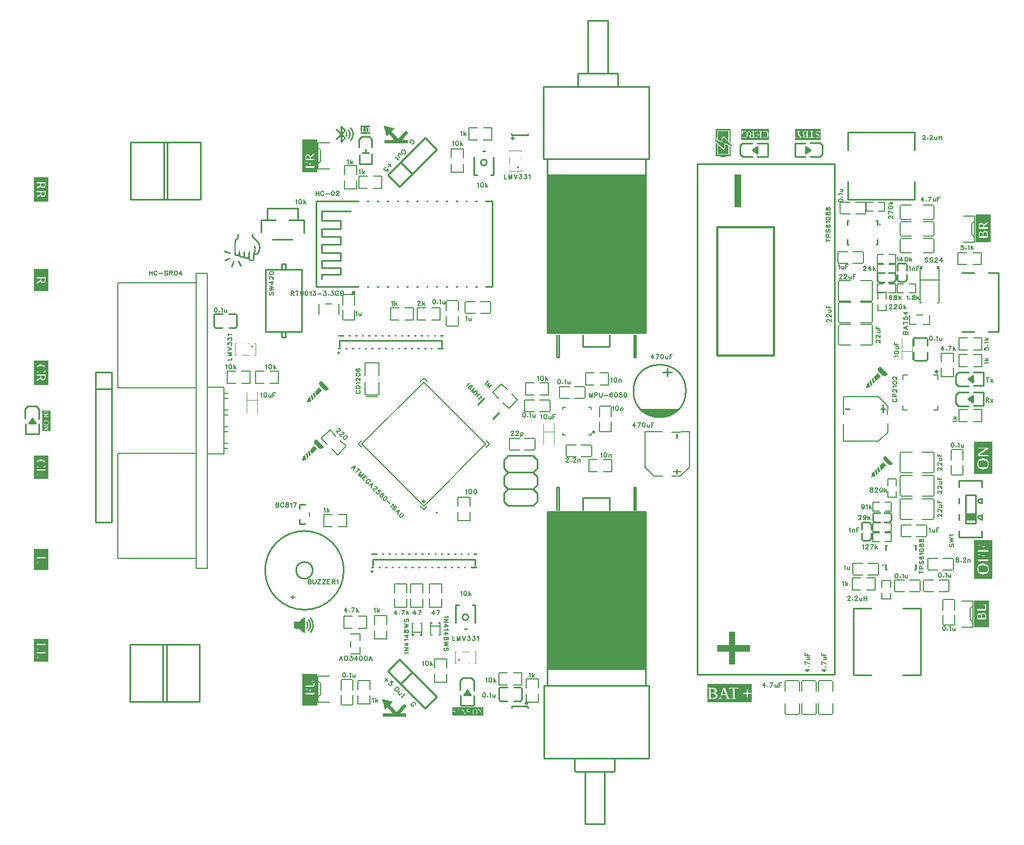
<source format=gto>
G04 Layer: TopSilkscreenLayer*
G04 EasyEDA Pro v2.2.40.8, 2025-09-21 19:38:57*
G04 Gerber Generator version 0.3*
G04 Scale: 100 percent, Rotated: No, Reflected: No*
G04 Dimensions in millimeters*
G04 Leading zeros omitted, absolute positions, 4 integers and 5 decimals*
G04 Generated by one-click*
%FSLAX45Y45*%
%MOMM*%
%ADD10C,0.1524*%
%ADD11C,0.3048*%
%ADD12C,0.254*%
%ADD13C,0.2*%
%ADD14C,0.15199*%
%ADD15C,0.15001*%
%ADD16C,0.3*%
%ADD17C,0.0846*%
%ADD18C,0.08001*%
%ADD19C,0.127*%
%ADD20C,0.1*%
%ADD21C,0.12903*%
%ADD22C,0.0762*%
G75*


G04 Image Start*
G36*
G01X1696123Y6975178D02*
G01X1696123Y6975178D01*
G01X1698545Y6975521D01*
G01X1698545Y6975521D01*
G01X1701660Y6975911D01*
G01X1701660Y6975911D01*
G01X1704428Y6976615D01*
G01X1704428Y6976615D01*
G01X1706141Y6977287D01*
G01X1706141Y6977287D01*
G01X1707240Y6977613D01*
G01X1707240Y6977613D01*
G01X1708531Y6978132D01*
G01X1708531Y6978132D01*
G01X1709724Y6978651D01*
G01X1709724Y6978651D01*
G01X1710830Y6979170D01*
G01X1710830Y6979170D01*
G01X1711726Y6979688D01*
G01X1711726Y6979688D01*
G01X1715609Y6981591D01*
G01X1715609Y6981591D01*
G01X1722099Y6986164D01*
G01X1722099Y6986164D01*
G01X1724521Y6988345D01*
G01X1724521Y6988345D01*
G01X1727265Y6991265D01*
G01X1727265Y6991265D01*
G01X1729444Y6993833D01*
G01X1729444Y6993833D01*
G01X1732629Y6999020D01*
G01X1732629Y6999020D01*
G01X1732895Y6999407D01*
G01X1732895Y6999407D01*
G01X1733984Y7001050D01*
G01X1733984Y7001050D01*
G01X1735158Y7003382D01*
G01X1735158Y7003382D01*
G01X1735768Y7005112D01*
G01X1735768Y7005112D01*
G01X1737357Y7009664D01*
G01X1737357Y7009664D01*
G01X1737819Y7011757D01*
G01X1737819Y7011757D01*
G01X1738158Y7013099D01*
G01X1738158Y7013099D01*
G01X1739875Y7052002D01*
G01X1739895Y7070870D01*
G01X1743788Y7071277D01*
G01X1743788Y7071277D01*
G01X1754237Y7072768D01*
G01X1754237Y7072768D01*
G01X1755794Y7073088D01*
G01X1755794Y7073088D01*
G01X1758580Y7073577D01*
G01X1758580Y7073577D01*
G01X1764698Y7075169D01*
G01X1764698Y7075169D01*
G01X1770172Y7076908D01*
G01X1770172Y7076908D01*
G01X1771642Y7077402D01*
G01X1771642Y7077402D01*
G01X1772767Y7077960D01*
G01X1772767Y7077960D01*
G01X1773319Y7078279D01*
G01X1773319Y7078279D01*
G01X1774790Y7078761D01*
G01X1774790Y7078761D01*
G01X1777265Y7079864D01*
G01X1777265Y7079864D01*
G01X1779341Y7080898D01*
G01X1779341Y7080898D01*
G01X1780639Y7081548D01*
G01X1780639Y7081548D01*
G01X1781417Y7082070D01*
G01X1781417Y7082070D01*
G01X1782282Y7082572D01*
G01X1782282Y7082572D01*
G01X1783147Y7083129D01*
G01X1783147Y7083129D01*
G01X1783642Y7083468D01*
G01X1783642Y7083468D01*
G01X1793182Y7090603D01*
G01X1793182Y7090603D01*
G01X1796037Y7093301D01*
G01X1796037Y7093301D01*
G01X1796988Y7094354D01*
G01X1796988Y7094354D01*
G01X1798489Y7096014D01*
G01X1798489Y7096014D01*
G01X1805293Y7104899D01*
G01X1805293Y7104899D01*
G01X1805615Y7105262D01*
G01X1805615Y7105262D01*
G01X1806165Y7105977D01*
G01X1806165Y7105977D01*
G01X1807842Y7108830D01*
G01X1807842Y7108830D01*
G01X1810493Y7113391D01*
G01X1810493Y7113391D01*
G01X1812127Y7116270D01*
G01X1812127Y7116270D01*
G01X1812559Y7117221D01*
G01X1812559Y7117221D01*
G01X1812898Y7117716D01*
G01X1812898Y7117716D01*
G01X1813469Y7118667D01*
G01X1813469Y7118667D01*
G01X1814168Y7120300D01*
G01X1814168Y7120300D01*
G01X1814635Y7121598D01*
G01X1814635Y7121598D01*
G01X1814958Y7122212D01*
G01X1814958Y7122212D01*
G01X1815504Y7122991D01*
G01X1815504Y7122991D01*
G01X1816711Y7125845D01*
G01X1816711Y7125845D01*
G01X1818787Y7130971D01*
G01X1818787Y7130971D01*
G01X1819366Y7132649D01*
G01X1819366Y7132649D01*
G01X1820405Y7134720D01*
G01X1820405Y7134720D01*
G01X1820863Y7136150D01*
G01X1820863Y7136150D01*
G01X1821380Y7137653D01*
G01X1821380Y7137653D01*
G01X1821900Y7139402D01*
G01X1821900Y7139402D01*
G01X1822228Y7140361D01*
G01X1822228Y7140361D01*
G01X1822776Y7142198D01*
G01X1822776Y7142198D01*
G01X1823488Y7144923D01*
G01X1823488Y7144923D01*
G01X1823978Y7146762D01*
G01X1823978Y7146762D01*
G01X1824388Y7148267D01*
G01X1824388Y7148267D01*
G01X1825071Y7150406D01*
G01X1825071Y7150406D01*
G01X1826717Y7158190D01*
G01X1826717Y7158190D01*
G01X1827077Y7161758D01*
G01X1827077Y7161758D01*
G01X1827473Y7164483D01*
G01X1827473Y7164483D01*
G01X1828161Y7168870D01*
G01X1828161Y7168870D01*
G01X1828788Y7174621D01*
G01X1828788Y7174621D01*
G01X1828800Y7199874D01*
G01X1828800Y7199874D01*
G01X1828161Y7205971D01*
G01X1828161Y7205971D01*
G01X1827473Y7210359D01*
G01X1827473Y7210359D01*
G01X1827077Y7212910D01*
G01X1827077Y7212910D01*
G01X1826728Y7216306D01*
G01X1826728Y7216306D01*
G01X1826018Y7220111D01*
G01X1826018Y7220111D01*
G01X1825329Y7222688D01*
G01X1825329Y7222688D01*
G01X1825014Y7224072D01*
G01X1825014Y7224072D01*
G01X1824495Y7226118D01*
G01X1824495Y7226118D01*
G01X1823976Y7228021D01*
G01X1823976Y7228021D01*
G01X1823504Y7229833D01*
G01X1823504Y7229833D01*
G01X1822794Y7232333D01*
G01X1822794Y7232333D01*
G01X1822228Y7234134D01*
G01X1822228Y7234134D01*
G01X1821900Y7235093D01*
G01X1821900Y7235093D01*
G01X1821380Y7236842D01*
G01X1821380Y7236842D01*
G01X1820863Y7238460D01*
G01X1820863Y7238460D01*
G01X1820345Y7239607D01*
G01X1820345Y7239607D01*
G01X1819826Y7240776D01*
G01X1819826Y7240776D01*
G01X1819318Y7242098D01*
G01X1819318Y7242098D01*
G01X1818798Y7243409D01*
G01X1818798Y7243409D01*
G01X1816217Y7249688D01*
G01X1816217Y7249688D01*
G01X1811892Y7258510D01*
G01X1811892Y7258510D01*
G01X1810902Y7260239D01*
G01X1810902Y7260239D01*
G01X1808423Y7264563D01*
G01X1808423Y7264563D01*
G01X1806451Y7267850D01*
G01X1806451Y7267850D01*
G01X1802511Y7273733D01*
G01X1802511Y7273733D01*
G01X1801400Y7275056D01*
G01X1801400Y7275056D01*
G01X1801139Y7275576D01*
G01X1801139Y7275576D01*
G01X1800101Y7277085D01*
G01X1800101Y7277085D01*
G01X1799064Y7278566D01*
G01X1799064Y7278566D01*
G01X1798546Y7279140D01*
G01X1798546Y7279140D01*
G01X1798018Y7279735D01*
G01X1798018Y7279735D01*
G01X1796894Y7281386D01*
G01X1796894Y7281386D01*
G01X1792836Y7286189D01*
G01X1792836Y7286189D01*
G01X1784964Y7294780D01*
G01X1784964Y7294780D01*
G01X1781417Y7298525D01*
G01X1781417Y7298525D01*
G01X1777628Y7302097D01*
G01X1777628Y7302097D01*
G01X1777265Y7302538D01*
G01X1777265Y7302538D01*
G01X1749067Y7330636D01*
G01X1749067Y7330636D01*
G01X1719425Y7360163D01*
G01X1719425Y7360163D01*
G01X1718897Y7374173D01*
G01X1718897Y7374173D01*
G01X1718365Y7389272D01*
G01X1718365Y7389272D01*
G01X1716331Y7393423D01*
G01X1716331Y7393423D01*
G01X1716020Y7393748D01*
G01X1716020Y7393748D01*
G01X1706718Y7398614D01*
G01X1706718Y7398614D01*
G01X1696642Y7392840D01*
G01X1696642Y7392840D01*
G01X1696325Y7392385D01*
G01X1696325Y7392385D01*
G01X1695020Y7356599D01*
G01X1695020Y7356599D01*
G01X1695782Y7353839D01*
G01X1695782Y7353839D01*
G01X1698726Y7347587D01*
G01X1698726Y7347587D01*
G01X1699809Y7345771D01*
G01X1699809Y7345771D01*
G01X1700504Y7344993D01*
G01X1700504Y7344993D01*
G01X1700800Y7344560D01*
G01X1700800Y7344560D01*
G01X1709216Y7335811D01*
G01X1709216Y7335811D01*
G01X1713226Y7332193D01*
G01X1713226Y7332193D01*
G01X1722476Y7323785D01*
G01X1722476Y7323785D01*
G01X1725304Y7321178D01*
G01X1725304Y7321178D01*
G01X1731420Y7315415D01*
G01X1731420Y7315415D01*
G01X1737432Y7309621D01*
G01X1737432Y7309621D01*
G01X1739612Y7307632D01*
G01X1739612Y7307632D01*
G01X1741279Y7306046D01*
G01X1741279Y7306046D01*
G01X1742532Y7304749D01*
G01X1742532Y7304749D01*
G01X1762040Y7285279D01*
G01X1762040Y7285279D01*
G01X1763684Y7283452D01*
G01X1763684Y7283452D01*
G01X1772700Y7273242D01*
G01X1772700Y7273242D01*
G01X1775545Y7269637D01*
G01X1775545Y7269637D01*
G01X1776941Y7267850D01*
G01X1776941Y7267850D01*
G01X1779266Y7264909D01*
G01X1779266Y7264909D01*
G01X1780387Y7263352D01*
G01X1780387Y7263352D01*
G01X1782952Y7259634D01*
G01X1782952Y7259634D01*
G01X1783517Y7258856D01*
G01X1783517Y7258856D01*
G01X1783839Y7258495D01*
G01X1783839Y7258495D01*
G01X1785595Y7255742D01*
G01X1785595Y7255742D01*
G01X1786031Y7255050D01*
G01X1786031Y7255050D01*
G01X1786952Y7253493D01*
G01X1786952Y7253493D01*
G01X1787992Y7251764D01*
G01X1787992Y7251764D01*
G01X1789011Y7250034D01*
G01X1789011Y7250034D01*
G01X1795446Y7236972D01*
G01X1795446Y7236972D01*
G01X1795989Y7235827D01*
G01X1795989Y7235827D01*
G01X1796296Y7235105D01*
G01X1796296Y7235105D01*
G01X1797867Y7231008D01*
G01X1797867Y7231008D01*
G01X1798572Y7229015D01*
G01X1798572Y7229015D01*
G01X1799103Y7227871D01*
G01X1799103Y7227871D01*
G01X1799410Y7226876D01*
G01X1799410Y7226876D01*
G01X1800983Y7220757D01*
G01X1800983Y7220757D01*
G01X1801486Y7218387D01*
G01X1801486Y7218387D01*
G01X1801973Y7216531D01*
G01X1801973Y7216531D01*
G01X1802652Y7213600D01*
G01X1802652Y7213600D01*
G01X1803185Y7210660D01*
G01X1803185Y7210660D01*
G01X1804236Y7170816D01*
G01X1804236Y7170816D01*
G01X1803576Y7166319D01*
G01X1803576Y7166319D01*
G01X1800933Y7154038D01*
G01X1800933Y7154038D01*
G01X1800447Y7151724D01*
G01X1800447Y7151724D01*
G01X1800123Y7150764D01*
G01X1800123Y7150764D01*
G01X1799556Y7148963D01*
G01X1799556Y7148963D01*
G01X1798847Y7146463D01*
G01X1798847Y7146463D01*
G01X1798375Y7144986D01*
G01X1798375Y7144986D01*
G01X1797875Y7143429D01*
G01X1797875Y7143429D01*
G01X1796296Y7139391D01*
G01X1796296Y7139391D01*
G01X1795989Y7138668D01*
G01X1795989Y7138668D01*
G01X1795457Y7137523D01*
G01X1795457Y7137523D01*
G01X1794743Y7135531D01*
G01X1794743Y7135531D01*
G01X1791106Y7127252D01*
G01X1791106Y7127252D01*
G01X1790794Y7126710D01*
G01X1790794Y7126710D01*
G01X1790100Y7125758D01*
G01X1790100Y7125758D01*
G01X1789032Y7123769D01*
G01X1789032Y7123769D01*
G01X1788101Y7122212D01*
G01X1788101Y7122212D01*
G01X1787406Y7121236D01*
G01X1787406Y7121236D01*
G01X1786954Y7120112D01*
G01X1786954Y7120112D01*
G01X1786681Y7119445D01*
G01X1786681Y7119445D01*
G01X1783839Y7115857D01*
G01X1783839Y7115857D01*
G01X1772907Y7104916D01*
G01X1772907Y7104916D01*
G01X1771126Y7103659D01*
G01X1771126Y7103659D01*
G01X1768615Y7102035D01*
G01X1768615Y7102035D01*
G01X1767231Y7101256D01*
G01X1767231Y7101256D01*
G01X1762078Y7098687D01*
G01X1762078Y7098687D01*
G01X1760530Y7098168D01*
G01X1760530Y7098168D01*
G01X1758800Y7097649D01*
G01X1758800Y7097649D01*
G01X1757070Y7097130D01*
G01X1757070Y7097130D01*
G01X1755167Y7096611D01*
G01X1755167Y7096611D01*
G01X1753264Y7096092D01*
G01X1753264Y7096092D01*
G01X1751263Y7095576D01*
G01X1751263Y7095576D01*
G01X1749140Y7095111D01*
G01X1749140Y7095111D01*
G01X1743399Y7094499D01*
G01X1743399Y7094499D01*
G01X1744618Y7101336D01*
G01X1744618Y7101336D01*
G01X1745085Y7103325D01*
G01X1745085Y7103325D01*
G01X1745404Y7104224D01*
G01X1745404Y7104224D01*
G01X1745956Y7105285D01*
G01X1745956Y7105285D01*
G01X1746673Y7107274D01*
G01X1746673Y7107274D01*
G01X1747159Y7108607D01*
G01X1747159Y7108607D01*
G01X1747650Y7109990D01*
G01X1747650Y7109990D01*
G01X1748775Y7112353D01*
G01X1748775Y7112353D01*
G01X1749621Y7113910D01*
G01X1749621Y7113910D01*
G01X1752352Y7120087D01*
G01X1752352Y7120087D01*
G01X1752698Y7120829D01*
G01X1752698Y7120829D01*
G01X1753046Y7121261D01*
G01X1753046Y7121261D01*
G01X1753593Y7122731D01*
G01X1753593Y7122731D01*
G01X1756501Y7131600D01*
G01X1756501Y7131600D01*
G01X1757021Y7133502D01*
G01X1757021Y7133502D01*
G01X1757540Y7135548D01*
G01X1757540Y7135548D01*
G01X1757894Y7136955D01*
G01X1757894Y7136955D01*
G01X1758573Y7139532D01*
G01X1758573Y7139532D01*
G01X1759240Y7144006D01*
G01X1759240Y7144006D01*
G01X1759232Y7172199D01*
G01X1759232Y7172199D01*
G01X1758583Y7177010D01*
G01X1758583Y7177010D01*
G01X1757904Y7179760D01*
G01X1757904Y7179760D01*
G01X1757542Y7181424D01*
G01X1757542Y7181424D01*
G01X1757061Y7184209D01*
G01X1757061Y7184209D01*
G01X1756366Y7187405D01*
G01X1756366Y7187405D01*
G01X1755016Y7192955D01*
G01X1755016Y7192955D01*
G01X1754260Y7195805D01*
G01X1754260Y7195805D01*
G01X1753709Y7197123D01*
G01X1753709Y7197123D01*
G01X1753390Y7198272D01*
G01X1753390Y7198272D01*
G01X1752882Y7199895D01*
G01X1752882Y7199895D01*
G01X1752363Y7201443D01*
G01X1752363Y7201443D01*
G01X1750636Y7207139D01*
G01X1750636Y7207139D01*
G01X1750123Y7208782D01*
G01X1750123Y7208782D01*
G01X1749577Y7209733D01*
G01X1749577Y7209733D01*
G01X1749237Y7210400D01*
G01X1749237Y7210400D01*
G01X1748764Y7211541D01*
G01X1748764Y7211541D01*
G01X1748044Y7212790D01*
G01X1748044Y7212790D01*
G01X1742217Y7217560D01*
G01X1733749Y7217348D01*
G01X1733749Y7217348D01*
G01X1731936Y7216224D01*
G01X1731936Y7216224D01*
G01X1731485Y7215960D01*
G01X1731485Y7215960D01*
G01X1728822Y7213262D01*
G01X1728822Y7213262D01*
G01X1728483Y7212847D01*
G01X1728483Y7212847D01*
G01X1727910Y7211895D01*
G01X1727910Y7211895D01*
G01X1727299Y7210697D01*
G01X1727299Y7210697D01*
G01X1727176Y7202762D01*
G01X1727176Y7202762D01*
G01X1728892Y7197626D01*
G01X1728892Y7197626D01*
G01X1729551Y7195740D01*
G01X1729551Y7195740D01*
G01X1729860Y7194755D01*
G01X1729860Y7194755D01*
G01X1730349Y7193008D01*
G01X1730349Y7193008D01*
G01X1731057Y7190621D01*
G01X1731057Y7190621D01*
G01X1731606Y7189323D01*
G01X1731606Y7189323D01*
G01X1731936Y7188292D01*
G01X1731936Y7188292D01*
G01X1732415Y7185958D01*
G01X1732415Y7185958D01*
G01X1733284Y7182404D01*
G01X1733284Y7182404D01*
G01X1734201Y7177388D01*
G01X1734201Y7177388D01*
G01X1735074Y7171507D01*
G01X1735074Y7171507D01*
G01X1735755Y7167392D01*
G01X1735755Y7167392D01*
G01X1735739Y7149679D01*
G01X1735739Y7149679D01*
G01X1735064Y7146428D01*
G01X1735064Y7146428D01*
G01X1734170Y7141930D01*
G01X1734170Y7141930D01*
G01X1733176Y7137952D01*
G01X1733176Y7137952D01*
G01X1732343Y7135249D01*
G01X1732343Y7135249D01*
G01X1731936Y7133606D01*
G01X1731936Y7133606D01*
G01X1731597Y7132936D01*
G01X1731597Y7132936D01*
G01X1731030Y7131985D01*
G01X1731030Y7131985D01*
G01X1730575Y7130688D01*
G01X1730575Y7130688D01*
G01X1729559Y7128266D01*
G01X1729559Y7128266D01*
G01X1728277Y7125272D01*
G01X1728277Y7125272D01*
G01X1727784Y7123802D01*
G01X1727784Y7123802D01*
G01X1727462Y7123250D01*
G01X1727462Y7123250D01*
G01X1726919Y7122472D01*
G01X1726919Y7122472D01*
G01X1726229Y7120656D01*
G01X1726229Y7120656D01*
G01X1724670Y7116193D01*
G01X1724670Y7116193D01*
G01X1724352Y7115294D01*
G01X1724352Y7115294D01*
G01X1723800Y7114233D01*
G01X1723800Y7114233D01*
G01X1723082Y7112244D01*
G01X1723082Y7112244D01*
G01X1722596Y7110750D01*
G01X1722596Y7110750D01*
G01X1722077Y7109193D01*
G01X1722077Y7109193D01*
G01X1721558Y7107493D01*
G01X1721558Y7107493D01*
G01X1721201Y7106429D01*
G01X1721201Y7106429D01*
G01X1720634Y7104197D01*
G01X1720634Y7104197D01*
G01X1720125Y7101941D01*
G01X1720125Y7101941D01*
G01X1719606Y7099865D01*
G01X1719606Y7099865D01*
G01X1719059Y7097756D01*
G01X1719059Y7097756D01*
G01X1718428Y7095507D01*
G01X1718428Y7095507D01*
G01X1716996Y7087447D01*
G01X1716996Y7087447D01*
G01X1715842Y7052680D01*
G01X1715842Y7052680D01*
G01X1714805Y7018548D01*
G01X1714805Y7018548D01*
G01X1714281Y7016703D01*
G01X1714281Y7016703D01*
G01X1713760Y7015167D01*
G01X1713760Y7015167D01*
G01X1713252Y7014087D01*
G01X1713252Y7014087D01*
G01X1710745Y7008939D01*
G01X1710745Y7008939D01*
G01X1706525Y7004250D01*
G01X1706525Y7004250D01*
G01X1705634Y7003644D01*
G01X1705634Y7003644D01*
G01X1698373Y6999740D01*
G01X1698373Y6999740D01*
G01X1685732Y6999562D01*
G01X1685732Y6999562D01*
G01X1683849Y7000098D01*
G01X1683849Y7000098D01*
G01X1682579Y7000618D01*
G01X1682579Y7000618D01*
G01X1681393Y7001136D01*
G01X1681393Y7001136D01*
G01X1680726Y7001459D01*
G01X1680726Y7001459D01*
G01X1679953Y7002027D01*
G01X1679953Y7002027D01*
G01X1669056Y7015320D01*
G01X1669056Y7015320D01*
G01X1667260Y7068490D01*
G01X1667260Y7068490D01*
G01X1666626Y7115000D01*
G01X1666626Y7115000D01*
G01X1666193Y7116213D01*
G01X1666193Y7116213D01*
G01X1661033Y7121520D01*
G01X1661033Y7121520D01*
G01X1660657Y7121785D01*
G01X1660657Y7121785D01*
G01X1656134Y7123893D01*
G01X1656134Y7123893D01*
G01X1652179Y7123942D01*
G01X1652179Y7123942D01*
G01X1651318Y7123596D01*
G01X1651318Y7123596D01*
G01X1650152Y7123077D01*
G01X1650152Y7123077D01*
G01X1649336Y7122558D01*
G01X1649336Y7122558D01*
G01X1645778Y7118857D01*
G01X1645778Y7118857D01*
G01X1645503Y7118350D01*
G01X1645503Y7118350D01*
G01X1643700Y7112256D01*
G01X1643700Y7112256D01*
G01X1643351Y7107165D01*
G01X1643351Y7107165D01*
G01X1642992Y7081392D01*
G01X1642992Y7081392D01*
G01X1642368Y7054529D01*
G01X1637819Y7044801D01*
G01X1637819Y7044801D01*
G01X1636022Y7042658D01*
G01X1636022Y7042658D01*
G01X1634465Y7041438D01*
G01X1634465Y7041438D01*
G01X1632110Y7039693D01*
G01X1632110Y7039693D01*
G01X1629547Y7038308D01*
G01X1629547Y7038308D01*
G01X1627644Y7037457D01*
G01X1627644Y7037457D01*
G01X1626227Y7036878D01*
G01X1626227Y7036878D01*
G01X1612168Y7036649D01*
G01X1612168Y7036649D01*
G01X1610830Y7037276D01*
G01X1610830Y7037276D01*
G01X1606158Y7039554D01*
G01X1606158Y7039554D01*
G01X1604601Y7040447D01*
G01X1604601Y7040447D01*
G01X1598719Y7046589D01*
G01X1598719Y7046589D01*
G01X1598287Y7047569D01*
G01X1598287Y7047569D01*
G01X1596643Y7050610D01*
G01X1596643Y7050610D01*
G01X1596232Y7051879D01*
G01X1596232Y7051879D01*
G01X1594575Y7087792D01*
G01X1594575Y7087792D01*
G01X1592615Y7122880D01*
G01X1592615Y7122880D01*
G01X1587427Y7127577D01*
G01X1587427Y7127577D01*
G01X1585165Y7128150D01*
G01X1585165Y7128150D01*
G01X1575667Y7126544D01*
G01X1575667Y7126544D01*
G01X1572076Y7122123D01*
G01X1572076Y7122123D01*
G01X1571690Y7121273D01*
G01X1571690Y7121273D01*
G01X1570709Y7094210D01*
G01X1570709Y7094210D01*
G01X1568577Y7066171D01*
G01X1568577Y7066171D01*
G01X1567504Y7064103D01*
G01X1567504Y7064103D01*
G01X1560657Y7057297D01*
G01X1560657Y7057297D01*
G01X1545432Y7053915D01*
G01X1545432Y7053915D01*
G01X1538339Y7054518D01*
G01X1538339Y7054518D01*
G01X1536781Y7055111D01*
G01X1536781Y7055111D01*
G01X1535591Y7055632D01*
G01X1535591Y7055632D01*
G01X1534430Y7056140D01*
G01X1534430Y7056140D01*
G01X1532402Y7057178D01*
G01X1532402Y7057178D01*
G01X1530725Y7058215D01*
G01X1530725Y7058215D01*
G01X1527093Y7061901D01*
G01X1527093Y7061901D01*
G01X1526141Y7063354D01*
G01X1526141Y7063354D01*
G01X1522936Y7072118D01*
G01X1521921Y7101976D01*
G01X1521921Y7101976D01*
G01X1521213Y7125326D01*
G01X1521213Y7125326D01*
G01X1520863Y7131207D01*
G01X1520863Y7131207D01*
G01X1520343Y7135138D01*
G01X1520343Y7135138D01*
G01X1519827Y7136622D01*
G01X1519827Y7136622D01*
G01X1515448Y7140547D01*
G01X1515448Y7140547D01*
G01X1513320Y7141844D01*
G01X1513320Y7141844D01*
G01X1512086Y7142276D01*
G01X1512086Y7142276D01*
G01X1510971Y7142620D01*
G01X1510971Y7142620D01*
G01X1504429Y7142426D01*
G01X1499411Y7138660D01*
G01X1499411Y7138660D01*
G01X1498892Y7137780D01*
G01X1498892Y7137780D01*
G01X1498373Y7136595D01*
G01X1498373Y7136595D01*
G01X1497940Y7135410D01*
G01X1497940Y7135410D01*
G01X1497300Y7115363D01*
G01X1497300Y7115363D01*
G01X1494911Y7089003D01*
G01X1494911Y7089003D01*
G01X1494334Y7087965D01*
G01X1494334Y7087965D01*
G01X1493125Y7086186D01*
G01X1493125Y7086186D01*
G01X1492145Y7084727D01*
G01X1492145Y7084727D01*
G01X1489502Y7082084D01*
G01X1489502Y7082084D01*
G01X1488042Y7081123D01*
G01X1488042Y7081123D01*
G01X1485051Y7079371D01*
G01X1485051Y7079371D01*
G01X1482732Y7078264D01*
G01X1482732Y7078264D01*
G01X1465916Y7080085D01*
G01X1465916Y7080085D01*
G01X1464258Y7081046D01*
G01X1464258Y7081046D01*
G01X1457542Y7088657D01*
G01X1457542Y7088657D01*
G01X1456851Y7090123D01*
G01X1456851Y7090123D01*
G01X1456505Y7091108D01*
G01X1456505Y7091108D01*
G01X1456033Y7092583D01*
G01X1456033Y7092583D01*
G01X1454411Y7105781D01*
G01X1454411Y7105781D01*
G01X1453749Y7115957D01*
G01X1453749Y7115957D01*
G01X1453353Y7124086D01*
G01X1453353Y7124086D01*
G01X1453037Y7135185D01*
G01X1453037Y7135185D01*
G01X1452387Y7149368D01*
G01X1452387Y7149368D01*
G01X1451677Y7161994D01*
G01X1451677Y7161994D01*
G01X1452733Y7235505D01*
G01X1452733Y7235505D01*
G01X1453410Y7243807D01*
G01X1453410Y7243807D01*
G01X1454043Y7251072D01*
G01X1454043Y7251072D01*
G01X1454400Y7255460D01*
G01X1454400Y7255460D01*
G01X1454793Y7258731D01*
G01X1454793Y7258731D01*
G01X1455486Y7263337D01*
G01X1455486Y7263337D01*
G01X1460009Y7284355D01*
G01X1460009Y7284355D01*
G01X1461698Y7287987D01*
G01X1461698Y7287987D01*
G01X1463858Y7291422D01*
G01X1463858Y7291422D01*
G01X1464809Y7293066D01*
G01X1464809Y7293066D01*
G01X1465132Y7293449D01*
G01X1465132Y7293449D01*
G01X1465678Y7294152D01*
G01X1465678Y7294152D01*
G01X1466780Y7295795D01*
G01X1466780Y7295795D01*
G01X1468913Y7298292D01*
G01X1468913Y7298292D01*
G01X1473283Y7303000D01*
G01X1473283Y7303000D01*
G01X1481147Y7311461D01*
G01X1481147Y7311461D01*
G01X1487508Y7320518D01*
G01X1487508Y7320518D01*
G01X1488041Y7321123D01*
G01X1488041Y7321123D01*
G01X1488712Y7321902D01*
G01X1488712Y7321902D01*
G01X1490756Y7325793D01*
G01X1490756Y7325793D01*
G01X1493202Y7330463D01*
G01X1493202Y7330463D01*
G01X1494437Y7332938D01*
G01X1494437Y7332938D01*
G01X1494913Y7334380D01*
G01X1494913Y7334380D01*
G01X1495411Y7335884D01*
G01X1495411Y7335884D01*
G01X1496989Y7339730D01*
G01X1496989Y7339730D01*
G01X1497506Y7341061D01*
G01X1497506Y7341061D01*
G01X1498025Y7342615D01*
G01X1498025Y7342615D01*
G01X1498546Y7344420D01*
G01X1498546Y7344420D01*
G01X1499065Y7346671D01*
G01X1499065Y7346671D01*
G01X1499582Y7348672D01*
G01X1499582Y7348672D01*
G01X1500101Y7350718D01*
G01X1500101Y7350718D01*
G01X1500431Y7352101D01*
G01X1500431Y7352101D01*
G01X1501106Y7354333D01*
G01X1501106Y7354333D01*
G01X1501822Y7358138D01*
G01X1501822Y7358138D01*
G01X1503253Y7368500D01*
G01X1503253Y7368500D01*
G01X1503893Y7375608D01*
G01X1503893Y7375608D01*
G01X1504231Y7383685D01*
G01X1504231Y7383685D01*
G01X1502602Y7392675D01*
G01X1502602Y7392675D01*
G01X1496858Y7397574D01*
G01X1489470Y7398122D01*
G01X1489470Y7398122D01*
G01X1487229Y7397427D01*
G01X1487229Y7397427D01*
G01X1481980Y7392689D01*
G01X1481980Y7392689D01*
G01X1479896Y7378424D01*
G01X1479896Y7378424D01*
G01X1479331Y7368495D01*
G01X1479331Y7368495D01*
G01X1478790Y7365678D01*
G01X1478790Y7365678D01*
G01X1478101Y7362195D01*
G01X1478101Y7362195D01*
G01X1477612Y7359757D01*
G01X1477612Y7359757D01*
G01X1477293Y7358293D01*
G01X1477293Y7358293D01*
G01X1476610Y7356235D01*
G01X1476610Y7356235D01*
G01X1474922Y7349945D01*
G01X1474922Y7349945D01*
G01X1474498Y7348675D01*
G01X1474498Y7348675D01*
G01X1474011Y7347182D01*
G01X1474011Y7347182D01*
G01X1472056Y7342571D01*
G01X1472056Y7342571D01*
G01X1469935Y7338067D01*
G01X1469935Y7338067D01*
G01X1469333Y7337029D01*
G01X1469333Y7337029D01*
G01X1457024Y7319827D01*
G01X1457024Y7319827D01*
G01X1454837Y7317295D01*
G01X1454837Y7317295D01*
G01X1452994Y7315169D01*
G01X1452994Y7315169D01*
G01X1450760Y7312388D01*
G01X1450760Y7312388D01*
G01X1449921Y7311437D01*
G01X1449921Y7311437D01*
G01X1449584Y7310918D01*
G01X1449584Y7310918D01*
G01X1449312Y7310399D01*
G01X1449312Y7310399D01*
G01X1446470Y7306751D01*
G01X1446470Y7306751D01*
G01X1446037Y7306093D01*
G01X1446037Y7306093D01*
G01X1445086Y7304867D01*
G01X1445086Y7304867D01*
G01X1444037Y7303354D01*
G01X1444037Y7303354D01*
G01X1442826Y7301232D01*
G01X1442826Y7301232D01*
G01X1441947Y7299676D01*
G01X1441947Y7299676D01*
G01X1440433Y7296735D01*
G01X1440433Y7296735D01*
G01X1438642Y7293049D01*
G01X1438642Y7293049D01*
G01X1438155Y7291320D01*
G01X1438155Y7291320D01*
G01X1437636Y7289837D01*
G01X1437636Y7289837D01*
G01X1437117Y7288280D01*
G01X1437117Y7288280D01*
G01X1436598Y7286724D01*
G01X1436598Y7286724D01*
G01X1436090Y7285323D01*
G01X1436090Y7285323D01*
G01X1435780Y7284264D01*
G01X1435780Y7284264D01*
G01X1435106Y7282379D01*
G01X1435106Y7282379D01*
G01X1433462Y7276152D01*
G01X1433462Y7276152D01*
G01X1432974Y7273713D01*
G01X1432974Y7273713D01*
G01X1432618Y7272474D01*
G01X1432618Y7272474D01*
G01X1431945Y7270415D01*
G01X1431945Y7270415D01*
G01X1430508Y7263698D01*
G01X1430508Y7263698D01*
G01X1429958Y7259374D01*
G01X1429958Y7259374D01*
G01X1429424Y7255940D01*
G01X1429424Y7255940D01*
G01X1429497Y7154038D01*
G01X1429497Y7154038D01*
G01X1429874Y7141238D01*
G01X1429874Y7141238D01*
G01X1430226Y7122558D01*
G01X1430226Y7122558D01*
G01X1430876Y7102774D01*
G01X1430876Y7102774D01*
G01X1431569Y7090429D01*
G01X1431569Y7090429D01*
G01X1431940Y7088247D01*
G01X1431940Y7088247D01*
G01X1432459Y7085763D01*
G01X1432459Y7085763D01*
G01X1432976Y7083841D01*
G01X1432976Y7083841D01*
G01X1433484Y7082237D01*
G01X1433484Y7082237D01*
G01X1434005Y7080874D01*
G01X1434005Y7080874D01*
G01X1434535Y7079191D01*
G01X1434535Y7079191D01*
G01X1435052Y7077773D01*
G01X1435052Y7077773D01*
G01X1436046Y7075972D01*
G01X1436046Y7075972D01*
G01X1437281Y7073845D01*
G01X1437281Y7073845D01*
G01X1437843Y7073090D01*
G01X1437843Y7073090D01*
G01X1438166Y7072641D01*
G01X1438166Y7072641D01*
G01X1440328Y7069584D01*
G01X1440328Y7069584D01*
G01X1441280Y7068376D01*
G01X1441280Y7068376D01*
G01X1446092Y7063750D01*
G01X1446092Y7063750D01*
G01X1446470Y7063450D01*
G01X1446470Y7063450D01*
G01X1456204Y7057523D01*
G01X1456204Y7057523D01*
G01X1457073Y7057004D01*
G01X1457073Y7057004D01*
G01X1458363Y7056486D01*
G01X1458363Y7056486D01*
G01X1459463Y7056159D01*
G01X1459463Y7056159D01*
G01X1464463Y7054687D01*
G01X1464463Y7054687D01*
G01X1484014Y7054739D01*
G01X1484014Y7054739D01*
G01X1487527Y7055434D01*
G01X1487527Y7055434D01*
G01X1490468Y7056075D01*
G01X1490468Y7056075D01*
G01X1496297Y7057485D01*
G01X1496297Y7057485D01*
G01X1499186Y7058233D01*
G01X1499186Y7058233D01*
G01X1501175Y7057865D01*
G01X1501175Y7057865D01*
G01X1502179Y7056586D01*
G01X1502179Y7056586D01*
G01X1502526Y7055967D01*
G01X1502526Y7055967D01*
G01X1504255Y7053372D01*
G01X1504255Y7053372D01*
G01X1505110Y7051862D01*
G01X1505110Y7051862D01*
G01X1506235Y7050355D01*
G01X1506235Y7050355D01*
G01X1506678Y7049847D01*
G01X1506678Y7049847D01*
G01X1518558Y7037602D01*
G01X1518558Y7037602D01*
G01X1523806Y7034396D01*
G01X1523806Y7034396D01*
G01X1528201Y7032616D01*
G01X1528201Y7032616D01*
G01X1529013Y7032290D01*
G01X1529013Y7032290D01*
G01X1530726Y7031619D01*
G01X1530726Y7031619D01*
G01X1533494Y7030932D01*
G01X1533494Y7030932D01*
G01X1544427Y7029953D01*
G01X1544427Y7029953D01*
G01X1554413Y7031224D01*
G01X1554413Y7031224D01*
G01X1556170Y7031578D01*
G01X1556170Y7031578D01*
G01X1558355Y7032046D01*
G01X1558355Y7032046D01*
G01X1564290Y7033700D01*
G01X1564290Y7033700D01*
G01X1566349Y7034373D01*
G01X1566349Y7034373D01*
G01X1567335Y7034692D01*
G01X1567335Y7034692D01*
G01X1571498Y7036270D01*
G01X1571498Y7036270D01*
G01X1573075Y7036768D01*
G01X1573075Y7036768D01*
G01X1574332Y7037249D01*
G01X1574332Y7037249D01*
G01X1576827Y7035276D01*
G01X1576827Y7035276D01*
G01X1578951Y7032632D01*
G01X1578951Y7032632D01*
G01X1579376Y7032036D01*
G01X1579376Y7032036D01*
G01X1590116Y7021200D01*
G01X1590116Y7021200D01*
G01X1591494Y7020176D01*
G01X1591494Y7020176D01*
G01X1599216Y7016012D01*
G01X1599216Y7016012D01*
G01X1600103Y7015493D01*
G01X1600103Y7015493D01*
G01X1601270Y7014963D01*
G01X1601270Y7014963D01*
G01X1602678Y7014444D01*
G01X1602678Y7014444D01*
G01X1604252Y7013936D01*
G01X1604252Y7013936D01*
G01X1605502Y7013589D01*
G01X1605502Y7013589D01*
G01X1630207Y7013515D01*
G01X1630207Y7013515D01*
G01X1632707Y7014082D01*
G01X1632707Y7014082D01*
G01X1634545Y7014648D01*
G01X1634545Y7014648D01*
G01X1635504Y7014976D01*
G01X1635504Y7014976D01*
G01X1637253Y7015495D01*
G01X1637253Y7015495D01*
G01X1638741Y7016012D01*
G01X1638741Y7016012D01*
G01X1640172Y7016484D01*
G01X1640172Y7016484D01*
G01X1643510Y7016877D01*
G01X1644739Y7013982D01*
G01X1644739Y7013982D01*
G01X1645259Y7011980D01*
G01X1645259Y7011980D01*
G01X1645780Y7010002D01*
G01X1645780Y7010002D01*
G01X1646299Y7008275D01*
G01X1646299Y7008275D01*
G01X1646816Y7006772D01*
G01X1646816Y7006772D01*
G01X1648227Y7003558D01*
G01X1648227Y7003558D01*
G01X1649797Y7000444D01*
G01X1649797Y7000444D01*
G01X1653731Y6994319D01*
G01X1653731Y6994319D01*
G01X1654082Y6993576D01*
G01X1654082Y6993576D01*
G01X1667182Y6981764D01*
G01X1667182Y6981764D01*
G01X1667634Y6981487D01*
G01X1667634Y6981487D01*
G01X1673314Y6978651D01*
G01X1673314Y6978651D01*
G01X1673805Y6978312D01*
G01X1673805Y6978312D01*
G01X1674734Y6977739D01*
G01X1674734Y6977739D01*
G01X1676550Y6977043D01*
G01X1676550Y6977043D01*
G01X1678321Y6976577D01*
G01X1678321Y6976577D01*
G01X1679547Y6976232D01*
G01X1679547Y6976232D01*
G01X1696123Y6975178D01*
G37*
G36*
G01X1293183Y6975088D02*
G01X1293183Y6975088D01*
G01X1306505Y6981306D01*
G01X1306505Y6981306D01*
G01X1314117Y6985064D01*
G01X1314117Y6985064D01*
G01X1317001Y6986670D01*
G01X1317001Y6986670D01*
G01X1317613Y6986953D01*
G01X1317613Y6986953D01*
G01X1319966Y6987943D01*
G01X1319966Y6987943D01*
G01X1322727Y6989161D01*
G01X1322727Y6989161D01*
G01X1323633Y6989727D01*
G01X1323633Y6989727D01*
G01X1324305Y6990067D01*
G01X1324305Y6990067D01*
G01X1325177Y6990391D01*
G01X1325177Y6990391D01*
G01X1330467Y6993026D01*
G01X1330467Y6993026D01*
G01X1331938Y6993938D01*
G01X1331938Y6993938D01*
G01X1332587Y6994218D01*
G01X1332587Y6994218D01*
G01X1333649Y6994715D01*
G01X1333649Y6994715D01*
G01X1335076Y6995434D01*
G01X1335076Y6995434D01*
G01X1336090Y6995975D01*
G01X1336090Y6995975D01*
G01X1336716Y6996293D01*
G01X1336716Y6996293D01*
G01X1338013Y6996801D01*
G01X1338013Y6996801D01*
G01X1339248Y6997320D01*
G01X1339248Y6997320D01*
G01X1340242Y6997850D01*
G01X1340242Y6997850D01*
G01X1341333Y6998369D01*
G01X1341333Y6998369D01*
G01X1342193Y6998888D01*
G01X1342193Y6998888D01*
G01X1342864Y6999407D01*
G01X1342864Y6999407D01*
G01X1344643Y7000070D01*
G01X1344643Y7000070D01*
G01X1348201Y7001814D01*
G01X1348201Y7001814D01*
G01X1352007Y7003693D01*
G01X1352007Y7003693D01*
G01X1364377Y7009647D01*
G01X1364377Y7009647D01*
G01X1365848Y7010543D01*
G01X1365848Y7010543D01*
G01X1366497Y7010823D01*
G01X1366497Y7010823D01*
G01X1367577Y7011341D01*
G01X1367577Y7011341D01*
G01X1368424Y7011860D01*
G01X1368424Y7011860D01*
G01X1374498Y7018108D01*
G01X1374498Y7018108D01*
G01X1375015Y7019691D01*
G01X1375015Y7019691D01*
G01X1375519Y7026113D01*
G01X1371531Y7031485D01*
G01X1364917Y7034356D01*
G01X1357543Y7033274D01*
G01X1357543Y7033274D01*
G01X1352872Y7031040D01*
G01X1352872Y7031040D01*
G01X1349927Y7029481D01*
G01X1349927Y7029481D01*
G01X1348803Y7028974D01*
G01X1348803Y7028974D01*
G01X1347854Y7028427D01*
G01X1347854Y7028427D01*
G01X1347349Y7028119D01*
G01X1347349Y7028119D01*
G01X1340242Y7024859D01*
G01X1340242Y7024859D01*
G01X1336090Y7022784D01*
G01X1336090Y7022784D01*
G01X1331938Y7020710D01*
G01X1331938Y7020710D01*
G01X1326055Y7017850D01*
G01X1326055Y7017850D01*
G01X1318962Y7014447D01*
G01X1318962Y7014447D01*
G01X1316078Y7012835D01*
G01X1316078Y7012835D01*
G01X1315342Y7012552D01*
G01X1315342Y7012552D01*
G01X1314291Y7012033D01*
G01X1314291Y7012033D01*
G01X1313423Y7011514D01*
G01X1313423Y7011514D01*
G01X1308535Y7009304D01*
G01X1308535Y7009304D01*
G01X1302613Y7006470D01*
G01X1302613Y7006470D01*
G01X1301142Y7005567D01*
G01X1301142Y7005567D01*
G01X1300470Y7005288D01*
G01X1300470Y7005288D01*
G01X1299604Y7004972D01*
G01X1299604Y7004972D01*
G01X1297766Y7003906D01*
G01X1297766Y7003906D01*
G01X1290761Y7000437D01*
G01X1290761Y7000437D01*
G01X1289637Y6999973D01*
G01X1289637Y6999973D01*
G01X1288685Y6999400D01*
G01X1288685Y6999400D01*
G01X1288080Y6999041D01*
G01X1288080Y6999041D01*
G01X1285917Y6998194D01*
G01X1285917Y6998194D01*
G01X1283610Y6997023D01*
G01X1283610Y6997023D01*
G01X1279499Y6992768D01*
G01X1279499Y6992768D01*
G01X1278925Y6991760D01*
G01X1278925Y6991760D01*
G01X1277708Y6987157D01*
G01X1277708Y6987157D01*
G01X1280138Y6979576D01*
G01X1280138Y6979576D01*
G01X1281195Y6978289D01*
G01X1281195Y6978289D01*
G01X1293183Y6975088D01*
G37*
G36*
G01X1535917Y6892023D02*
G01X1535917Y6892023D01*
G01X1542575Y6896280D01*
G01X1544740Y6903599D01*
G01X1544740Y6903599D01*
G01X1541481Y6913616D01*
G01X1541481Y6913616D01*
G01X1539365Y6917940D01*
G01X1539365Y6917940D01*
G01X1537756Y6920823D01*
G01X1537756Y6920823D01*
G01X1537474Y6921407D01*
G01X1537474Y6921407D01*
G01X1533998Y6928837D01*
G01X1533998Y6928837D01*
G01X1531106Y6934787D01*
G01X1531106Y6934787D01*
G01X1529537Y6937644D01*
G01X1529537Y6937644D01*
G01X1528995Y6938873D01*
G01X1528995Y6938873D01*
G01X1528450Y6939906D01*
G01X1528450Y6939906D01*
G01X1528131Y6940398D01*
G01X1528131Y6940398D01*
G01X1525294Y6946075D01*
G01X1525294Y6946075D01*
G01X1525017Y6946714D01*
G01X1525017Y6946714D01*
G01X1524521Y6948156D01*
G01X1524521Y6948156D01*
G01X1522773Y6951668D01*
G01X1522773Y6951668D01*
G01X1520731Y6955819D01*
G01X1520731Y6955819D01*
G01X1514471Y6968619D01*
G01X1514471Y6968619D01*
G01X1512420Y6972770D01*
G01X1512420Y6972770D01*
G01X1510299Y6977094D01*
G01X1510299Y6977094D01*
G01X1508691Y6979977D01*
G01X1508691Y6979977D01*
G01X1508408Y6980572D01*
G01X1508408Y6980572D01*
G01X1502798Y6987648D01*
G01X1502798Y6987648D01*
G01X1501487Y6988294D01*
G01X1501487Y6988294D01*
G01X1494048Y6989029D01*
G01X1494048Y6989029D01*
G01X1493014Y6988683D01*
G01X1493014Y6988683D01*
G01X1491721Y6988209D01*
G01X1491721Y6988209D01*
G01X1490571Y6987518D01*
G01X1490571Y6987518D01*
G01X1485496Y6981764D01*
G01X1485496Y6981764D01*
G01X1486673Y6970695D01*
G01X1486673Y6970695D01*
G01X1486954Y6970181D01*
G01X1486954Y6970181D01*
G01X1489391Y6964814D01*
G01X1489391Y6964814D01*
G01X1493366Y6956684D01*
G01X1493366Y6956684D01*
G01X1494909Y6953744D01*
G01X1494909Y6953744D01*
G01X1495385Y6952619D01*
G01X1495385Y6952619D01*
G01X1495958Y6951668D01*
G01X1495958Y6951668D01*
G01X1496297Y6951116D01*
G01X1496297Y6951116D01*
G01X1496790Y6949646D01*
G01X1496790Y6949646D01*
G01X1498031Y6947085D01*
G01X1498031Y6947085D01*
G01X1499096Y6945441D01*
G01X1499096Y6945441D01*
G01X1499411Y6944889D01*
G01X1499411Y6944889D01*
G01X1499907Y6943419D01*
G01X1499907Y6943419D01*
G01X1501645Y6939906D01*
G01X1501645Y6939906D01*
G01X1503195Y6936793D01*
G01X1503195Y6936793D01*
G01X1505640Y6931364D01*
G01X1505640Y6931364D01*
G01X1506072Y6930505D01*
G01X1506072Y6930505D01*
G01X1509939Y6922956D01*
G01X1509939Y6922956D01*
G01X1511584Y6919670D01*
G01X1511584Y6919670D01*
G01X1512271Y6918459D01*
G01X1512271Y6918459D01*
G01X1512763Y6917421D01*
G01X1512763Y6917421D01*
G01X1515144Y6912405D01*
G01X1515144Y6912405D01*
G01X1517950Y6906438D01*
G01X1517950Y6906438D01*
G01X1518855Y6904967D01*
G01X1518855Y6904967D01*
G01X1519134Y6904296D01*
G01X1519134Y6904296D01*
G01X1519451Y6903429D01*
G01X1519451Y6903429D01*
G01X1520516Y6901593D01*
G01X1520516Y6901593D01*
G01X1521943Y6898504D01*
G01X1521943Y6898504D01*
G01X1528753Y6892514D01*
G01X1528753Y6892514D01*
G01X1529752Y6892139D01*
G01X1529752Y6892139D01*
G01X1535917Y6892023D01*
G37*
G36*
G01X1364099Y7088250D02*
G01X1364099Y7088250D01*
G01X1370357Y7094117D01*
G01X1370357Y7094117D01*
G01X1370876Y7095382D01*
G01X1370876Y7095382D01*
G01X1371384Y7099554D01*
G01X1371384Y7099554D01*
G01X1370876Y7103725D01*
G01X1370876Y7103725D01*
G01X1370357Y7104843D01*
G01X1370357Y7104843D01*
G01X1363038Y7111143D01*
G01X1363038Y7111143D01*
G01X1361475Y7111660D01*
G01X1361475Y7111660D01*
G01X1359775Y7112178D01*
G01X1359775Y7112178D01*
G01X1358737Y7112503D01*
G01X1358737Y7112503D01*
G01X1350450Y7115302D01*
G01X1350450Y7115302D01*
G01X1349086Y7115824D01*
G01X1349086Y7115824D01*
G01X1347702Y7116342D01*
G01X1347702Y7116342D01*
G01X1346318Y7116862D01*
G01X1346318Y7116862D01*
G01X1344916Y7117370D01*
G01X1344916Y7117370D01*
G01X1343858Y7117661D01*
G01X1343858Y7117661D01*
G01X1338314Y7119456D01*
G01X1338314Y7119456D01*
G01X1336976Y7119975D01*
G01X1336976Y7119975D01*
G01X1335591Y7120494D01*
G01X1335591Y7120494D01*
G01X1334207Y7121013D01*
G01X1334207Y7121013D01*
G01X1332806Y7121520D01*
G01X1332806Y7121520D01*
G01X1331747Y7121812D01*
G01X1331747Y7121812D01*
G01X1326204Y7123607D01*
G01X1326204Y7123607D01*
G01X1324865Y7124126D01*
G01X1324865Y7124126D01*
G01X1323415Y7124634D01*
G01X1323415Y7124634D01*
G01X1322438Y7124953D01*
G01X1322438Y7124953D01*
G01X1321184Y7125505D01*
G01X1321184Y7125505D01*
G01X1319198Y7126221D01*
G01X1319198Y7126221D01*
G01X1317704Y7126707D01*
G01X1317704Y7126707D01*
G01X1316147Y7127226D01*
G01X1316147Y7127226D01*
G01X1314417Y7127745D01*
G01X1314417Y7127745D01*
G01X1312687Y7128264D01*
G01X1312687Y7128264D01*
G01X1310917Y7128783D01*
G01X1310917Y7128783D01*
G01X1310138Y7129104D01*
G01X1310138Y7129104D01*
G01X1309077Y7129655D01*
G01X1309077Y7129655D01*
G01X1307087Y7130372D01*
G01X1307087Y7130372D01*
G01X1305467Y7130871D01*
G01X1305467Y7130871D01*
G01X1303910Y7131379D01*
G01X1303910Y7131379D01*
G01X1301920Y7131886D01*
G01X1301920Y7131886D01*
G01X1300796Y7132238D01*
G01X1300796Y7132238D01*
G01X1299844Y7132782D01*
G01X1299844Y7132782D01*
G01X1295034Y7134540D01*
G01X1295034Y7134540D01*
G01X1293287Y7135012D01*
G01X1293287Y7135012D01*
G01X1292287Y7135355D01*
G01X1292287Y7135355D01*
G01X1290401Y7136014D01*
G01X1290401Y7136014D01*
G01X1285346Y7137663D01*
G01X1285346Y7137663D01*
G01X1276575Y7136712D01*
G01X1276575Y7136712D01*
G01X1275334Y7136079D01*
G01X1275334Y7136079D01*
G01X1272047Y7132793D01*
G01X1272047Y7132793D01*
G01X1271434Y7131553D01*
G01X1271434Y7131553D01*
G01X1270000Y7126165D01*
G01X1270000Y7126165D01*
G01X1274739Y7116678D01*
G01X1274739Y7116678D01*
G01X1275190Y7116356D01*
G01X1275190Y7116356D01*
G01X1284694Y7112515D01*
G01X1284694Y7112515D01*
G01X1286070Y7111997D01*
G01X1286070Y7111997D01*
G01X1287565Y7111489D01*
G01X1287565Y7111489D01*
G01X1288908Y7110969D01*
G01X1288908Y7110969D01*
G01X1290054Y7110451D01*
G01X1290054Y7110451D01*
G01X1291673Y7109934D01*
G01X1291673Y7109934D01*
G01X1293374Y7109415D01*
G01X1293374Y7109415D01*
G01X1294412Y7109087D01*
G01X1294412Y7109087D01*
G01X1296125Y7108425D01*
G01X1296125Y7108425D01*
G01X1300849Y7106771D01*
G01X1300849Y7106771D01*
G01X1302280Y7106300D01*
G01X1302280Y7106300D01*
G01X1303784Y7105783D01*
G01X1303784Y7105783D01*
G01X1305341Y7105264D01*
G01X1305341Y7105264D01*
G01X1306898Y7104745D01*
G01X1306898Y7104745D01*
G01X1308628Y7104226D01*
G01X1308628Y7104226D01*
G01X1310358Y7103707D01*
G01X1310358Y7103707D01*
G01X1312128Y7103188D01*
G01X1312128Y7103188D01*
G01X1312906Y7102856D01*
G01X1312906Y7102856D01*
G01X1314204Y7102288D01*
G01X1314204Y7102288D01*
G01X1316184Y7101580D01*
G01X1316184Y7101580D01*
G01X1317442Y7101110D01*
G01X1317442Y7101110D01*
G01X1319009Y7100594D01*
G01X1319009Y7100594D01*
G01X1320739Y7100075D01*
G01X1320739Y7100075D01*
G01X1322469Y7099556D01*
G01X1322469Y7099556D01*
G01X1324239Y7099037D01*
G01X1324239Y7099037D01*
G01X1325017Y7098731D01*
G01X1325017Y7098731D01*
G01X1326315Y7098071D01*
G01X1326315Y7098071D01*
G01X1330597Y7096591D01*
G01X1330597Y7096591D01*
G01X1332468Y7096070D01*
G01X1332468Y7096070D01*
G01X1334674Y7095356D01*
G01X1334674Y7095356D01*
G01X1336263Y7094875D01*
G01X1336263Y7094875D01*
G01X1337626Y7094354D01*
G01X1337626Y7094354D01*
G01X1339028Y7093846D01*
G01X1339028Y7093846D01*
G01X1340086Y7093550D01*
G01X1340086Y7093550D01*
G01X1343010Y7092474D01*
G01X1343010Y7092474D01*
G01X1346742Y7091215D01*
G01X1346742Y7091215D01*
G01X1348472Y7090722D01*
G01X1348472Y7090722D01*
G01X1349737Y7090203D01*
G01X1349737Y7090203D01*
G01X1351007Y7089695D01*
G01X1351007Y7089695D01*
G01X1352584Y7089210D01*
G01X1352584Y7089210D01*
G01X1364099Y7088250D01*
G37*
G36*
G01X1397163Y6883400D02*
G01X1397163Y6883400D01*
G01X1398183Y6883899D01*
G01X1398183Y6883899D01*
G01X1399180Y6884212D01*
G01X1399180Y6884212D01*
G01X1404787Y6888436D01*
G01X1404787Y6888436D01*
G01X1406678Y6892312D01*
G01X1406678Y6892312D01*
G01X1407195Y6893772D01*
G01X1407195Y6893772D01*
G01X1407714Y6895501D01*
G01X1407714Y6895501D01*
G01X1408233Y6897231D01*
G01X1408233Y6897231D01*
G01X1408752Y6898799D01*
G01X1408752Y6898799D01*
G01X1409239Y6900356D01*
G01X1409239Y6900356D01*
G01X1410830Y6904613D01*
G01X1410830Y6904613D01*
G01X1411146Y6905468D01*
G01X1411146Y6905468D01*
G01X1411700Y6907073D01*
G01X1411700Y6907073D01*
G01X1412420Y6909406D01*
G01X1412420Y6909406D01*
G01X1412904Y6910750D01*
G01X1412904Y6910750D01*
G01X1413396Y6912307D01*
G01X1413396Y6912307D01*
G01X1414435Y6914706D01*
G01X1414435Y6914706D01*
G01X1414982Y6916626D01*
G01X1414982Y6916626D01*
G01X1415292Y6917611D01*
G01X1415292Y6917611D01*
G01X1415951Y6919496D01*
G01X1415951Y6919496D01*
G01X1417626Y6924393D01*
G01X1417626Y6924393D01*
G01X1418097Y6925835D01*
G01X1418097Y6925835D01*
G01X1418589Y6927339D01*
G01X1418589Y6927339D01*
G01X1419669Y6930393D01*
G01X1419669Y6930393D01*
G01X1420734Y6933605D01*
G01X1420734Y6933605D01*
G01X1421222Y6935335D01*
G01X1421222Y6935335D01*
G01X1421741Y6936600D01*
G01X1421741Y6936600D01*
G01X1422249Y6938001D01*
G01X1422249Y6938001D01*
G01X1422540Y6939059D01*
G01X1422540Y6939059D01*
G01X1424336Y6944601D01*
G01X1424336Y6944601D01*
G01X1424855Y6945940D01*
G01X1424855Y6945940D01*
G01X1425374Y6947324D01*
G01X1425374Y6947324D01*
G01X1425893Y6948708D01*
G01X1425893Y6948708D01*
G01X1426401Y6950109D01*
G01X1426401Y6950109D01*
G01X1426692Y6951166D01*
G01X1426692Y6951166D01*
G01X1428488Y6956708D01*
G01X1428488Y6956708D01*
G01X1429007Y6958047D01*
G01X1429007Y6958047D01*
G01X1429526Y6959431D01*
G01X1429526Y6959431D01*
G01X1430045Y6960815D01*
G01X1430045Y6960815D01*
G01X1430553Y6962216D01*
G01X1430553Y6962216D01*
G01X1430850Y6963274D01*
G01X1430850Y6963274D01*
G01X1433093Y6970175D01*
G01X1433093Y6970175D01*
G01X1432180Y6978038D01*
G01X1427367Y6983340D01*
G01X1427367Y6983340D01*
G01X1426357Y6983925D01*
G01X1426357Y6983925D01*
G01X1416411Y6983925D01*
G01X1416411Y6983925D01*
G01X1415379Y6983333D01*
G01X1415379Y6983333D01*
G01X1410762Y6978610D01*
G01X1410762Y6978610D01*
G01X1409089Y6974101D01*
G01X1409089Y6974101D01*
G01X1408570Y6972617D01*
G01X1408570Y6972617D01*
G01X1408062Y6970974D01*
G01X1408062Y6970974D01*
G01X1407744Y6970003D01*
G01X1407744Y6970003D01*
G01X1407192Y6968941D01*
G01X1407192Y6968941D01*
G01X1406474Y6966952D01*
G01X1406474Y6966952D01*
G01X1405988Y6965458D01*
G01X1405988Y6965458D01*
G01X1405469Y6963902D01*
G01X1405469Y6963902D01*
G01X1404950Y6962172D01*
G01X1404950Y6962172D01*
G01X1404431Y6960442D01*
G01X1404431Y6960442D01*
G01X1403912Y6958874D01*
G01X1403912Y6958874D01*
G01X1403332Y6957145D01*
G01X1403332Y6957145D01*
G01X1401852Y6953496D01*
G01X1401852Y6953496D01*
G01X1399191Y6945388D01*
G01X1399191Y6945388D01*
G01X1398708Y6943832D01*
G01X1398708Y6943832D01*
G01X1398189Y6942521D01*
G01X1398189Y6942521D01*
G01X1397681Y6941072D01*
G01X1397681Y6941072D01*
G01X1397366Y6940098D01*
G01X1397366Y6940098D01*
G01X1396811Y6938493D01*
G01X1396811Y6938493D01*
G01X1396091Y6936160D01*
G01X1396091Y6936160D01*
G01X1395596Y6934545D01*
G01X1395596Y6934545D01*
G01X1395075Y6933181D01*
G01X1395075Y6933181D01*
G01X1394567Y6931780D01*
G01X1394567Y6931780D01*
G01X1394276Y6930722D01*
G01X1394276Y6930722D01*
G01X1392480Y6925180D01*
G01X1392480Y6925180D01*
G01X1391961Y6923841D01*
G01X1391961Y6923841D01*
G01X1391442Y6922457D01*
G01X1391442Y6922457D01*
G01X1390923Y6921073D01*
G01X1390923Y6921073D01*
G01X1390415Y6919672D01*
G01X1390415Y6919672D01*
G01X1390124Y6918615D01*
G01X1390124Y6918615D01*
G01X1388328Y6913072D01*
G01X1388328Y6913072D01*
G01X1387809Y6911734D01*
G01X1387809Y6911734D01*
G01X1387290Y6910350D01*
G01X1387290Y6910350D01*
G01X1386771Y6908966D01*
G01X1386771Y6908966D01*
G01X1386263Y6907708D01*
G01X1386263Y6907708D01*
G01X1385746Y6906131D01*
G01X1385746Y6906131D01*
G01X1385227Y6904574D01*
G01X1385227Y6904574D01*
G01X1384708Y6903018D01*
G01X1384708Y6903018D01*
G01X1384189Y6901288D01*
G01X1384189Y6901288D01*
G01X1383670Y6899558D01*
G01X1383670Y6899558D01*
G01X1384409Y6890050D01*
G01X1390646Y6884212D01*
G01X1390646Y6884212D01*
G01X1391698Y6883828D01*
G01X1391698Y6883828D01*
G01X1397163Y6883400D01*
G37*
G36*
G01X8997044Y8724891D02*
G01X8996501Y8725240D01*
G01X8992185Y8727151D01*
G01X8987870Y8729061D01*
G01X8986551Y8729663D01*
G01X8985232Y8730264D01*
G01X8980276Y8732447D01*
G01X8975319Y8734630D01*
G01X8974967Y8734630D01*
G01X8974615Y8734630D01*
G01X8974480Y8734279D01*
G01X8974345Y8733929D01*
G01X8974336Y8669896D01*
G01X8974327Y8605863D01*
G01X8973938Y8604891D01*
G01X8973549Y8603919D01*
G01X8972496Y8602992D01*
G01X8971442Y8602065D01*
G01X8970379Y8601797D01*
G01X8969316Y8601529D01*
G01X8880482Y8601529D01*
G01X8791648Y8601529D01*
G01X8790364Y8602009D01*
G01X8789081Y8602490D01*
G01X8788451Y8603149D01*
G01X8787822Y8603807D01*
G01X8787333Y8604887D01*
G01X8786845Y8605966D01*
G01X8786840Y8687635D01*
G01X8786834Y8769304D01*
G01X8783415Y8772652D01*
G01X8779996Y8776000D01*
G01X8776758Y8779117D01*
G01X8773520Y8782235D01*
G01X8770407Y8785226D01*
G01X8767294Y8788216D01*
G01X8765798Y8789653D01*
G01X8764302Y8791090D01*
G01X8764060Y8790847D01*
G01X8763818Y8790605D01*
G01X8763817Y8692170D01*
G01X8763815Y8593735D01*
G01X8764312Y8591943D01*
G01X8764808Y8590151D01*
G01X8765802Y8588226D01*
G01X8766796Y8586300D01*
G01X8768963Y8584134D01*
G01X8771130Y8581968D01*
G01X8772884Y8581055D01*
G01X8774638Y8580143D01*
G01X8775401Y8579906D01*
G01X8776165Y8579669D01*
G01X8777484Y8579336D01*
G01X8778803Y8579003D01*
G01X8808952Y8578994D01*
G01X8839101Y8578986D01*
G01X8839101Y8571954D01*
G01X8839101Y8564922D01*
G01X8839468Y8563846D01*
G01X8839834Y8562771D01*
G01X8840571Y8561877D01*
G01X8841308Y8560983D01*
G01X8842474Y8560391D01*
G01X8843641Y8559800D01*
G01X8880339Y8559800D01*
G01X8917037Y8559800D01*
G01X8917842Y8560136D01*
G01X8918647Y8560473D01*
G01X8919608Y8561341D01*
G01X8920569Y8562209D01*
G01X8921013Y8563103D01*
G01X8921457Y8563997D01*
G01X8921577Y8571431D01*
G01X8921697Y8578866D01*
G01X8952626Y8578986D01*
G01X8983554Y8579106D01*
G01X8984873Y8579549D01*
G01X8986191Y8579992D01*
G01X8987990Y8580924D01*
G01X8989788Y8581855D01*
G01X8991173Y8582999D01*
G01X8992559Y8584142D01*
G01X8993520Y8585341D01*
G01X8994481Y8586540D01*
G01X8995344Y8588061D01*
G01X8996207Y8589581D01*
G01X8996832Y8591418D01*
G01X8997458Y8593255D01*
G01X8997522Y8658899D01*
G01X8997587Y8724542D01*
G01X8997044Y8724891D01*
G37*
G36*
G01X8997408Y8976611D02*
G01X8997312Y8977450D01*
G01X8996820Y8979129D01*
G01X8996327Y8980808D01*
G01X8995841Y8981767D01*
G01X8995354Y8982727D01*
G01X8994452Y8984046D01*
G01X8993550Y8985365D01*
G01X8992748Y8986219D01*
G01X8991946Y8987072D01*
G01X8990639Y8988098D01*
G01X8989333Y8989123D01*
G01X8987978Y8989807D01*
G01X8986624Y8990491D01*
G01X8984969Y8991045D01*
G01X8983314Y8991600D01*
G01X8880579Y8991600D01*
G01X8777844Y8991600D01*
G01X8776182Y8991043D01*
G01X8774521Y8990487D01*
G01X8773545Y8989990D01*
G01X8772569Y8989494D01*
G01X8771229Y8988585D01*
G01X8769888Y8987677D01*
G01X8768318Y8985980D01*
G01X8766748Y8984284D01*
G01X8765778Y8982419D01*
G01X8764808Y8980555D01*
G01X8764311Y8978763D01*
G01X8763814Y8976971D01*
G01X8763816Y8910552D01*
G01X8763819Y8844132D01*
G01X8763998Y8843960D01*
G01X8764178Y8843788D01*
G01X8767414Y8842357D01*
G01X8770651Y8840926D01*
G01X8772089Y8840273D01*
G01X8773528Y8839620D01*
G01X8775086Y8838906D01*
G01X8776645Y8838191D01*
G01X8778083Y8837585D01*
G01X8779522Y8836978D01*
G01X8781200Y8836205D01*
G01X8782878Y8835432D01*
G01X8784353Y8834772D01*
G01X8785828Y8834112D01*
G01X8786271Y8834198D01*
G01X8786715Y8834283D01*
G01X8786834Y8899751D01*
G01X8786954Y8965220D01*
G01X8787500Y8966242D01*
G01X8788046Y8967264D01*
G01X8789016Y8967967D01*
G01X8789986Y8968670D01*
G01X8791228Y8968927D01*
G01X8792469Y8969183D01*
G01X8881418Y8969120D01*
G01X8970367Y8969057D01*
G01X8971356Y8968528D01*
G01X8972345Y8967999D01*
G01X8973011Y8967209D01*
G01X8973677Y8966419D01*
G01X8974000Y8965647D01*
G01X8974323Y8964875D01*
G01X8974323Y8882755D01*
G01X8974323Y8800635D01*
G01X8974743Y8800157D01*
G01X8975163Y8799679D01*
G01X8980797Y8794432D01*
G01X8986431Y8789185D01*
G01X8991660Y8784314D01*
G01X8996889Y8779442D01*
G01X8997234Y8779729D01*
G01X8997580Y8780016D01*
G01X8997541Y8877894D01*
G01X8997503Y8975772D01*
G01X8997408Y8976611D01*
G37*
G36*
G01X9016671Y8740650D02*
G01X9016389Y8742234D01*
G01X9015482Y8744069D01*
G01X9014575Y8745904D01*
G01X9013385Y8747387D01*
G01X9012196Y8748870D01*
G01X9008544Y8752217D01*
G01X9004892Y8755565D01*
G01X9003454Y8756910D01*
G01X9002015Y8758255D01*
G01X8999018Y8761012D01*
G01X8996021Y8763769D01*
G01X8995901Y8763889D01*
G01X8995781Y8764009D01*
G01X8994341Y8765328D01*
G01X8992902Y8766647D01*
G01X8989906Y8769425D01*
G01X8986911Y8772203D01*
G01X8976601Y8781765D01*
G01X8966292Y8791327D01*
G01X8962575Y8794799D01*
G01X8958859Y8798271D01*
G01X8957177Y8799846D01*
G01X8955495Y8801421D01*
G01X8953820Y8802980D01*
G01X8952146Y8804539D01*
G01X8948670Y8807792D01*
G01X8945193Y8811045D01*
G01X8941117Y8814847D01*
G01X8937041Y8818649D01*
G01X8935243Y8820350D01*
G01X8933445Y8822051D01*
G01X8929729Y8825523D01*
G01X8926013Y8828995D01*
G01X8924215Y8830687D01*
G01X8922416Y8832379D01*
G01X8920382Y8834287D01*
G01X8918348Y8836195D01*
G01X8916426Y8838003D01*
G01X8914504Y8839812D01*
G01X8912466Y8841729D01*
G01X8910429Y8843646D01*
G01X8908511Y8845455D01*
G01X8906592Y8847264D01*
G01X8902040Y8851562D01*
G01X8897488Y8855861D01*
G01X8896137Y8857180D01*
G01X8894787Y8858499D01*
G01X8893442Y8859305D01*
G01X8892097Y8860110D01*
G01X8891100Y8860454D01*
G01X8890102Y8860798D01*
G01X8888442Y8861147D01*
G01X8886781Y8861496D01*
G01X8885134Y8861496D01*
G01X8883487Y8861496D01*
G01X8881821Y8861146D01*
G01X8880155Y8860795D01*
G01X8879108Y8860383D01*
G01X8878062Y8859972D01*
G01X8876581Y8859045D01*
G01X8875101Y8858119D01*
G01X8873704Y8856624D01*
G01X8872307Y8855128D01*
G01X8871545Y8853694D01*
G01X8870783Y8852260D01*
G01X8870286Y8850468D01*
G01X8869790Y8848676D01*
G01X8869790Y8816475D01*
G01X8869790Y8784274D01*
G01X8869620Y8784274D01*
G01X8869449Y8784274D01*
G01X8864645Y8786338D01*
G01X8859840Y8788402D01*
G01X8858881Y8788832D01*
G01X8857922Y8789262D01*
G01X8855405Y8790337D01*
G01X8852887Y8791411D01*
G01X8848092Y8793501D01*
G01X8843297Y8795591D01*
G01X8840660Y8796744D01*
G01X8838022Y8797898D01*
G01X8829511Y8801616D01*
G01X8821000Y8805333D01*
G01X8815725Y8807657D01*
G01X8810450Y8809981D01*
G01X8809731Y8810305D01*
G01X8809012Y8810628D01*
G01X8803617Y8813013D01*
G01X8798223Y8815397D01*
G01X8796664Y8816112D01*
G01X8795106Y8816826D01*
G01X8788633Y8819711D01*
G01X8782159Y8822595D01*
G01X8780481Y8823368D01*
G01X8778803Y8824140D01*
G01X8776765Y8825041D01*
G01X8774727Y8825941D01*
G01X8772605Y8826931D01*
G01X8770483Y8827921D01*
G01X8770410Y8827921D01*
G01X8770336Y8827921D01*
G01X8768096Y8828967D01*
G01X8765856Y8830013D01*
G01X8764537Y8830611D01*
G01X8763218Y8831209D01*
G01X8762379Y8831472D01*
G01X8761540Y8831735D01*
G01X8760025Y8832000D01*
G01X8758510Y8832265D01*
G01X8757148Y8831984D01*
G01X8755786Y8831704D01*
G01X8755187Y8831394D01*
G01X8754587Y8831085D01*
G01X8753692Y8830186D01*
G01X8752796Y8829288D01*
G01X8752313Y8827996D01*
G01X8751830Y8826704D01*
G01X8751833Y8825334D01*
G01X8751836Y8823964D01*
G01X8752159Y8822765D01*
G01X8752483Y8821566D01*
G01X8752874Y8820642D01*
G01X8753265Y8819717D01*
G01X8754338Y8818104D01*
G01X8755410Y8816490D01*
G01X8757756Y8814201D01*
G01X8760102Y8811912D01*
G01X8764777Y8807632D01*
G01X8769452Y8803351D01*
G01X8775686Y8797598D01*
G01X8781919Y8791844D01*
G01X8783358Y8790493D01*
G01X8784797Y8789141D01*
G01X8791869Y8782588D01*
G01X8798942Y8776034D01*
G01X8802059Y8773121D01*
G01X8805176Y8770208D01*
G01X8816205Y8759923D01*
G01X8827233Y8749638D01*
G01X8831189Y8745927D01*
G01X8835145Y8742217D01*
G01X8836943Y8740512D01*
G01X8838742Y8738807D01*
G01X8850370Y8727917D01*
G01X8861998Y8717028D01*
G01X8863916Y8715208D01*
G01X8865834Y8713387D01*
G01X8867872Y8711457D01*
G01X8869910Y8709527D01*
G01X8870809Y8708730D01*
G01X8871709Y8707932D01*
G01X8872784Y8706472D01*
G01X8873860Y8705012D01*
G01X8875241Y8703904D01*
G01X8876623Y8702795D01*
G01X8877832Y8702186D01*
G01X8879041Y8701577D01*
G01X8880469Y8701139D01*
G01X8881898Y8700700D01*
G01X8885374Y8700717D01*
G01X8888851Y8700734D01*
G01X8890603Y8701355D01*
G01X8892355Y8701976D01*
G01X8893900Y8702983D01*
G01X8895445Y8703990D01*
G01X8896703Y8705350D01*
G01X8897961Y8706710D01*
G01X8898719Y8708139D01*
G01X8899476Y8709569D01*
G01X8900034Y8711128D01*
G01X8900592Y8712687D01*
G01X8900664Y8745842D01*
G01X8900736Y8778998D01*
G01X8901030Y8778998D01*
G01X8901325Y8778998D01*
G01X8904678Y8777549D01*
G01X8908031Y8776100D01*
G01X8908750Y8775772D01*
G01X8909470Y8775444D01*
G01X8911987Y8774371D01*
G01X8914504Y8773299D01*
G01X8919300Y8771209D01*
G01X8924095Y8769119D01*
G01X8926792Y8767943D01*
G01X8929489Y8766767D01*
G01X8932306Y8765541D01*
G01X8935123Y8764316D01*
G01X8938840Y8762689D01*
G01X8942556Y8761062D01*
G01X8949749Y8757894D01*
G01X8956941Y8754726D01*
G01X8957660Y8754404D01*
G01X8958380Y8754083D01*
G01X8965932Y8750738D01*
G01X8973484Y8747394D01*
G01X8975163Y8746621D01*
G01X8976841Y8745849D01*
G01X8982116Y8743504D01*
G01X8987390Y8741160D01*
G01X8991466Y8739312D01*
G01X8995542Y8737465D01*
G01X8996621Y8736974D01*
G01X8997700Y8736483D01*
G01X9000816Y8735052D01*
G01X9003933Y8733622D01*
G01X9005132Y8733139D01*
G01X9006331Y8732655D01*
G01X9007650Y8732332D01*
G01X9008968Y8732009D01*
G01X9010064Y8732001D01*
G01X9011159Y8731992D01*
G01X9012352Y8732347D01*
G01X9013544Y8732701D01*
G01X9014561Y8733572D01*
G01X9015578Y8734442D01*
G01X9016027Y8735323D01*
G01X9016477Y8736204D01*
G01X9016738Y8737620D01*
G01X9017000Y8739035D01*
G01X9016977Y8739051D01*
G01X9016954Y8739067D01*
G01X9016671Y8740650D01*
G37*
G36*
G01X8963291Y8952492D02*
G01X8962829Y8953674D01*
G01X8961941Y8954584D01*
G01X8961052Y8955494D01*
G01X8960018Y8955980D01*
G01X8958984Y8956466D01*
G01X8880402Y8956461D01*
G01X8801819Y8956456D01*
G01X8800860Y8956018D01*
G01X8799901Y8955581D01*
G01X8799141Y8954939D01*
G01X8798380Y8954296D01*
G01X8797762Y8953056D01*
G01X8797144Y8951815D01*
G01X8797144Y8890512D01*
G01X8797144Y8829209D01*
G01X8798043Y8828778D01*
G01X8798942Y8828348D01*
G01X8804337Y8825963D01*
G01X8809731Y8823579D01*
G01X8810450Y8823259D01*
G01X8811170Y8822940D01*
G01X8814047Y8821684D01*
G01X8816924Y8820428D01*
G01X8817883Y8820008D01*
G01X8818842Y8819587D01*
G01X8822678Y8817905D01*
G01X8826514Y8816222D01*
G01X8829391Y8814968D01*
G01X8832268Y8813713D01*
G01X8833227Y8813288D01*
G01X8834186Y8812863D01*
G01X8837902Y8811250D01*
G01X8841619Y8809636D01*
G01X8847133Y8807246D01*
G01X8852647Y8804856D01*
G01X8855968Y8803422D01*
G01X8859290Y8801988D01*
G01X8859616Y8802113D01*
G01X8859942Y8802239D01*
G01X8860025Y8829289D01*
G01X8860108Y8856340D01*
G01X8860650Y8858135D01*
G01X8861191Y8859929D01*
G01X8861893Y8861612D01*
G01X8862595Y8863295D01*
G01X8863768Y8865125D01*
G01X8864941Y8866955D01*
G01X8866706Y8868822D01*
G01X8868471Y8870688D01*
G01X8870345Y8872084D01*
G01X8872219Y8873480D01*
G01X8874181Y8874416D01*
G01X8876143Y8875352D01*
G01X8877822Y8875784D01*
G01X8879500Y8876215D01*
G01X8881658Y8876173D01*
G01X8883816Y8876131D01*
G01X8888049Y8875932D01*
G01X8892282Y8875734D01*
G01X8893845Y8874964D01*
G01X8895408Y8874194D01*
G01X8896685Y8873320D01*
G01X8897961Y8872446D01*
G01X8900359Y8870512D01*
G01X8902756Y8868578D01*
G01X8904946Y8866416D01*
G01X8907136Y8864254D01*
G01X8908280Y8862815D01*
G01X8909425Y8861377D01*
G01X8911965Y8859000D01*
G01X8914504Y8856624D01*
G01X8916427Y8854804D01*
G01X8918349Y8852983D01*
G01X8920503Y8850954D01*
G01X8922656Y8848925D01*
G01X8924574Y8847109D01*
G01X8926492Y8845292D01*
G01X8934284Y8837993D01*
G01X8942076Y8830693D01*
G01X8943515Y8829330D01*
G01X8944953Y8827968D01*
G01X8953944Y8819549D01*
G01X8962935Y8811129D01*
G01X8963295Y8811195D01*
G01X8963654Y8811260D01*
G01X8963703Y8881285D01*
G01X8963752Y8951310D01*
G01X8963291Y8952492D01*
G37*
G36*
G01X8963576Y8739608D02*
G01X8963385Y8739909D01*
G01X8957646Y8742436D01*
G01X8951906Y8744963D01*
G01X8948310Y8746543D01*
G01X8944714Y8748123D01*
G01X8943755Y8748542D01*
G01X8942796Y8748961D01*
G01X8939978Y8750189D01*
G01X8937161Y8751418D01*
G01X8934464Y8752594D01*
G01X8931767Y8753770D01*
G01X8926252Y8756167D01*
G01X8920738Y8758563D01*
G01X8915961Y8760636D01*
G01X8911184Y8762709D01*
G01X8910866Y8762587D01*
G01X8910548Y8762465D01*
G01X8910546Y8734338D01*
G01X8910544Y8706211D01*
G01X8910302Y8704053D01*
G01X8910059Y8701895D01*
G01X8909553Y8700361D01*
G01X8909048Y8698827D01*
G01X8908386Y8697568D01*
G01X8907724Y8696309D01*
G01X8906697Y8694785D01*
G01X8905671Y8693261D01*
G01X8903734Y8691322D01*
G01X8901797Y8689384D01*
G01X8899910Y8688118D01*
G01X8898023Y8686852D01*
G01X8896257Y8686047D01*
G01X8894490Y8685242D01*
G01X8893074Y8684875D01*
G01X8891658Y8684508D01*
G01X8886538Y8684508D01*
G01X8881418Y8684508D01*
G01X8879519Y8684871D01*
G01X8877620Y8685235D01*
G01X8875084Y8686081D01*
G01X8872547Y8686928D01*
G01X8870629Y8687855D01*
G01X8868711Y8688783D01*
G01X8866836Y8690009D01*
G01X8864961Y8691235D01*
G01X8863748Y8692368D01*
G01X8862534Y8693501D01*
G01X8861394Y8695180D01*
G01X8860253Y8696858D01*
G01X8841585Y8715445D01*
G01X8822918Y8734032D01*
G01X8810496Y8746263D01*
G01X8798074Y8758493D01*
G01X8797609Y8758569D01*
G01X8797144Y8758646D01*
G01X8797144Y8688749D01*
G01X8797144Y8618851D01*
G01X8797814Y8617569D01*
G01X8798483Y8616287D01*
G01X8799508Y8615505D01*
G01X8800532Y8614723D01*
G01X8801782Y8614360D01*
G01X8803031Y8613997D01*
G01X8880825Y8614059D01*
G01X8958619Y8614121D01*
G01X8959550Y8614440D01*
G01X8960481Y8614759D01*
G01X8961640Y8615844D01*
G01X8962800Y8616929D01*
G01X8963287Y8618231D01*
G01X8963774Y8619534D01*
G01X8963771Y8679420D01*
G01X8963767Y8739307D01*
G01X8963576Y8739608D01*
G37*
G36*
G01X11347818Y4014433D02*
G01X11347818Y4014433D01*
G01X11343789Y4010051D01*
G01X11343789Y4010051D01*
G01X11340337Y4006334D01*
G01X11340337Y4006334D01*
G01X11335458Y4001069D01*
G01X11335458Y4001069D01*
G01X11331384Y3996630D01*
G01X11331384Y3996630D01*
G01X11329316Y3994462D01*
G01X11329316Y3994462D01*
G01X11320272Y3977777D01*
G01X11320272Y3977777D01*
G01X11320057Y3964915D01*
G01X11320057Y3964915D01*
G01X11328099Y3947694D01*
G01X11328099Y3947694D01*
G01X11397237Y3878492D01*
G01X11397237Y3878492D01*
G01X11411971Y3870368D01*
G01X11411971Y3870368D01*
G01X11412694Y3870184D01*
G01X11412694Y3870184D01*
G01X11428330Y3869316D01*
G01X11428330Y3869316D01*
G01X11442379Y3874984D01*
G01X11442379Y3874984D01*
G01X11468100Y3900289D01*
G01X11468100Y3900289D01*
G01X11350772Y4017375D01*
G01X11350772Y4017375D01*
G01X11347818Y4014433D01*
G37*
G36*
G01X11316412Y3914108D02*
G01X11316412Y3914108D01*
G01X11311419Y3908978D01*
G01X11311419Y3908978D01*
G01X11303775Y3901132D01*
G01X11303775Y3901132D01*
G01X11296440Y3893596D01*
G01X11296440Y3893596D01*
G01X11287637Y3884515D01*
G01X11287637Y3884515D01*
G01X11280300Y3876978D01*
G01X11280300Y3876978D01*
G01X11272140Y3868615D01*
G01X11272140Y3868615D01*
G01X11263724Y3859947D01*
G01X11263724Y3859947D01*
G01X11262348Y3854468D01*
G01X11262348Y3854468D01*
G01X11268823Y3835059D01*
G01X11268823Y3835059D01*
G01X11269334Y3833510D01*
G01X11269334Y3833510D01*
G01X11269957Y3831652D01*
G01X11269957Y3831652D01*
G01X11270575Y3829793D01*
G01X11270575Y3829793D01*
G01X11277427Y3809249D01*
G01X11277427Y3809249D01*
G01X11278014Y3807494D01*
G01X11278014Y3807494D01*
G01X11278634Y3805635D01*
G01X11278634Y3805635D01*
G01X11279280Y3803777D01*
G01X11279280Y3803777D01*
G01X11281953Y3795944D01*
G01X11281953Y3795944D01*
G01X11285144Y3788332D01*
G01X11285144Y3788332D01*
G01X11365834Y3868927D01*
G01X11365834Y3868927D01*
G01X11360257Y3874618D01*
G01X11360257Y3874618D01*
G01X11353954Y3880682D01*
G01X11353954Y3880682D01*
G01X11345592Y3888744D01*
G01X11345592Y3888744D01*
G01X11339789Y3894318D01*
G01X11339789Y3894318D01*
G01X11335858Y3898124D01*
G01X11335858Y3898124D01*
G01X11330300Y3903499D01*
G01X11330300Y3903499D01*
G01X11316412Y3914108D01*
G37*
G36*
G01X11164020Y3762016D02*
G01X11149208Y3747201D01*
G01X11148851Y3745637D01*
G01X11148851Y3745637D01*
G01X11148494Y3743634D01*
G01X11148494Y3743634D01*
G01X11148304Y3742720D01*
G01X11148304Y3742720D01*
G01X11147675Y3739768D01*
G01X11147675Y3739768D01*
G01X11145620Y3728928D01*
G01X11145620Y3728928D01*
G01X11144995Y3725934D01*
G01X11144995Y3725934D01*
G01X11144566Y3723766D01*
G01X11144566Y3723766D01*
G01X11144161Y3721598D01*
G01X11144161Y3721598D01*
G01X11142100Y3710964D01*
G01X11142100Y3710964D01*
G01X11141385Y3707351D01*
G01X11141385Y3707351D01*
G01X11139619Y3698369D01*
G01X11139619Y3698369D01*
G01X11139199Y3696200D01*
G01X11139199Y3696200D01*
G01X11138366Y3691658D01*
G01X11138366Y3691658D01*
G01X11137900Y3687842D01*
G01X11140085Y3687924D01*
G01X11140085Y3687924D01*
G01X11142606Y3688457D01*
G01X11142606Y3688457D01*
G01X11147255Y3689469D01*
G01X11147255Y3689469D01*
G01X11156758Y3691631D01*
G01X11156758Y3691631D01*
G01X11162336Y3692792D01*
G01X11162336Y3692792D01*
G01X11165797Y3693599D01*
G01X11165797Y3693599D01*
G01X11172356Y3695078D01*
G01X11172356Y3695078D01*
G01X11175559Y3695796D01*
G01X11175559Y3695796D01*
G01X11182686Y3697357D01*
G01X11182686Y3697357D01*
G01X11185579Y3697957D01*
G01X11185579Y3697957D01*
G01X11188368Y3698584D01*
G01X11188368Y3698584D01*
G01X11192190Y3699474D01*
G01X11192190Y3699474D01*
G01X11195421Y3700227D01*
G01X11197412Y3700663D01*
G01X11199914Y3703162D01*
G01X11199914Y3703162D01*
G01X11202416Y3705875D01*
G01X11202416Y3705875D01*
G01X11201471Y3709094D01*
G01X11201471Y3709094D01*
G01X11200302Y3712822D01*
G01X11200302Y3712822D01*
G01X11199514Y3715093D01*
G01X11199514Y3715093D01*
G01X11198088Y3719533D01*
G01X11198088Y3719533D01*
G01X11196638Y3724075D01*
G01X11196638Y3724075D01*
G01X11196020Y3725934D01*
G01X11196020Y3725934D01*
G01X11194772Y3729650D01*
G01X11194772Y3729650D01*
G01X11193120Y3734709D01*
G01X11193120Y3734709D01*
G01X11191057Y3741110D01*
G01X11191057Y3741110D01*
G01X11188781Y3748130D01*
G01X11188781Y3748130D01*
G01X11187108Y3753189D01*
G01X11187108Y3753189D01*
G01X11184444Y3761503D01*
G01X11184444Y3761503D01*
G01X11184260Y3762122D01*
G01X11184260Y3762122D01*
G01X11183629Y3763926D01*
G01X11183629Y3763926D01*
G01X11183000Y3765784D01*
G01X11183000Y3765784D01*
G01X11182209Y3768159D01*
G01X11182209Y3768159D01*
G01X11179030Y3776831D01*
G01X11179030Y3776831D01*
G01X11164020Y3762016D01*
G37*
G36*
G01X11236710Y3834539D02*
G01X11236710Y3834539D01*
G01X11225149Y3822672D01*
G01X11225149Y3822672D01*
G01X11225779Y3820605D01*
G01X11225779Y3820605D01*
G01X11227766Y3814720D01*
G01X11227766Y3814720D01*
G01X11230458Y3806667D01*
G01X11230458Y3806667D01*
G01X11232311Y3801093D01*
G01X11232311Y3801093D01*
G01X11233755Y3796756D01*
G01X11233755Y3796756D01*
G01X11238436Y3782716D01*
G01X11238436Y3782716D01*
G01X11240292Y3777141D01*
G01X11240292Y3777141D01*
G01X11244192Y3765475D01*
G01X11244192Y3765475D01*
G01X11245807Y3760622D01*
G01X11245807Y3760622D01*
G01X11246409Y3758764D01*
G01X11246409Y3758764D01*
G01X11247056Y3756960D01*
G01X11247056Y3756960D01*
G01X11247248Y3756362D01*
G01X11247248Y3756362D01*
G01X11248408Y3753564D01*
G01X11248408Y3753564D01*
G01X11262229Y3766094D01*
G01X11262229Y3766094D01*
G01X11265233Y3768882D01*
G01X11265233Y3768882D01*
G01X11269917Y3773274D01*
G01X11273460Y3776634D01*
G01X11273154Y3777714D01*
G01X11273154Y3777714D01*
G01X11272660Y3779206D01*
G01X11272660Y3779206D01*
G01X11272164Y3780548D01*
G01X11272164Y3780548D01*
G01X11269253Y3788600D01*
G01X11269253Y3788600D01*
G01X11267470Y3793659D01*
G01X11267470Y3793659D01*
G01X11266469Y3796550D01*
G01X11266469Y3796550D01*
G01X11266045Y3797686D01*
G01X11266045Y3797686D01*
G01X11265511Y3799051D01*
G01X11265511Y3799051D01*
G01X11264487Y3801942D01*
G01X11264487Y3801942D01*
G01X11261398Y3810591D01*
G01X11261398Y3810591D01*
G01X11258281Y3819366D01*
G01X11258281Y3819366D01*
G01X11257367Y3821947D01*
G01X11257367Y3821947D01*
G01X11255088Y3828245D01*
G01X11255088Y3828245D01*
G01X11252390Y3835781D01*
G01X11252390Y3835781D01*
G01X11250566Y3840817D01*
G01X11250566Y3840817D01*
G01X11248604Y3845767D01*
G01X11248604Y3845767D01*
G01X11236710Y3834539D01*
G37*
G36*
G01X11202011Y3799936D02*
G01X11190601Y3788557D01*
G01X11190703Y3787805D01*
G01X11190703Y3787805D01*
G01X11192545Y3781786D01*
G01X11192545Y3781786D01*
G01X11194136Y3776934D01*
G01X11194136Y3776934D01*
G01X11194577Y3775592D01*
G01X11194577Y3775592D01*
G01X11195172Y3773837D01*
G01X11195172Y3773837D01*
G01X11195786Y3771979D01*
G01X11195786Y3771979D01*
G01X11202639Y3751434D01*
G01X11202639Y3751434D01*
G01X11203229Y3749679D01*
G01X11203229Y3749679D01*
G01X11203876Y3747717D01*
G01X11203876Y3747717D01*
G01X11204492Y3745962D01*
G01X11204492Y3745962D01*
G01X11207793Y3736154D01*
G01X11207793Y3736154D01*
G01X11211507Y3724901D01*
G01X11211507Y3724901D01*
G01X11212431Y3722114D01*
G01X11212431Y3722114D01*
G01X11213062Y3720359D01*
G01X11213062Y3720359D01*
G01X11213446Y3719362D01*
G01X11213446Y3719362D01*
G01X11236473Y3741381D01*
G01X11237164Y3742100D01*
G01X11236592Y3743927D01*
G01X11236592Y3743927D01*
G01X11234699Y3749679D01*
G01X11234699Y3749679D01*
G01X11231933Y3758041D01*
G01X11231933Y3758041D01*
G01X11231349Y3759797D01*
G01X11231349Y3759797D01*
G01X11229264Y3765991D01*
G01X11229264Y3765991D01*
G01X11227601Y3770946D01*
G01X11227601Y3770946D01*
G01X11225062Y3778483D01*
G01X11225062Y3778483D01*
G01X11221366Y3789530D01*
G01X11221366Y3789530D01*
G01X11218744Y3797479D01*
G01X11218744Y3797479D01*
G01X11216874Y3803054D01*
G01X11216874Y3803054D01*
G01X11215327Y3807700D01*
G01X11215327Y3807700D01*
G01X11213678Y3811313D01*
G01X11213678Y3811313D01*
G01X11202011Y3799936D01*
G37*
G36*
G01X11266632Y5372527D02*
G01X11266632Y5372527D01*
G01X11262603Y5368145D01*
G01X11262603Y5368145D01*
G01X11259151Y5364429D01*
G01X11259151Y5364429D01*
G01X11254272Y5359164D01*
G01X11254272Y5359164D01*
G01X11250198Y5354724D01*
G01X11250198Y5354724D01*
G01X11248131Y5352556D01*
G01X11248131Y5352556D01*
G01X11239087Y5335871D01*
G01X11239087Y5335871D01*
G01X11238871Y5323010D01*
G01X11238871Y5323010D01*
G01X11246914Y5305788D01*
G01X11246914Y5305788D01*
G01X11316051Y5236586D01*
G01X11316051Y5236586D01*
G01X11330785Y5228462D01*
G01X11330785Y5228462D01*
G01X11331508Y5228279D01*
G01X11331508Y5228279D01*
G01X11347145Y5227411D01*
G01X11347145Y5227411D01*
G01X11361193Y5233079D01*
G01X11361193Y5233079D01*
G01X11386914Y5258384D01*
G01X11386914Y5258384D01*
G01X11269587Y5375470D01*
G01X11269587Y5375470D01*
G01X11266632Y5372527D01*
G37*
G36*
G01X11235226Y5272203D02*
G01X11235226Y5272203D01*
G01X11230233Y5267072D01*
G01X11230233Y5267072D01*
G01X11222589Y5259226D01*
G01X11222589Y5259226D01*
G01X11215254Y5251691D01*
G01X11215254Y5251691D01*
G01X11206451Y5242609D01*
G01X11206451Y5242609D01*
G01X11199114Y5235073D01*
G01X11199114Y5235073D01*
G01X11190954Y5226709D01*
G01X11190954Y5226709D01*
G01X11182538Y5218042D01*
G01X11182538Y5218042D01*
G01X11181162Y5212563D01*
G01X11181162Y5212563D01*
G01X11187638Y5193153D01*
G01X11187638Y5193153D01*
G01X11188149Y5191605D01*
G01X11188149Y5191605D01*
G01X11188771Y5189746D01*
G01X11188771Y5189746D01*
G01X11189389Y5187888D01*
G01X11189389Y5187888D01*
G01X11196242Y5167343D01*
G01X11196242Y5167343D01*
G01X11196829Y5165588D01*
G01X11196829Y5165588D01*
G01X11197448Y5163730D01*
G01X11197448Y5163730D01*
G01X11198094Y5161871D01*
G01X11198094Y5161871D01*
G01X11200767Y5154038D01*
G01X11200767Y5154038D01*
G01X11203959Y5146427D01*
G01X11203959Y5146427D01*
G01X11284649Y5227021D01*
G01X11284649Y5227021D01*
G01X11279071Y5232713D01*
G01X11279071Y5232713D01*
G01X11272768Y5238777D01*
G01X11272768Y5238777D01*
G01X11264406Y5246838D01*
G01X11264406Y5246838D01*
G01X11258603Y5252413D01*
G01X11258603Y5252413D01*
G01X11254672Y5256219D01*
G01X11254672Y5256219D01*
G01X11249114Y5261594D01*
G01X11249114Y5261594D01*
G01X11235226Y5272203D01*
G37*
G36*
G01X11082835Y5120111D02*
G01X11068022Y5105296D01*
G01X11067665Y5103732D01*
G01X11067665Y5103732D01*
G01X11067309Y5101729D01*
G01X11067309Y5101729D01*
G01X11067118Y5100814D01*
G01X11067118Y5100814D01*
G01X11066490Y5097863D01*
G01X11066490Y5097863D01*
G01X11064435Y5087022D01*
G01X11064435Y5087022D01*
G01X11063809Y5084028D01*
G01X11063809Y5084028D01*
G01X11063380Y5081860D01*
G01X11063380Y5081860D01*
G01X11062976Y5079692D01*
G01X11062976Y5079692D01*
G01X11060914Y5069058D01*
G01X11060914Y5069058D01*
G01X11060199Y5065445D01*
G01X11060199Y5065445D01*
G01X11058434Y5056463D01*
G01X11058434Y5056463D01*
G01X11058013Y5054295D01*
G01X11058013Y5054295D01*
G01X11057180Y5049753D01*
G01X11057180Y5049753D01*
G01X11056714Y5045937D01*
G01X11058899Y5046019D01*
G01X11058899Y5046019D01*
G01X11061421Y5046552D01*
G01X11061421Y5046552D01*
G01X11066069Y5047564D01*
G01X11066069Y5047564D01*
G01X11075572Y5049725D01*
G01X11075572Y5049725D01*
G01X11081151Y5050886D01*
G01X11081151Y5050886D01*
G01X11084611Y5051694D01*
G01X11084611Y5051694D01*
G01X11091171Y5053172D01*
G01X11091171Y5053172D01*
G01X11094373Y5053891D01*
G01X11094373Y5053891D01*
G01X11101500Y5055451D01*
G01X11101500Y5055451D01*
G01X11104393Y5056051D01*
G01X11104393Y5056051D01*
G01X11107182Y5056679D01*
G01X11107182Y5056679D01*
G01X11111004Y5057568D01*
G01X11111004Y5057568D01*
G01X11114235Y5058322D01*
G01X11116226Y5058758D01*
G01X11118728Y5061257D01*
G01X11118728Y5061257D01*
G01X11121230Y5063970D01*
G01X11121230Y5063970D01*
G01X11120285Y5067189D01*
G01X11120285Y5067189D01*
G01X11119116Y5070917D01*
G01X11119116Y5070917D01*
G01X11118328Y5073188D01*
G01X11118328Y5073188D01*
G01X11116902Y5077627D01*
G01X11116902Y5077627D01*
G01X11115452Y5082170D01*
G01X11115452Y5082170D01*
G01X11114834Y5084028D01*
G01X11114834Y5084028D01*
G01X11113586Y5087745D01*
G01X11113586Y5087745D01*
G01X11111934Y5092804D01*
G01X11111934Y5092804D01*
G01X11109871Y5099205D01*
G01X11109871Y5099205D01*
G01X11107595Y5106225D01*
G01X11107595Y5106225D01*
G01X11105922Y5111284D01*
G01X11105922Y5111284D01*
G01X11103258Y5119597D01*
G01X11103258Y5119597D01*
G01X11103074Y5120217D01*
G01X11103074Y5120217D01*
G01X11102443Y5122020D01*
G01X11102443Y5122020D01*
G01X11101815Y5123879D01*
G01X11101815Y5123879D01*
G01X11101023Y5126253D01*
G01X11101023Y5126253D01*
G01X11097844Y5134926D01*
G01X11097844Y5134926D01*
G01X11082835Y5120111D01*
G37*
G36*
G01X11155524Y5192634D02*
G01X11155524Y5192634D01*
G01X11143963Y5180767D01*
G01X11143963Y5180767D01*
G01X11144593Y5178699D01*
G01X11144593Y5178699D01*
G01X11146580Y5172815D01*
G01X11146580Y5172815D01*
G01X11149272Y5164762D01*
G01X11149272Y5164762D01*
G01X11151125Y5159187D01*
G01X11151125Y5159187D01*
G01X11152569Y5154851D01*
G01X11152569Y5154851D01*
G01X11157250Y5140810D01*
G01X11157250Y5140810D01*
G01X11159106Y5135235D01*
G01X11159106Y5135235D01*
G01X11163007Y5123569D01*
G01X11163007Y5123569D01*
G01X11164621Y5118717D01*
G01X11164621Y5118717D01*
G01X11165224Y5116859D01*
G01X11165224Y5116859D01*
G01X11165870Y5115055D01*
G01X11165870Y5115055D01*
G01X11166062Y5114457D01*
G01X11166062Y5114457D01*
G01X11167223Y5111659D01*
G01X11167223Y5111659D01*
G01X11181044Y5124189D01*
G01X11181044Y5124189D01*
G01X11184047Y5126976D01*
G01X11184047Y5126976D01*
G01X11188731Y5131369D01*
G01X11192274Y5134729D01*
G01X11191968Y5135808D01*
G01X11191968Y5135808D01*
G01X11191474Y5137300D01*
G01X11191474Y5137300D01*
G01X11190978Y5138642D01*
G01X11190978Y5138642D01*
G01X11188067Y5146695D01*
G01X11188067Y5146695D01*
G01X11186284Y5151754D01*
G01X11186284Y5151754D01*
G01X11185284Y5154645D01*
G01X11185284Y5154645D01*
G01X11184859Y5155780D01*
G01X11184859Y5155780D01*
G01X11184325Y5157146D01*
G01X11184325Y5157146D01*
G01X11183301Y5160036D01*
G01X11183301Y5160036D01*
G01X11180212Y5168685D01*
G01X11180212Y5168685D01*
G01X11177095Y5177461D01*
G01X11177095Y5177461D01*
G01X11176181Y5180042D01*
G01X11176181Y5180042D01*
G01X11173903Y5186340D01*
G01X11173903Y5186340D01*
G01X11171204Y5193876D01*
G01X11171204Y5193876D01*
G01X11169380Y5198912D01*
G01X11169380Y5198912D01*
G01X11167419Y5203862D01*
G01X11167419Y5203862D01*
G01X11155524Y5192634D01*
G37*
G36*
G01X11120825Y5158030D02*
G01X11109415Y5146652D01*
G01X11109517Y5145899D01*
G01X11109517Y5145899D01*
G01X11111359Y5139881D01*
G01X11111359Y5139881D01*
G01X11112950Y5135029D01*
G01X11112950Y5135029D01*
G01X11113391Y5133687D01*
G01X11113391Y5133687D01*
G01X11113987Y5131932D01*
G01X11113987Y5131932D01*
G01X11114601Y5130073D01*
G01X11114601Y5130073D01*
G01X11121454Y5109528D01*
G01X11121454Y5109528D01*
G01X11122043Y5107774D01*
G01X11122043Y5107774D01*
G01X11122690Y5105812D01*
G01X11122690Y5105812D01*
G01X11123306Y5104057D01*
G01X11123306Y5104057D01*
G01X11126607Y5094249D01*
G01X11126607Y5094249D01*
G01X11130321Y5082996D01*
G01X11130321Y5082996D01*
G01X11131245Y5080208D01*
G01X11131245Y5080208D01*
G01X11131876Y5078453D01*
G01X11131876Y5078453D01*
G01X11132261Y5077457D01*
G01X11132261Y5077457D01*
G01X11155287Y5099475D01*
G01X11155978Y5100194D01*
G01X11155407Y5102022D01*
G01X11155407Y5102022D01*
G01X11153513Y5107774D01*
G01X11153513Y5107774D01*
G01X11150747Y5116136D01*
G01X11150747Y5116136D01*
G01X11150163Y5117891D01*
G01X11150163Y5117891D01*
G01X11148079Y5124086D01*
G01X11148079Y5124086D01*
G01X11146415Y5129041D01*
G01X11146415Y5129041D01*
G01X11143876Y5136578D01*
G01X11143876Y5136578D01*
G01X11140180Y5147624D01*
G01X11140180Y5147624D01*
G01X11137559Y5155574D01*
G01X11137559Y5155574D01*
G01X11135688Y5161149D01*
G01X11135688Y5161149D01*
G01X11134141Y5165794D01*
G01X11134141Y5165794D01*
G01X11132493Y5169408D01*
G01X11132493Y5169408D01*
G01X11120825Y5158030D01*
G37*
G36*
G01X2673718Y4264257D02*
G01X2673718Y4264257D01*
G01X2669689Y4259876D01*
G01X2669689Y4259876D01*
G01X2666237Y4256159D01*
G01X2666237Y4256159D01*
G01X2661358Y4250894D01*
G01X2661358Y4250894D01*
G01X2657284Y4246454D01*
G01X2657284Y4246454D01*
G01X2655216Y4244287D01*
G01X2655216Y4244287D01*
G01X2646172Y4227602D01*
G01X2646172Y4227602D01*
G01X2645957Y4214740D01*
G01X2645957Y4214740D01*
G01X2653999Y4197518D01*
G01X2653999Y4197518D01*
G01X2723137Y4128316D01*
G01X2723137Y4128316D01*
G01X2737871Y4120192D01*
G01X2737871Y4120192D01*
G01X2738594Y4120009D01*
G01X2738594Y4120009D01*
G01X2754230Y4119141D01*
G01X2754230Y4119141D01*
G01X2768279Y4124809D01*
G01X2768279Y4124809D01*
G01X2794000Y4150114D01*
G01X2794000Y4150114D01*
G01X2676672Y4267200D01*
G01X2676672Y4267200D01*
G01X2673718Y4264257D01*
G37*
G36*
G01X2642312Y4163933D02*
G01X2642312Y4163933D01*
G01X2637319Y4158803D01*
G01X2637319Y4158803D01*
G01X2629675Y4150957D01*
G01X2629675Y4150957D01*
G01X2622340Y4143421D01*
G01X2622340Y4143421D01*
G01X2613537Y4134339D01*
G01X2613537Y4134339D01*
G01X2606200Y4126803D01*
G01X2606200Y4126803D01*
G01X2598040Y4118439D01*
G01X2598040Y4118439D01*
G01X2589624Y4109772D01*
G01X2589624Y4109772D01*
G01X2588248Y4104293D01*
G01X2588248Y4104293D01*
G01X2594723Y4084883D01*
G01X2594723Y4084883D01*
G01X2595234Y4083335D01*
G01X2595234Y4083335D01*
G01X2595857Y4081477D01*
G01X2595857Y4081477D01*
G01X2596475Y4079618D01*
G01X2596475Y4079618D01*
G01X2603327Y4059073D01*
G01X2603327Y4059073D01*
G01X2603914Y4057318D01*
G01X2603914Y4057318D01*
G01X2604534Y4055460D01*
G01X2604534Y4055460D01*
G01X2605180Y4053602D01*
G01X2605180Y4053602D01*
G01X2607853Y4045768D01*
G01X2607853Y4045768D01*
G01X2611044Y4038157D01*
G01X2611044Y4038157D01*
G01X2691734Y4118751D01*
G01X2691734Y4118751D01*
G01X2686157Y4124443D01*
G01X2686157Y4124443D01*
G01X2679854Y4130507D01*
G01X2679854Y4130507D01*
G01X2671492Y4138569D01*
G01X2671492Y4138569D01*
G01X2665689Y4144143D01*
G01X2665689Y4144143D01*
G01X2661758Y4147949D01*
G01X2661758Y4147949D01*
G01X2656200Y4153324D01*
G01X2656200Y4153324D01*
G01X2642312Y4163933D01*
G37*
G36*
G01X2489920Y4011841D02*
G01X2475108Y3997026D01*
G01X2474751Y3995462D01*
G01X2474751Y3995462D01*
G01X2474394Y3993459D01*
G01X2474394Y3993459D01*
G01X2474204Y3992545D01*
G01X2474204Y3992545D01*
G01X2473575Y3989593D01*
G01X2473575Y3989593D01*
G01X2471520Y3978752D01*
G01X2471520Y3978752D01*
G01X2470895Y3975759D01*
G01X2470895Y3975759D01*
G01X2470466Y3973590D01*
G01X2470466Y3973590D01*
G01X2470061Y3971422D01*
G01X2470061Y3971422D01*
G01X2468000Y3960788D01*
G01X2468000Y3960788D01*
G01X2467285Y3957175D01*
G01X2467285Y3957175D01*
G01X2465519Y3948193D01*
G01X2465519Y3948193D01*
G01X2465099Y3946025D01*
G01X2465099Y3946025D01*
G01X2464266Y3941483D01*
G01X2464266Y3941483D01*
G01X2463800Y3937667D01*
G01X2465985Y3937749D01*
G01X2465985Y3937749D01*
G01X2468506Y3938282D01*
G01X2468506Y3938282D01*
G01X2473155Y3939294D01*
G01X2473155Y3939294D01*
G01X2482658Y3941455D01*
G01X2482658Y3941455D01*
G01X2488236Y3942617D01*
G01X2488236Y3942617D01*
G01X2491697Y3943424D01*
G01X2491697Y3943424D01*
G01X2498256Y3944903D01*
G01X2498256Y3944903D01*
G01X2501459Y3945621D01*
G01X2501459Y3945621D01*
G01X2508586Y3947182D01*
G01X2508586Y3947182D01*
G01X2511479Y3947782D01*
G01X2511479Y3947782D01*
G01X2514268Y3948409D01*
G01X2514268Y3948409D01*
G01X2518090Y3949299D01*
G01X2518090Y3949299D01*
G01X2521321Y3950052D01*
G01X2523312Y3950488D01*
G01X2525814Y3952987D01*
G01X2525814Y3952987D01*
G01X2528316Y3955700D01*
G01X2528316Y3955700D01*
G01X2527371Y3958919D01*
G01X2527371Y3958919D01*
G01X2526202Y3962647D01*
G01X2526202Y3962647D01*
G01X2525414Y3964918D01*
G01X2525414Y3964918D01*
G01X2523988Y3969357D01*
G01X2523988Y3969357D01*
G01X2522538Y3973900D01*
G01X2522538Y3973900D01*
G01X2521920Y3975759D01*
G01X2521920Y3975759D01*
G01X2520672Y3979475D01*
G01X2520672Y3979475D01*
G01X2519020Y3984534D01*
G01X2519020Y3984534D01*
G01X2516957Y3990935D01*
G01X2516957Y3990935D01*
G01X2514681Y3997955D01*
G01X2514681Y3997955D01*
G01X2513008Y4003014D01*
G01X2513008Y4003014D01*
G01X2510344Y4011327D01*
G01X2510344Y4011327D01*
G01X2510160Y4011947D01*
G01X2510160Y4011947D01*
G01X2509529Y4013751D01*
G01X2509529Y4013751D01*
G01X2508900Y4015609D01*
G01X2508900Y4015609D01*
G01X2508109Y4017984D01*
G01X2508109Y4017984D01*
G01X2504930Y4026656D01*
G01X2504930Y4026656D01*
G01X2489920Y4011841D01*
G37*
G36*
G01X2562610Y4084364D02*
G01X2562610Y4084364D01*
G01X2551049Y4072497D01*
G01X2551049Y4072497D01*
G01X2551679Y4070430D01*
G01X2551679Y4070430D01*
G01X2553666Y4064545D01*
G01X2553666Y4064545D01*
G01X2556358Y4056492D01*
G01X2556358Y4056492D01*
G01X2558211Y4050918D01*
G01X2558211Y4050918D01*
G01X2559655Y4046581D01*
G01X2559655Y4046581D01*
G01X2564336Y4032541D01*
G01X2564336Y4032541D01*
G01X2566192Y4026965D01*
G01X2566192Y4026965D01*
G01X2570092Y4015300D01*
G01X2570092Y4015300D01*
G01X2571707Y4010447D01*
G01X2571707Y4010447D01*
G01X2572309Y4008589D01*
G01X2572309Y4008589D01*
G01X2572956Y4006785D01*
G01X2572956Y4006785D01*
G01X2573148Y4006187D01*
G01X2573148Y4006187D01*
G01X2574308Y4003389D01*
G01X2574308Y4003389D01*
G01X2588129Y4015919D01*
G01X2588129Y4015919D01*
G01X2591133Y4018706D01*
G01X2591133Y4018706D01*
G01X2595817Y4023099D01*
G01X2599360Y4026459D01*
G01X2599054Y4027538D01*
G01X2599054Y4027538D01*
G01X2598560Y4029031D01*
G01X2598560Y4029031D01*
G01X2598064Y4030372D01*
G01X2598064Y4030372D01*
G01X2595153Y4038425D01*
G01X2595153Y4038425D01*
G01X2593370Y4043484D01*
G01X2593370Y4043484D01*
G01X2592369Y4046375D01*
G01X2592369Y4046375D01*
G01X2591945Y4047510D01*
G01X2591945Y4047510D01*
G01X2591411Y4048876D01*
G01X2591411Y4048876D01*
G01X2590387Y4051767D01*
G01X2590387Y4051767D01*
G01X2587298Y4060415D01*
G01X2587298Y4060415D01*
G01X2584181Y4069191D01*
G01X2584181Y4069191D01*
G01X2583267Y4071772D01*
G01X2583267Y4071772D01*
G01X2580988Y4078070D01*
G01X2580988Y4078070D01*
G01X2578290Y4085606D01*
G01X2578290Y4085606D01*
G01X2576466Y4090642D01*
G01X2576466Y4090642D01*
G01X2574504Y4095592D01*
G01X2574504Y4095592D01*
G01X2562610Y4084364D01*
G37*
G36*
G01X2527911Y4049760D02*
G01X2516501Y4038382D01*
G01X2516603Y4037629D01*
G01X2516603Y4037629D01*
G01X2518445Y4031611D01*
G01X2518445Y4031611D01*
G01X2520036Y4026759D01*
G01X2520036Y4026759D01*
G01X2520477Y4025417D01*
G01X2520477Y4025417D01*
G01X2521072Y4023662D01*
G01X2521072Y4023662D01*
G01X2521686Y4021803D01*
G01X2521686Y4021803D01*
G01X2528539Y4001259D01*
G01X2528539Y4001259D01*
G01X2529129Y3999504D01*
G01X2529129Y3999504D01*
G01X2529776Y3997542D01*
G01X2529776Y3997542D01*
G01X2530392Y3995787D01*
G01X2530392Y3995787D01*
G01X2533693Y3985979D01*
G01X2533693Y3985979D01*
G01X2537407Y3974726D01*
G01X2537407Y3974726D01*
G01X2538331Y3971939D01*
G01X2538331Y3971939D01*
G01X2538962Y3970183D01*
G01X2538962Y3970183D01*
G01X2539346Y3969187D01*
G01X2539346Y3969187D01*
G01X2562373Y3991205D01*
G01X2563064Y3991924D01*
G01X2562492Y3993752D01*
G01X2562492Y3993752D01*
G01X2560599Y3999504D01*
G01X2560599Y3999504D01*
G01X2557833Y4007866D01*
G01X2557833Y4007866D01*
G01X2557249Y4009621D01*
G01X2557249Y4009621D01*
G01X2555164Y4015816D01*
G01X2555164Y4015816D01*
G01X2553501Y4020771D01*
G01X2553501Y4020771D01*
G01X2550962Y4028308D01*
G01X2550962Y4028308D01*
G01X2547266Y4039354D01*
G01X2547266Y4039354D01*
G01X2544644Y4047304D01*
G01X2544644Y4047304D01*
G01X2542774Y4052879D01*
G01X2542774Y4052879D01*
G01X2541227Y4057525D01*
G01X2541227Y4057525D01*
G01X2539578Y4061138D01*
G01X2539578Y4061138D01*
G01X2527911Y4049760D01*
G37*
G36*
G01X2749918Y5153257D02*
G01X2749918Y5153257D01*
G01X2745889Y5148876D01*
G01X2745889Y5148876D01*
G01X2742437Y5145159D01*
G01X2742437Y5145159D01*
G01X2737558Y5139894D01*
G01X2737558Y5139894D01*
G01X2733484Y5135454D01*
G01X2733484Y5135454D01*
G01X2731416Y5133287D01*
G01X2731416Y5133287D01*
G01X2722372Y5116602D01*
G01X2722372Y5116602D01*
G01X2722157Y5103740D01*
G01X2722157Y5103740D01*
G01X2730199Y5086518D01*
G01X2730199Y5086518D01*
G01X2799337Y5017316D01*
G01X2799337Y5017316D01*
G01X2814071Y5009192D01*
G01X2814071Y5009192D01*
G01X2814794Y5009009D01*
G01X2814794Y5009009D01*
G01X2830430Y5008141D01*
G01X2830430Y5008141D01*
G01X2844479Y5013809D01*
G01X2844479Y5013809D01*
G01X2870200Y5039114D01*
G01X2870200Y5039114D01*
G01X2752872Y5156200D01*
G01X2752872Y5156200D01*
G01X2749918Y5153257D01*
G37*
G36*
G01X2718512Y5052933D02*
G01X2718512Y5052933D01*
G01X2713519Y5047803D01*
G01X2713519Y5047803D01*
G01X2705875Y5039957D01*
G01X2705875Y5039957D01*
G01X2698540Y5032421D01*
G01X2698540Y5032421D01*
G01X2689737Y5023339D01*
G01X2689737Y5023339D01*
G01X2682400Y5015803D01*
G01X2682400Y5015803D01*
G01X2674240Y5007439D01*
G01X2674240Y5007439D01*
G01X2665824Y4998772D01*
G01X2665824Y4998772D01*
G01X2664448Y4993293D01*
G01X2664448Y4993293D01*
G01X2670923Y4973883D01*
G01X2670923Y4973883D01*
G01X2671434Y4972335D01*
G01X2671434Y4972335D01*
G01X2672057Y4970477D01*
G01X2672057Y4970477D01*
G01X2672675Y4968618D01*
G01X2672675Y4968618D01*
G01X2679527Y4948073D01*
G01X2679527Y4948073D01*
G01X2680114Y4946318D01*
G01X2680114Y4946318D01*
G01X2680734Y4944460D01*
G01X2680734Y4944460D01*
G01X2681380Y4942602D01*
G01X2681380Y4942602D01*
G01X2684053Y4934768D01*
G01X2684053Y4934768D01*
G01X2687244Y4927157D01*
G01X2687244Y4927157D01*
G01X2767934Y5007751D01*
G01X2767934Y5007751D01*
G01X2762357Y5013443D01*
G01X2762357Y5013443D01*
G01X2756054Y5019507D01*
G01X2756054Y5019507D01*
G01X2747692Y5027569D01*
G01X2747692Y5027569D01*
G01X2741889Y5033143D01*
G01X2741889Y5033143D01*
G01X2737958Y5036949D01*
G01X2737958Y5036949D01*
G01X2732400Y5042324D01*
G01X2732400Y5042324D01*
G01X2718512Y5052933D01*
G37*
G36*
G01X2566120Y4900841D02*
G01X2551308Y4886026D01*
G01X2550951Y4884462D01*
G01X2550951Y4884462D01*
G01X2550594Y4882459D01*
G01X2550594Y4882459D01*
G01X2550404Y4881545D01*
G01X2550404Y4881545D01*
G01X2549775Y4878593D01*
G01X2549775Y4878593D01*
G01X2547720Y4867752D01*
G01X2547720Y4867752D01*
G01X2547095Y4864759D01*
G01X2547095Y4864759D01*
G01X2546666Y4862590D01*
G01X2546666Y4862590D01*
G01X2546261Y4860422D01*
G01X2546261Y4860422D01*
G01X2544200Y4849788D01*
G01X2544200Y4849788D01*
G01X2543485Y4846175D01*
G01X2543485Y4846175D01*
G01X2541719Y4837193D01*
G01X2541719Y4837193D01*
G01X2541299Y4835025D01*
G01X2541299Y4835025D01*
G01X2540466Y4830483D01*
G01X2540466Y4830483D01*
G01X2540000Y4826667D01*
G01X2542185Y4826749D01*
G01X2542185Y4826749D01*
G01X2544706Y4827282D01*
G01X2544706Y4827282D01*
G01X2549355Y4828294D01*
G01X2549355Y4828294D01*
G01X2558858Y4830455D01*
G01X2558858Y4830455D01*
G01X2564436Y4831617D01*
G01X2564436Y4831617D01*
G01X2567897Y4832424D01*
G01X2567897Y4832424D01*
G01X2574456Y4833903D01*
G01X2574456Y4833903D01*
G01X2577659Y4834621D01*
G01X2577659Y4834621D01*
G01X2584786Y4836182D01*
G01X2584786Y4836182D01*
G01X2587679Y4836782D01*
G01X2587679Y4836782D01*
G01X2590468Y4837409D01*
G01X2590468Y4837409D01*
G01X2594290Y4838299D01*
G01X2594290Y4838299D01*
G01X2597521Y4839052D01*
G01X2599512Y4839488D01*
G01X2602014Y4841987D01*
G01X2602014Y4841987D01*
G01X2604516Y4844700D01*
G01X2604516Y4844700D01*
G01X2603571Y4847919D01*
G01X2603571Y4847919D01*
G01X2602402Y4851647D01*
G01X2602402Y4851647D01*
G01X2601614Y4853918D01*
G01X2601614Y4853918D01*
G01X2600188Y4858357D01*
G01X2600188Y4858357D01*
G01X2598738Y4862900D01*
G01X2598738Y4862900D01*
G01X2598120Y4864759D01*
G01X2598120Y4864759D01*
G01X2596872Y4868475D01*
G01X2596872Y4868475D01*
G01X2595220Y4873534D01*
G01X2595220Y4873534D01*
G01X2593157Y4879935D01*
G01X2593157Y4879935D01*
G01X2590881Y4886955D01*
G01X2590881Y4886955D01*
G01X2589208Y4892014D01*
G01X2589208Y4892014D01*
G01X2586544Y4900327D01*
G01X2586544Y4900327D01*
G01X2586360Y4900947D01*
G01X2586360Y4900947D01*
G01X2585729Y4902751D01*
G01X2585729Y4902751D01*
G01X2585100Y4904609D01*
G01X2585100Y4904609D01*
G01X2584309Y4906984D01*
G01X2584309Y4906984D01*
G01X2581130Y4915656D01*
G01X2581130Y4915656D01*
G01X2566120Y4900841D01*
G37*
G36*
G01X2638810Y4973364D02*
G01X2638810Y4973364D01*
G01X2627249Y4961497D01*
G01X2627249Y4961497D01*
G01X2627879Y4959430D01*
G01X2627879Y4959430D01*
G01X2629866Y4953545D01*
G01X2629866Y4953545D01*
G01X2632558Y4945492D01*
G01X2632558Y4945492D01*
G01X2634411Y4939918D01*
G01X2634411Y4939918D01*
G01X2635855Y4935581D01*
G01X2635855Y4935581D01*
G01X2640536Y4921541D01*
G01X2640536Y4921541D01*
G01X2642392Y4915965D01*
G01X2642392Y4915965D01*
G01X2646292Y4904300D01*
G01X2646292Y4904300D01*
G01X2647907Y4899447D01*
G01X2647907Y4899447D01*
G01X2648509Y4897589D01*
G01X2648509Y4897589D01*
G01X2649156Y4895785D01*
G01X2649156Y4895785D01*
G01X2649348Y4895187D01*
G01X2649348Y4895187D01*
G01X2650508Y4892389D01*
G01X2650508Y4892389D01*
G01X2664329Y4904919D01*
G01X2664329Y4904919D01*
G01X2667333Y4907706D01*
G01X2667333Y4907706D01*
G01X2672017Y4912099D01*
G01X2675560Y4915459D01*
G01X2675254Y4916538D01*
G01X2675254Y4916538D01*
G01X2674760Y4918031D01*
G01X2674760Y4918031D01*
G01X2674264Y4919372D01*
G01X2674264Y4919372D01*
G01X2671353Y4927425D01*
G01X2671353Y4927425D01*
G01X2669570Y4932484D01*
G01X2669570Y4932484D01*
G01X2668569Y4935375D01*
G01X2668569Y4935375D01*
G01X2668145Y4936510D01*
G01X2668145Y4936510D01*
G01X2667611Y4937876D01*
G01X2667611Y4937876D01*
G01X2666587Y4940767D01*
G01X2666587Y4940767D01*
G01X2663498Y4949415D01*
G01X2663498Y4949415D01*
G01X2660381Y4958191D01*
G01X2660381Y4958191D01*
G01X2659467Y4960772D01*
G01X2659467Y4960772D01*
G01X2657188Y4967070D01*
G01X2657188Y4967070D01*
G01X2654490Y4974606D01*
G01X2654490Y4974606D01*
G01X2652666Y4979642D01*
G01X2652666Y4979642D01*
G01X2650704Y4984592D01*
G01X2650704Y4984592D01*
G01X2638810Y4973364D01*
G37*
G36*
G01X2604111Y4938760D02*
G01X2592701Y4927382D01*
G01X2592803Y4926629D01*
G01X2592803Y4926629D01*
G01X2594645Y4920611D01*
G01X2594645Y4920611D01*
G01X2596236Y4915759D01*
G01X2596236Y4915759D01*
G01X2596677Y4914417D01*
G01X2596677Y4914417D01*
G01X2597272Y4912662D01*
G01X2597272Y4912662D01*
G01X2597886Y4910803D01*
G01X2597886Y4910803D01*
G01X2604739Y4890259D01*
G01X2604739Y4890259D01*
G01X2605329Y4888504D01*
G01X2605329Y4888504D01*
G01X2605976Y4886542D01*
G01X2605976Y4886542D01*
G01X2606592Y4884787D01*
G01X2606592Y4884787D01*
G01X2609893Y4874979D01*
G01X2609893Y4874979D01*
G01X2613607Y4863726D01*
G01X2613607Y4863726D01*
G01X2614531Y4860939D01*
G01X2614531Y4860939D01*
G01X2615162Y4859183D01*
G01X2615162Y4859183D01*
G01X2615546Y4858187D01*
G01X2615546Y4858187D01*
G01X2638573Y4880205D01*
G01X2639264Y4880924D01*
G01X2638692Y4882752D01*
G01X2638692Y4882752D01*
G01X2636799Y4888504D01*
G01X2636799Y4888504D01*
G01X2634033Y4896866D01*
G01X2634033Y4896866D01*
G01X2633449Y4898621D01*
G01X2633449Y4898621D01*
G01X2631364Y4904816D01*
G01X2631364Y4904816D01*
G01X2629701Y4909771D01*
G01X2629701Y4909771D01*
G01X2627162Y4917308D01*
G01X2627162Y4917308D01*
G01X2623466Y4928354D01*
G01X2623466Y4928354D01*
G01X2620844Y4936304D01*
G01X2620844Y4936304D01*
G01X2618974Y4941879D01*
G01X2618974Y4941879D01*
G01X2617427Y4946525D01*
G01X2617427Y4946525D01*
G01X2615778Y4950138D01*
G01X2615778Y4950138D01*
G01X2604111Y4938760D01*
G37*
G36*
G01X3708400Y9042400D02*
G01X3708400Y9042400D01*
G01X3710388Y9030649D01*
G01X3710388Y9030649D01*
G01X3725574Y8973005D01*
G01X3725574Y8973005D01*
G01X3733634Y8942404D01*
G01X3733634Y8942404D01*
G01X3747185Y8890955D01*
G01X3747185Y8890955D01*
G01X3750466Y8879101D01*
G01X3750466Y8879101D01*
G01X3769826Y8898612D01*
G01X3769826Y8898612D01*
G01X3789185Y8918059D01*
G01X3789185Y8918059D01*
G01X3801454Y8904680D01*
G01X3801454Y8904680D01*
G01X3826532Y8877115D01*
G01X3826532Y8877115D01*
G01X3850223Y8851069D01*
G01X3850223Y8851069D01*
G01X3863845Y8836120D01*
G01X3863845Y8836120D01*
G01X3867090Y8828645D01*
G01X3867090Y8828645D01*
G01X3792152Y8827010D01*
G01X3719368Y8827010D01*
G01X3718794Y8826437D01*
G01X3718221Y8825863D01*
G01X3718221Y8802154D01*
G01X3718221Y8802154D01*
G01X3719308Y8777046D01*
G01X3719308Y8777046D01*
G01X3896823Y8776787D01*
G01X4073767Y8776787D01*
G01X4074449Y8777470D01*
G01X4075131Y8778152D01*
G01X4075131Y8801634D01*
G01X4075131Y8825114D01*
G01X4074569Y8825770D01*
G01X4074005Y8826426D01*
G01X4030474Y8826542D01*
G01X4030474Y8826542D01*
G01X3985964Y8828390D01*
G01X3985964Y8828390D01*
G01X3995567Y8840338D01*
G01X3995567Y8840338D01*
G01X4021554Y8869303D01*
G01X4021554Y8869303D01*
G01X4043852Y8894167D01*
G01X4043852Y8894167D01*
G01X4066265Y8919148D01*
G01X4066265Y8919148D01*
G01X4075539Y8929490D01*
G01X4075539Y8929490D01*
G01X4079800Y8934805D01*
G01X4079800Y8934805D01*
G01X4059619Y8953831D01*
G01X4059619Y8953831D01*
G01X4047303Y8965101D01*
G01X4047303Y8965101D01*
G01X4044077Y8967339D01*
G01X4040908Y8964537D01*
G01X4040908Y8964537D01*
G01X3933295Y8844847D01*
G01X3933295Y8844847D01*
G01X3927646Y8842479D01*
G01X3923024Y8844590D01*
G01X3923024Y8844590D01*
G01X3906363Y8863113D01*
G01X3906363Y8863113D01*
G01X3859898Y8914840D01*
G01X3859898Y8914840D01*
G01X3837395Y8939945D01*
G01X3825046Y8953722D01*
G01X3838804Y8967357D01*
G01X3838804Y8967357D01*
G01X3861724Y8990006D01*
G01X3861724Y8990006D01*
G01X3870711Y8999172D01*
G01X3870711Y8999172D01*
G01X3868665Y8999815D01*
G01X3868665Y8999815D01*
G01X3800154Y9018439D01*
G01X3800154Y9018439D01*
G01X3773660Y9025651D01*
G01X3773660Y9025651D01*
G01X3736255Y9035827D01*
G01X3736255Y9035827D01*
G01X3708400Y9042400D01*
G37*
G36*
G01X3683000Y304800D02*
G01X3683000Y304800D01*
G01X3684988Y293049D01*
G01X3684988Y293049D01*
G01X3700174Y235405D01*
G01X3700174Y235405D01*
G01X3708234Y204804D01*
G01X3708234Y204804D01*
G01X3721785Y153355D01*
G01X3721785Y153355D01*
G01X3725066Y141501D01*
G01X3725066Y141501D01*
G01X3744426Y161012D01*
G01X3744426Y161012D01*
G01X3763785Y180459D01*
G01X3763785Y180459D01*
G01X3776054Y167080D01*
G01X3776054Y167080D01*
G01X3801132Y139515D01*
G01X3801132Y139515D01*
G01X3824823Y113469D01*
G01X3824823Y113469D01*
G01X3838445Y98520D01*
G01X3838445Y98520D01*
G01X3841690Y91045D01*
G01X3841690Y91045D01*
G01X3766752Y89410D01*
G01X3693968Y89410D01*
G01X3693394Y88837D01*
G01X3692821Y88263D01*
G01X3692821Y64554D01*
G01X3692821Y64554D01*
G01X3693908Y39446D01*
G01X3693908Y39446D01*
G01X3871423Y39187D01*
G01X4048367Y39187D01*
G01X4049049Y39870D01*
G01X4049731Y40552D01*
G01X4049731Y64034D01*
G01X4049731Y87514D01*
G01X4049169Y88170D01*
G01X4048605Y88826D01*
G01X4005074Y88942D01*
G01X4005074Y88942D01*
G01X3960564Y90790D01*
G01X3960564Y90790D01*
G01X3970167Y102738D01*
G01X3970167Y102738D01*
G01X3996154Y131703D01*
G01X3996154Y131703D01*
G01X4018452Y156567D01*
G01X4018452Y156567D01*
G01X4040865Y181548D01*
G01X4040865Y181548D01*
G01X4050139Y191890D01*
G01X4050139Y191890D01*
G01X4054400Y197205D01*
G01X4054400Y197205D01*
G01X4034219Y216231D01*
G01X4034219Y216231D01*
G01X4021903Y227501D01*
G01X4021903Y227501D01*
G01X4018677Y229739D01*
G01X4015508Y226937D01*
G01X4015508Y226937D01*
G01X3907895Y107247D01*
G01X3907895Y107247D01*
G01X3902246Y104879D01*
G01X3897624Y106990D01*
G01X3897624Y106990D01*
G01X3880963Y125513D01*
G01X3880963Y125513D01*
G01X3834498Y177240D01*
G01X3834498Y177240D01*
G01X3811995Y202345D01*
G01X3799646Y216122D01*
G01X3813404Y229757D01*
G01X3813404Y229757D01*
G01X3836324Y252406D01*
G01X3836324Y252406D01*
G01X3845311Y261572D01*
G01X3845311Y261572D01*
G01X3843265Y262215D01*
G01X3843265Y262215D01*
G01X3774754Y280839D01*
G01X3774754Y280839D01*
G01X3748260Y288051D01*
G01X3748260Y288051D01*
G01X3710855Y298227D01*
G01X3710855Y298227D01*
G01X3683000Y304800D01*
G37*
G36*
G01X2493236Y1549314D02*
G01X2493236Y1549314D01*
G01X2491098Y1548741D01*
G01X2491098Y1548741D01*
G01X2489955Y1548313D01*
G01X2489955Y1548313D01*
G01X2489035Y1547831D01*
G01X2489035Y1547831D01*
G01X2487802Y1547013D01*
G01X2487802Y1547013D01*
G01X2486927Y1546267D01*
G01X2486927Y1546267D01*
G01X2485853Y1545318D01*
G01X2485853Y1545318D01*
G01X2484180Y1543988D01*
G01X2484180Y1543988D01*
G01X2482009Y1542064D01*
G01X2482009Y1542064D01*
G01X2477199Y1537727D01*
G01X2477199Y1537727D01*
G01X2476333Y1537092D01*
G01X2476333Y1537092D01*
G01X2475261Y1536190D01*
G01X2475261Y1536190D01*
G01X2474119Y1535017D01*
G01X2474119Y1535017D01*
G01X2472351Y1533551D01*
G01X2472351Y1533551D01*
G01X2470422Y1531984D01*
G01X2470422Y1531984D01*
G01X2468463Y1530438D01*
G01X2468463Y1530438D01*
G01X2466145Y1528486D01*
G01X2466145Y1528486D01*
G01X2463265Y1525793D01*
G01X2463265Y1525793D01*
G01X2460007Y1522940D01*
G01X2460007Y1522940D01*
G01X2459069Y1522199D01*
G01X2459069Y1522199D01*
G01X2458351Y1521740D01*
G01X2458351Y1521740D01*
G01X2452787Y1516886D01*
G01X2452787Y1516886D01*
G01X2448710Y1513327D01*
G01X2448710Y1513327D01*
G01X2446086Y1511084D01*
G01X2446086Y1511084D01*
G01X2444337Y1509584D01*
G01X2444337Y1509584D01*
G01X2442649Y1508139D01*
G01X2442649Y1508139D01*
G01X2440933Y1506446D01*
G01X2440933Y1506446D01*
G01X2439312Y1505076D01*
G01X2439312Y1505076D01*
G01X2437803Y1503867D01*
G01X2437803Y1503867D01*
G01X2436756Y1502911D01*
G01X2436756Y1502911D01*
G01X2434902Y1501475D01*
G01X2434902Y1501475D01*
G01X2430875Y1497922D01*
G01X2430875Y1497922D01*
G01X2428247Y1495515D01*
G01X2428247Y1495515D01*
G01X2424963Y1492719D01*
G01X2424963Y1492719D01*
G01X2422618Y1490654D01*
G01X2422618Y1490654D01*
G01X2421164Y1489353D01*
G01X2421164Y1489353D01*
G01X2420599Y1488843D01*
G01X2420599Y1488843D01*
G01X2419956Y1488333D01*
G01X2419956Y1488333D01*
G01X2418255Y1487058D01*
G01X2418255Y1487058D01*
G01X2415974Y1485069D01*
G01X2415084Y1484355D01*
G01X2380631Y1484353D01*
G01X2346179Y1484350D01*
G01X2345456Y1483903D01*
G01X2345456Y1483903D01*
G01X2343857Y1483315D01*
G01X2343857Y1483315D01*
G01X2342440Y1482723D01*
G01X2342440Y1482723D01*
G01X2341248Y1481937D01*
G01X2341248Y1481937D01*
G01X2338581Y1478950D01*
G01X2338581Y1478950D01*
G01X2338106Y1478231D01*
G01X2338106Y1478231D01*
G01X2337276Y1476089D01*
G01X2336814Y1474359D01*
G01X2336809Y1433760D01*
G01X2336809Y1433760D01*
G01X2336869Y1391530D01*
G01X2336869Y1391530D01*
G01X2336800Y1388628D01*
G01X2336800Y1388628D01*
G01X2337618Y1384696D01*
G01X2337618Y1384696D01*
G01X2338178Y1383466D01*
G01X2338178Y1383466D01*
G01X2343631Y1378243D01*
G01X2343631Y1378243D01*
G01X2381303Y1377019D01*
G01X2413777Y1376946D01*
G01X2414630Y1376419D01*
G01X2414630Y1376419D01*
G01X2418132Y1373748D01*
G01X2418132Y1373748D01*
G01X2419819Y1372438D01*
G01X2419819Y1372438D01*
G01X2420477Y1371745D01*
G01X2420477Y1371745D01*
G01X2420984Y1371231D01*
G01X2420984Y1371231D01*
G01X2421739Y1370721D01*
G01X2421739Y1370721D01*
G01X2422388Y1370211D01*
G01X2422388Y1370211D01*
G01X2423772Y1368987D01*
G01X2423772Y1368987D01*
G01X2425180Y1367763D01*
G01X2425180Y1367763D01*
G01X2427409Y1365825D01*
G01X2427409Y1365825D01*
G01X2429835Y1363887D01*
G01X2429835Y1363887D01*
G01X2430263Y1363673D01*
G01X2430263Y1363673D01*
G01X2432913Y1360955D01*
G01X2432913Y1360955D01*
G01X2435004Y1359206D01*
G01X2435004Y1359206D01*
G01X2436845Y1357443D01*
G01X2436845Y1357443D01*
G01X2439633Y1355422D01*
G01X2439633Y1355422D01*
G01X2440047Y1355134D01*
G01X2440047Y1355134D01*
G01X2442208Y1353074D01*
G01X2442208Y1353074D01*
G01X2443200Y1352090D01*
G01X2443200Y1352090D01*
G01X2444372Y1350880D01*
G01X2444372Y1350880D01*
G01X2446366Y1349297D01*
G01X2446366Y1349297D01*
G01X2448566Y1347395D01*
G01X2448566Y1347395D01*
G01X2450008Y1346138D01*
G01X2450008Y1346138D01*
G01X2451358Y1345016D01*
G01X2451358Y1345016D01*
G01X2452735Y1343843D01*
G01X2452735Y1343843D01*
G01X2453716Y1343078D01*
G01X2453716Y1343078D01*
G01X2454200Y1342492D01*
G01X2454200Y1342492D01*
G01X2455479Y1341275D01*
G01X2455479Y1341275D01*
G01X2457218Y1339825D01*
G01X2457218Y1339825D01*
G01X2458806Y1338587D01*
G01X2458806Y1338587D01*
G01X2459860Y1337663D01*
G01X2459860Y1337663D01*
G01X2460250Y1337161D01*
G01X2460250Y1337161D01*
G01X2461389Y1336185D01*
G01X2461389Y1336185D01*
G01X2463361Y1334525D01*
G01X2463361Y1334525D01*
G01X2465760Y1332411D01*
G01X2465760Y1332411D01*
G01X2468231Y1330315D01*
G01X2468231Y1330315D01*
G01X2470419Y1328403D01*
G01X2470419Y1328403D01*
G01X2471531Y1327429D01*
G01X2471531Y1327429D01*
G01X2473770Y1325506D01*
G01X2473770Y1325506D01*
G01X2476076Y1323680D01*
G01X2476076Y1323680D01*
G01X2477071Y1322812D01*
G01X2477071Y1322812D01*
G01X2478515Y1321248D01*
G01X2478515Y1321248D01*
G01X2479257Y1320789D01*
G01X2479257Y1320789D01*
G01X2480864Y1319450D01*
G01X2480864Y1319450D01*
G01X2482323Y1318088D01*
G01X2482323Y1318088D01*
G01X2484325Y1316283D01*
G01X2484325Y1316283D01*
G01X2486640Y1314313D01*
G01X2486640Y1314313D01*
G01X2488067Y1313268D01*
G01X2488067Y1313268D01*
G01X2489682Y1312372D01*
G01X2489682Y1312372D01*
G01X2493198Y1311140D01*
G01X2493198Y1311140D01*
G01X2501918Y1313094D01*
G01X2501918Y1313094D01*
G01X2503122Y1313987D01*
G01X2503122Y1313987D01*
G01X2504237Y1315060D01*
G01X2504237Y1315060D01*
G01X2505556Y1317286D01*
G01X2505556Y1317286D01*
G01X2506709Y1446919D01*
G01X2506709Y1446919D01*
G01X2506374Y1540662D01*
G01X2506374Y1540662D01*
G01X2505032Y1543824D01*
G01X2505032Y1543824D01*
G01X2504439Y1544744D01*
G01X2504439Y1544744D01*
G01X2500646Y1548226D01*
G01X2500646Y1548226D01*
G01X2499118Y1548871D01*
G01X2499118Y1548871D01*
G01X2497895Y1549249D01*
G01X2497895Y1549249D01*
G01X2493236Y1549314D01*
G37*
G36*
G01X2589370Y1548083D02*
G01X2589370Y1548083D01*
G01X2588249Y1547626D01*
G01X2588249Y1547626D01*
G01X2586737Y1546884D01*
G01X2586737Y1546884D01*
G01X2583346Y1543897D01*
G01X2583346Y1543897D01*
G01X2582759Y1542964D01*
G01X2582759Y1542964D01*
G01X2582193Y1531584D01*
G01X2582193Y1531584D01*
G01X2583215Y1529748D01*
G01X2583215Y1529748D01*
G01X2585814Y1526102D01*
G01X2585814Y1526102D01*
G01X2586874Y1524980D01*
G01X2586874Y1524980D01*
G01X2587526Y1524035D01*
G01X2587526Y1524035D01*
G01X2588321Y1522788D01*
G01X2588321Y1522788D01*
G01X2589554Y1521097D01*
G01X2589554Y1521097D01*
G01X2590481Y1519982D01*
G01X2590481Y1519982D01*
G01X2592025Y1517433D01*
G01X2592025Y1517433D01*
G01X2593029Y1515877D01*
G01X2593029Y1515877D01*
G01X2594958Y1513223D01*
G01X2594958Y1513223D01*
G01X2595289Y1512485D01*
G01X2595289Y1512485D01*
G01X2595994Y1511101D01*
G01X2595994Y1511101D01*
G01X2597615Y1508201D01*
G01X2597615Y1508201D01*
G01X2598227Y1507235D01*
G01X2598227Y1507235D01*
G01X2599165Y1505749D01*
G01X2599165Y1505749D01*
G01X2599770Y1504644D01*
G01X2599770Y1504644D01*
G01X2600367Y1503430D01*
G01X2600367Y1503430D01*
G01X2600978Y1502206D01*
G01X2600978Y1502206D01*
G01X2601571Y1501074D01*
G01X2601571Y1501074D01*
G01X2603515Y1496800D01*
G01X2603515Y1496800D01*
G01X2604232Y1495184D01*
G01X2604232Y1495184D01*
G01X2605306Y1492838D01*
G01X2605306Y1492838D01*
G01X2606520Y1490170D01*
G01X2606520Y1490170D01*
G01X2608240Y1486388D01*
G01X2608240Y1486388D01*
G01X2608823Y1484483D01*
G01X2608823Y1484483D01*
G01X2609523Y1482144D01*
G01X2609523Y1482144D01*
G01X2610243Y1479776D01*
G01X2610243Y1479776D01*
G01X2610867Y1477619D01*
G01X2610867Y1477619D01*
G01X2611495Y1475874D01*
G01X2611495Y1475874D01*
G01X2611987Y1474257D01*
G01X2611987Y1474257D01*
G01X2612491Y1472523D01*
G01X2612491Y1472523D01*
G01X2613104Y1470455D01*
G01X2613104Y1470455D01*
G01X2613603Y1468721D01*
G01X2613603Y1468721D01*
G01X2614568Y1464619D01*
G01X2614568Y1464619D01*
G01X2615061Y1461661D01*
G01X2615061Y1461661D01*
G01X2615750Y1457936D01*
G01X2615750Y1457936D01*
G01X2616275Y1455080D01*
G01X2616275Y1455080D01*
G01X2616799Y1452121D01*
G01X2616799Y1452121D01*
G01X2617705Y1441921D01*
G01X2617705Y1441921D01*
G01X2618239Y1433352D01*
G01X2618239Y1433352D01*
G01X2617801Y1418766D01*
G01X2617801Y1418766D01*
G01X2617413Y1412849D01*
G01X2617413Y1412849D01*
G01X2616889Y1407878D01*
G01X2616889Y1407878D01*
G01X2616367Y1404872D01*
G01X2616367Y1404872D01*
G01X2615877Y1401989D01*
G01X2615877Y1401989D01*
G01X2615149Y1398467D01*
G01X2615149Y1398467D01*
G01X2614041Y1393060D01*
G01X2614041Y1393060D01*
G01X2613716Y1391224D01*
G01X2613716Y1391224D01*
G01X2613293Y1389592D01*
G01X2613293Y1389592D01*
G01X2612521Y1386568D01*
G01X2612521Y1386568D01*
G01X2611920Y1384310D01*
G01X2611920Y1384310D01*
G01X2611272Y1382213D01*
G01X2611272Y1382213D01*
G01X2610999Y1381391D01*
G01X2610999Y1381391D01*
G01X2610147Y1378918D01*
G01X2610147Y1378918D01*
G01X2609522Y1376959D01*
G01X2609522Y1376959D01*
G01X2608907Y1375494D01*
G01X2608907Y1375494D01*
G01X2608288Y1373763D01*
G01X2608288Y1373763D01*
G01X2607807Y1372516D01*
G01X2607807Y1372516D01*
G01X2607430Y1371616D01*
G01X2607430Y1371616D01*
G01X2606357Y1369057D01*
G01X2606357Y1369057D01*
G01X2605535Y1367144D01*
G01X2605535Y1367144D01*
G01X2603934Y1362991D01*
G01X2603934Y1362991D01*
G01X2603444Y1362193D01*
G01X2603444Y1362193D01*
G01X2602699Y1360888D01*
G01X2602699Y1360888D01*
G01X2602194Y1359704D01*
G01X2602194Y1359704D01*
G01X2601606Y1358255D01*
G01X2601606Y1358255D01*
G01X2600788Y1356994D01*
G01X2600788Y1356994D01*
G01X2600051Y1355995D01*
G01X2600051Y1355995D01*
G01X2599543Y1354808D01*
G01X2599543Y1354808D01*
G01X2599035Y1353584D01*
G01X2599035Y1353584D01*
G01X2598401Y1352282D01*
G01X2598401Y1352282D01*
G01X2598023Y1351598D01*
G01X2598023Y1351598D01*
G01X2595823Y1348076D01*
G01X2595823Y1348076D01*
G01X2594514Y1345934D01*
G01X2594514Y1345934D01*
G01X2593406Y1344031D01*
G01X2593406Y1344031D01*
G01X2592927Y1343196D01*
G01X2592927Y1343196D01*
G01X2592497Y1342548D01*
G01X2592497Y1342548D01*
G01X2590668Y1339559D01*
G01X2590668Y1339559D01*
G01X2590006Y1338760D01*
G01X2590006Y1338760D01*
G01X2589333Y1337926D01*
G01X2589333Y1337926D01*
G01X2588704Y1336986D01*
G01X2588704Y1336986D01*
G01X2587077Y1334627D01*
G01X2587077Y1334627D01*
G01X2585493Y1332789D01*
G01X2585493Y1332789D01*
G01X2583516Y1330052D01*
G01X2583516Y1330052D01*
G01X2582498Y1328306D01*
G01X2582498Y1328306D01*
G01X2582893Y1317592D01*
G01X2582893Y1317592D01*
G01X2586269Y1313904D01*
G01X2586269Y1313904D01*
G01X2587252Y1313292D01*
G01X2587252Y1313292D01*
G01X2588728Y1312466D01*
G01X2588728Y1312466D01*
G01X2590073Y1312071D01*
G01X2590073Y1312071D01*
G01X2595539Y1311854D01*
G01X2595539Y1311854D01*
G01X2597411Y1312483D01*
G01X2597411Y1312483D01*
G01X2600966Y1314549D01*
G01X2600966Y1314549D01*
G01X2603325Y1317188D01*
G01X2603325Y1317188D01*
G01X2606562Y1321362D01*
G01X2606562Y1321362D01*
G01X2607195Y1322527D01*
G01X2607195Y1322527D01*
G01X2608129Y1324030D01*
G01X2608129Y1324030D01*
G01X2610160Y1326659D01*
G01X2610160Y1326659D01*
G01X2611565Y1328582D01*
G01X2611565Y1328582D01*
G01X2612001Y1329521D01*
G01X2612001Y1329521D01*
G01X2612771Y1330909D01*
G01X2612771Y1330909D01*
G01X2614330Y1333081D01*
G01X2614330Y1333081D01*
G01X2615164Y1334372D01*
G01X2615164Y1334372D01*
G01X2615554Y1335109D01*
G01X2615554Y1335109D01*
G01X2616012Y1336119D01*
G01X2616012Y1336119D01*
G01X2616878Y1337465D01*
G01X2616878Y1337465D01*
G01X2618451Y1339877D01*
G01X2618451Y1339877D01*
G01X2619240Y1341601D01*
G01X2619240Y1341601D01*
G01X2620022Y1343170D01*
G01X2620022Y1343170D01*
G01X2622707Y1347974D01*
G01X2622707Y1347974D01*
G01X2624206Y1351034D01*
G01X2624206Y1351034D01*
G01X2625534Y1354232D01*
G01X2625534Y1354232D01*
G01X2626059Y1355395D01*
G01X2626059Y1355395D01*
G01X2626677Y1356686D01*
G01X2626677Y1356686D01*
G01X2627284Y1358175D01*
G01X2627284Y1358175D01*
G01X2629221Y1363020D01*
G01X2629221Y1363020D01*
G01X2629875Y1364682D01*
G01X2629875Y1364682D01*
G01X2630493Y1366305D01*
G01X2630493Y1366305D01*
G01X2630929Y1367816D01*
G01X2630929Y1367816D01*
G01X2632508Y1372353D01*
G01X2632508Y1372353D01*
G01X2633386Y1374903D01*
G01X2633386Y1374903D01*
G01X2634071Y1377320D01*
G01X2634071Y1377320D01*
G01X2634598Y1379172D01*
G01X2634598Y1379172D01*
G01X2635318Y1381395D01*
G01X2635318Y1381395D01*
G01X2635916Y1383637D01*
G01X2635916Y1383637D01*
G01X2636435Y1385854D01*
G01X2636435Y1385854D01*
G01X2637055Y1388300D01*
G01X2637055Y1388300D01*
G01X2637639Y1390941D01*
G01X2637639Y1390941D01*
G01X2638239Y1393590D01*
G01X2638239Y1393590D01*
G01X2639093Y1399079D01*
G01X2639093Y1399079D01*
G01X2639666Y1402445D01*
G01X2639666Y1402445D01*
G01X2640221Y1406933D01*
G01X2640221Y1406933D01*
G01X2640557Y1410911D01*
G01X2640557Y1410911D01*
G01X2640912Y1446205D01*
G01X2640912Y1446205D01*
G01X2640314Y1451576D01*
G01X2640314Y1451576D01*
G01X2639591Y1456959D01*
G01X2639591Y1456959D01*
G01X2639062Y1460666D01*
G01X2639062Y1460666D01*
G01X2637029Y1470380D01*
G01X2637029Y1470380D01*
G01X2636435Y1473275D01*
G01X2636435Y1473275D01*
G01X2635858Y1476048D01*
G01X2635858Y1476048D01*
G01X2635312Y1478049D01*
G01X2635312Y1478049D01*
G01X2634612Y1480581D01*
G01X2634612Y1480581D01*
G01X2634017Y1482644D01*
G01X2634017Y1482644D01*
G01X2633399Y1484240D01*
G01X2633399Y1484240D01*
G01X2632776Y1486099D01*
G01X2632776Y1486099D01*
G01X2632230Y1488073D01*
G01X2632230Y1488073D01*
G01X2631530Y1490054D01*
G01X2631530Y1490054D01*
G01X2630859Y1491890D01*
G01X2630859Y1491890D01*
G01X2630351Y1493260D01*
G01X2630351Y1493260D01*
G01X2629806Y1494529D01*
G01X2629806Y1494529D01*
G01X2629190Y1496315D01*
G01X2629190Y1496315D01*
G01X2628395Y1498330D01*
G01X2628395Y1498330D01*
G01X2627707Y1500383D01*
G01X2627707Y1500383D01*
G01X2627177Y1501384D01*
G01X2627177Y1501384D01*
G01X2626763Y1502084D01*
G01X2626763Y1502084D01*
G01X2626012Y1504154D01*
G01X2626012Y1504154D01*
G01X2625407Y1505679D01*
G01X2625407Y1505679D01*
G01X2623756Y1508871D01*
G01X2623756Y1508871D01*
G01X2623095Y1510267D01*
G01X2623095Y1510267D01*
G01X2622281Y1512132D01*
G01X2622281Y1512132D01*
G01X2621664Y1513416D01*
G01X2621664Y1513416D01*
G01X2621053Y1514630D01*
G01X2621053Y1514630D01*
G01X2620445Y1515772D01*
G01X2620445Y1515772D01*
G01X2620045Y1516378D01*
G01X2620045Y1516378D01*
G01X2619297Y1517685D01*
G01X2619297Y1517685D01*
G01X2618721Y1518935D01*
G01X2618721Y1518935D01*
G01X2618126Y1520050D01*
G01X2618126Y1520050D01*
G01X2617386Y1521122D01*
G01X2617386Y1521122D01*
G01X2616880Y1521986D01*
G01X2616880Y1521986D01*
G01X2616303Y1523146D01*
G01X2616303Y1523146D01*
G01X2614525Y1526075D01*
G01X2614525Y1526075D01*
G01X2613762Y1527364D01*
G01X2613762Y1527364D01*
G01X2613012Y1528420D01*
G01X2613012Y1528420D01*
G01X2609784Y1533582D01*
G01X2609784Y1533582D01*
G01X2608452Y1535214D01*
G01X2608452Y1535214D01*
G01X2607190Y1537028D01*
G01X2607190Y1537028D01*
G01X2606291Y1538224D01*
G01X2606291Y1538224D01*
G01X2605769Y1538788D01*
G01X2605769Y1538788D01*
G01X2603991Y1541428D01*
G01X2603991Y1541428D01*
G01X2603319Y1542346D01*
G01X2603319Y1542346D01*
G01X2600042Y1545817D01*
G01X2600042Y1545817D01*
G01X2598401Y1546915D01*
G01X2598401Y1546915D01*
G01X2589370Y1548083D01*
G37*
G36*
G01X2562046Y1519558D02*
G01X2562046Y1519558D01*
G01X2560069Y1518944D01*
G01X2560069Y1518944D01*
G01X2556032Y1516808D01*
G01X2556032Y1516808D01*
G01X2553716Y1513746D01*
G01X2553716Y1513746D01*
G01X2554749Y1501018D01*
G01X2554749Y1501018D01*
G01X2555013Y1500491D01*
G01X2555013Y1500491D01*
G01X2557008Y1497598D01*
G01X2557008Y1497598D01*
G01X2557643Y1496753D01*
G01X2557643Y1496753D01*
G01X2558784Y1494954D01*
G01X2558784Y1494954D01*
G01X2559795Y1493450D01*
G01X2559795Y1493450D01*
G01X2561737Y1490374D01*
G01X2561737Y1490374D01*
G01X2562336Y1489093D01*
G01X2562336Y1489093D01*
G01X2563046Y1487767D01*
G01X2563046Y1487767D01*
G01X2563861Y1486293D01*
G01X2563861Y1486293D01*
G01X2564484Y1485069D01*
G01X2564484Y1485069D01*
G01X2565844Y1482234D01*
G01X2565844Y1482234D01*
G01X2566763Y1480676D01*
G01X2566763Y1480676D01*
G01X2567463Y1479168D01*
G01X2567463Y1479168D01*
G01X2567931Y1477750D01*
G01X2567931Y1477750D01*
G01X2568582Y1476501D01*
G01X2568582Y1476501D01*
G01X2569199Y1475273D01*
G01X2569199Y1475273D01*
G01X2569689Y1473947D01*
G01X2569689Y1473947D01*
G01X2570382Y1472114D01*
G01X2570382Y1472114D01*
G01X2571207Y1469972D01*
G01X2571207Y1469972D01*
G01X2571714Y1468442D01*
G01X2571714Y1468442D01*
G01X2573264Y1463240D01*
G01X2573264Y1463240D01*
G01X2573893Y1461228D01*
G01X2573893Y1461228D01*
G01X2574682Y1458079D01*
G01X2574682Y1458079D01*
G01X2575393Y1454787D01*
G01X2575393Y1454787D01*
G01X2575991Y1451687D01*
G01X2575991Y1451687D01*
G01X2576515Y1449035D01*
G01X2576515Y1449035D01*
G01X2577569Y1439983D01*
G01X2577569Y1439983D01*
G01X2578019Y1425499D01*
G01X2578019Y1425499D01*
G01X2577671Y1421622D01*
G01X2577671Y1421622D01*
G01X2577235Y1415768D01*
G01X2577235Y1415768D01*
G01X2576736Y1411258D01*
G01X2576736Y1411258D01*
G01X2576026Y1407769D01*
G01X2576026Y1407769D01*
G01X2575211Y1403914D01*
G01X2575211Y1403914D01*
G01X2574615Y1400782D01*
G01X2574615Y1400782D01*
G01X2573983Y1397983D01*
G01X2573983Y1397983D01*
G01X2573275Y1395974D01*
G01X2573275Y1395974D01*
G01X2572694Y1393978D01*
G01X2572694Y1393978D01*
G01X2572133Y1392040D01*
G01X2572133Y1392040D01*
G01X2571458Y1390364D01*
G01X2571458Y1390364D01*
G01X2570893Y1388656D01*
G01X2570893Y1388656D01*
G01X2570234Y1386966D01*
G01X2570234Y1386966D01*
G01X2569585Y1385716D01*
G01X2569585Y1385716D01*
G01X2568060Y1381942D01*
G01X2568060Y1381942D01*
G01X2567344Y1380237D01*
G01X2567344Y1380237D01*
G01X2566713Y1379036D01*
G01X2566713Y1379036D01*
G01X2566224Y1378066D01*
G01X2566224Y1378066D01*
G01X2565640Y1376717D01*
G01X2565640Y1376717D01*
G01X2564900Y1375107D01*
G01X2564900Y1375107D01*
G01X2564355Y1374045D01*
G01X2564355Y1374045D01*
G01X2563738Y1372821D01*
G01X2563738Y1372821D01*
G01X2563032Y1371572D01*
G01X2563032Y1371572D01*
G01X2562426Y1370450D01*
G01X2562426Y1370450D01*
G01X2561930Y1369497D01*
G01X2561930Y1369497D01*
G01X2561169Y1368168D01*
G01X2561169Y1368168D01*
G01X2560442Y1366970D01*
G01X2560442Y1366970D01*
G01X2560108Y1366443D01*
G01X2560108Y1366443D01*
G01X2559676Y1365805D01*
G01X2559676Y1365805D01*
G01X2558810Y1364591D01*
G01X2558810Y1364591D01*
G01X2556671Y1361527D01*
G01X2556671Y1361527D01*
G01X2553815Y1357130D01*
G01X2553815Y1357130D01*
G01X2553332Y1348280D01*
G01X2553332Y1348280D01*
G01X2554079Y1346688D01*
G01X2554079Y1346688D01*
G01X2554614Y1345668D01*
G01X2554614Y1345668D01*
G01X2555418Y1344463D01*
G01X2555418Y1344463D01*
G01X2556684Y1343329D01*
G01X2556684Y1343329D01*
G01X2557613Y1342626D01*
G01X2557613Y1342626D01*
G01X2558489Y1341880D01*
G01X2558489Y1341880D01*
G01X2559747Y1341208D01*
G01X2559747Y1341208D01*
G01X2566631Y1340659D01*
G01X2566631Y1340659D01*
G01X2573211Y1344239D01*
G01X2573211Y1344239D01*
G01X2574165Y1345199D01*
G01X2574165Y1345199D01*
G01X2576416Y1348752D01*
G01X2576416Y1348752D01*
G01X2576845Y1349319D01*
G01X2576845Y1349319D01*
G01X2577766Y1350677D01*
G01X2577766Y1350677D01*
G01X2578431Y1351646D01*
G01X2578431Y1351646D01*
G01X2580289Y1354708D01*
G01X2580289Y1354708D01*
G01X2580597Y1355116D01*
G01X2580597Y1355116D01*
G01X2581277Y1356212D01*
G01X2581277Y1356212D01*
G01X2581979Y1357324D01*
G01X2581979Y1357324D01*
G01X2582622Y1358677D01*
G01X2582622Y1358677D01*
G01X2583413Y1360071D01*
G01X2583413Y1360071D01*
G01X2584734Y1362120D01*
G01X2584734Y1362120D01*
G01X2585782Y1363982D01*
G01X2585782Y1363982D01*
G01X2586296Y1365153D01*
G01X2586296Y1365153D01*
G01X2586881Y1366522D01*
G01X2586881Y1366522D01*
G01X2587480Y1367684D01*
G01X2587480Y1367684D01*
G01X2588327Y1369293D01*
G01X2588327Y1369293D01*
G01X2588850Y1370416D01*
G01X2588850Y1370416D01*
G01X2589261Y1371291D01*
G01X2589261Y1371291D01*
G01X2589841Y1372717D01*
G01X2589841Y1372717D01*
G01X2590653Y1374746D01*
G01X2590653Y1374746D01*
G01X2591296Y1376155D01*
G01X2591296Y1376155D01*
G01X2591676Y1377150D01*
G01X2591676Y1377150D01*
G01X2592607Y1379698D01*
G01X2592607Y1379698D01*
G01X2593761Y1383052D01*
G01X2593761Y1383052D01*
G01X2594772Y1386167D01*
G01X2594772Y1386167D01*
G01X2595565Y1388525D01*
G01X2595565Y1388525D01*
G01X2596091Y1390612D01*
G01X2596091Y1390612D01*
G01X2596609Y1392775D01*
G01X2596609Y1392775D01*
G01X2597209Y1395019D01*
G01X2597209Y1395019D01*
G01X2597933Y1397488D01*
G01X2597933Y1397488D01*
G01X2598648Y1401263D01*
G01X2598648Y1401263D01*
G01X2599258Y1404931D01*
G01X2599258Y1404931D01*
G01X2599860Y1407877D01*
G01X2599860Y1407877D01*
G01X2600257Y1410592D01*
G01X2600257Y1410592D01*
G01X2601287Y1422030D01*
G01X2601287Y1422030D01*
G01X2601514Y1434917D01*
G01X2601514Y1434917D01*
G01X2600984Y1441545D01*
G01X2600984Y1441545D01*
G01X2600371Y1446838D01*
G01X2600371Y1446838D01*
G01X2599931Y1450172D01*
G01X2599931Y1450172D01*
G01X2599224Y1454492D01*
G01X2599224Y1454492D01*
G01X2598634Y1458222D01*
G01X2598634Y1458222D01*
G01X2598149Y1461156D01*
G01X2598149Y1461156D01*
G01X2597517Y1463240D01*
G01X2597517Y1463240D01*
G01X2596888Y1465586D01*
G01X2596888Y1465586D01*
G01X2596112Y1468779D01*
G01X2596112Y1468779D01*
G01X2595486Y1471252D01*
G01X2595486Y1471252D01*
G01X2594964Y1472937D01*
G01X2594964Y1472937D01*
G01X2594375Y1474544D01*
G01X2594375Y1474544D01*
G01X2593744Y1476297D01*
G01X2593744Y1476297D01*
G01X2593036Y1478337D01*
G01X2593036Y1478337D01*
G01X2592423Y1480071D01*
G01X2592423Y1480071D01*
G01X2591813Y1481805D01*
G01X2591813Y1481805D01*
G01X2591202Y1483335D01*
G01X2591202Y1483335D01*
G01X2590552Y1484900D01*
G01X2590552Y1484900D01*
G01X2589732Y1487000D01*
G01X2589732Y1487000D01*
G01X2588709Y1489289D01*
G01X2588709Y1489289D01*
G01X2587587Y1491473D01*
G01X2587587Y1491473D01*
G01X2586928Y1493026D01*
G01X2586928Y1493026D01*
G01X2585117Y1496511D01*
G01X2585117Y1496511D01*
G01X2584370Y1497814D01*
G01X2584370Y1497814D01*
G01X2583754Y1498942D01*
G01X2583754Y1498942D01*
G01X2583272Y1500003D01*
G01X2583272Y1500003D01*
G01X2582018Y1502123D01*
G01X2582018Y1502123D01*
G01X2580801Y1504042D01*
G01X2580801Y1504042D01*
G01X2580125Y1505368D01*
G01X2580125Y1505368D01*
G01X2578949Y1507167D01*
G01X2578949Y1507167D01*
G01X2577799Y1508901D01*
G01X2577799Y1508901D01*
G01X2576062Y1511479D01*
G01X2576062Y1511479D01*
G01X2575168Y1512774D01*
G01X2575168Y1512774D01*
G01X2572029Y1516606D01*
G01X2572029Y1516606D01*
G01X2567684Y1518935D01*
G01X2567684Y1518935D01*
G01X2566494Y1519377D01*
G01X2566494Y1519377D01*
G01X2562046Y1519558D01*
G37*
G36*
G01X2530858Y1488596D02*
G01X2530858Y1488596D01*
G01X2524848Y1485491D01*
G01X2524848Y1485491D01*
G01X2521767Y1479806D01*
G01X2521767Y1479806D01*
G01X2522526Y1472114D01*
G01X2522526Y1472114D01*
G01X2523924Y1469360D01*
G01X2523924Y1469360D01*
G01X2525230Y1467237D01*
G01X2525230Y1467237D01*
G01X2525883Y1466013D01*
G01X2525883Y1466013D01*
G01X2526648Y1464350D01*
G01X2526648Y1464350D01*
G01X2527673Y1462514D01*
G01X2527673Y1462514D01*
G01X2528736Y1460282D01*
G01X2528736Y1460282D01*
G01X2529546Y1458140D01*
G01X2529546Y1458140D01*
G01X2530046Y1456916D01*
G01X2530046Y1456916D01*
G01X2530720Y1455182D01*
G01X2530720Y1455182D01*
G01X2531546Y1452835D01*
G01X2531546Y1452835D01*
G01X2531974Y1451631D01*
G01X2531974Y1451631D01*
G01X2532461Y1450305D01*
G01X2532461Y1450305D01*
G01X2533074Y1447639D01*
G01X2533074Y1447639D01*
G01X2533626Y1445190D01*
G01X2533626Y1445190D01*
G01X2534245Y1442125D01*
G01X2534245Y1442125D01*
G01X2534769Y1436515D01*
G01X2534769Y1436515D01*
G01X2535190Y1431330D01*
G01X2535190Y1431330D01*
G01X2533774Y1415839D01*
G01X2533774Y1415839D01*
G01X2533183Y1412719D01*
G01X2533183Y1412719D01*
G01X2532501Y1409526D01*
G01X2532501Y1409526D01*
G01X2531892Y1407694D01*
G01X2531892Y1407694D01*
G01X2531275Y1405855D01*
G01X2531275Y1405855D01*
G01X2530754Y1404278D01*
G01X2530754Y1404278D01*
G01X2528806Y1399589D01*
G01X2528806Y1399589D01*
G01X2528198Y1397882D01*
G01X2528198Y1397882D01*
G01X2527494Y1396454D01*
G01X2527494Y1396454D01*
G01X2525698Y1392849D01*
G01X2525698Y1392849D01*
G01X2524541Y1390911D01*
G01X2524541Y1390911D01*
G01X2523330Y1388961D01*
G01X2523330Y1388961D01*
G01X2522594Y1387129D01*
G01X2522594Y1387129D01*
G01X2521982Y1380290D01*
G01X2521982Y1380290D01*
G01X2526885Y1373164D01*
G01X2526885Y1373164D01*
G01X2536215Y1371761D01*
G01X2536215Y1371761D01*
G01X2538196Y1372447D01*
G01X2538196Y1372447D01*
G01X2545770Y1380514D01*
G01X2545770Y1380514D01*
G01X2546353Y1381636D01*
G01X2546353Y1381636D01*
G01X2547029Y1382962D01*
G01X2547029Y1382962D01*
G01X2547923Y1384530D01*
G01X2547923Y1384530D01*
G01X2548567Y1386117D01*
G01X2548567Y1386117D01*
G01X2549615Y1388261D01*
G01X2549615Y1388261D01*
G01X2550802Y1390872D01*
G01X2550802Y1390872D01*
G01X2551500Y1392770D01*
G01X2551500Y1392770D01*
G01X2552155Y1394524D01*
G01X2552155Y1394524D01*
G01X2552668Y1395916D01*
G01X2552668Y1395916D01*
G01X2553189Y1397309D01*
G01X2553189Y1397309D01*
G01X2553895Y1399487D01*
G01X2553895Y1399487D01*
G01X2554508Y1401833D01*
G01X2554508Y1401833D01*
G01X2555124Y1403975D01*
G01X2555124Y1403975D01*
G01X2555732Y1406321D01*
G01X2555732Y1406321D01*
G01X2556282Y1408667D01*
G01X2556282Y1408667D01*
G01X2556958Y1411853D01*
G01X2556958Y1411853D01*
G01X2557558Y1415219D01*
G01X2557558Y1415219D01*
G01X2557672Y1443145D01*
G01X2557672Y1443145D01*
G01X2557175Y1446001D01*
G01X2557175Y1446001D01*
G01X2556234Y1451203D01*
G01X2556234Y1451203D01*
G01X2555772Y1453622D01*
G01X2555772Y1453622D01*
G01X2555157Y1455866D01*
G01X2555157Y1455866D01*
G01X2554421Y1458031D01*
G01X2554421Y1458031D01*
G01X2553917Y1460071D01*
G01X2553917Y1460071D01*
G01X2553496Y1461302D01*
G01X2553496Y1461302D01*
G01X2551521Y1466438D01*
G01X2551521Y1466438D01*
G01X2550816Y1468274D01*
G01X2550816Y1468274D01*
G01X2550243Y1469870D01*
G01X2550243Y1469870D01*
G01X2549734Y1471024D01*
G01X2549734Y1471024D01*
G01X2549019Y1472277D01*
G01X2549019Y1472277D01*
G01X2548417Y1473608D01*
G01X2548417Y1473608D01*
G01X2547808Y1475006D01*
G01X2547808Y1475006D01*
G01X2547001Y1476563D01*
G01X2547001Y1476563D01*
G01X2546154Y1478160D01*
G01X2546154Y1478160D01*
G01X2545636Y1479082D01*
G01X2545636Y1479082D01*
G01X2543197Y1482976D01*
G01X2543197Y1482976D01*
G01X2542287Y1484205D01*
G01X2542287Y1484205D01*
G01X2539020Y1487109D01*
G01X2539020Y1487109D01*
G01X2538421Y1487423D01*
G01X2538421Y1487423D01*
G01X2534811Y1488434D01*
G01X2534811Y1488434D01*
G01X2532182Y1488613D01*
G01X2532182Y1488613D01*
G01X2530858Y1488596D01*
G37*
G36*
G01X3064507Y8783578D02*
G01X3064287Y8783358D01*
G01X3062323Y8783386D01*
G01X3060358Y8783414D01*
G01X3059392Y8783685D01*
G01X3058427Y8783957D01*
G01X3057550Y8784208D01*
G01X3056321Y8784886D01*
G01X3055356Y8785613D01*
G01X3054391Y8786340D01*
G01X3053984Y8786781D01*
G01X3053577Y8787221D01*
G01X3052276Y8789152D01*
G01X3051771Y8790206D01*
G01X3051458Y8790672D01*
G01X3051145Y8791138D01*
G01X3051145Y8884244D01*
G01X3073256Y8884244D01*
G01X3073256Y8822967D01*
G01X3073460Y8822520D01*
G01X3073663Y8822073D01*
G01X3073663Y8822073D01*
G01X3074341Y8822073D01*
G01X3082729Y8830501D01*
G01X3083083Y8830501D01*
G01X3083083Y8830811D01*
G01X3097561Y8845360D01*
G01X3100950Y8848872D01*
G01X3104338Y8852383D01*
G01X3104678Y8852898D01*
G01X3105017Y8853413D01*
G01X3105018Y8853719D01*
G01X3105019Y8854026D01*
G01X3103752Y8855475D01*
G01X3102485Y8856925D01*
G01X3088353Y8871106D01*
G01X3074221Y8885287D01*
G01X3073791Y8885280D01*
G01X3073524Y8884762D01*
G01X3073256Y8884244D01*
G01X3051145Y8884244D01*
G01X3051145Y8884415D01*
G01X3050578Y8885280D01*
G01X3050200Y8885280D01*
G01X3016741Y8851833D01*
G01X2987534Y8822600D01*
G01X2987268Y8822600D01*
G01X2979534Y8830335D01*
G01X2971800Y8838070D01*
G01X3009015Y8875274D01*
G01X3046231Y8912478D01*
G01X3046231Y8913265D01*
G01X3009028Y8950467D01*
G01X2971826Y8987670D01*
G01X2979608Y8995445D01*
G01X2987390Y9003221D01*
G01X3049902Y8940762D01*
G01X3050400Y8940762D01*
G01X3050573Y8940982D01*
G01X3050747Y8941201D01*
G01X3050969Y8962797D01*
G01X3051158Y9002724D01*
G01X3073256Y9002724D01*
G01X3073256Y8941447D01*
G01X3073524Y8940929D01*
G01X3073791Y8940411D01*
G01X3073791Y8940411D01*
G01X3074217Y8940411D01*
G01X3087468Y8953715D01*
G01X3100720Y8967019D01*
G01X3102562Y8969015D01*
G01X3104405Y8971011D01*
G01X3104616Y8971228D01*
G01X3104826Y8971446D01*
G01X3104939Y8971893D01*
G01X3105051Y8972341D01*
G01X3104903Y8972604D01*
G01X3104756Y8972867D01*
G01X3100369Y8977504D01*
G01X3098175Y8979742D01*
G01X3095982Y8981979D01*
G01X3095528Y8982484D01*
G01X3095074Y8982988D01*
G01X3093949Y8984067D01*
G01X3092823Y8985146D01*
G01X3078257Y8999772D01*
G01X3076310Y9001696D01*
G01X3074363Y9003619D01*
G01X3073663Y9003619D01*
G01X3073460Y9003171D01*
G01X3073256Y9002724D01*
G01X3051158Y9002724D01*
G01X3051179Y9007218D01*
G01X3051409Y9035486D01*
G01X3052008Y9036364D01*
G01X3052606Y9037241D01*
G01X3053499Y9038319D01*
G01X3054391Y9039396D01*
G01X3054830Y9039674D01*
G01X3055268Y9039952D01*
G01X3055870Y9040491D01*
G01X3056472Y9041030D01*
G01X3057011Y9041275D01*
G01X3057550Y9041519D01*
G01X3058427Y9041814D01*
G01X3059305Y9042108D01*
G01X3060182Y9042254D01*
G01X3061060Y9042400D01*
G01X3062639Y9042321D01*
G01X3064218Y9042241D01*
G01X3065051Y9041989D01*
G01X3065884Y9041736D01*
G01X3066543Y9041427D01*
G01X3067202Y9041117D01*
G01X3068490Y9039787D01*
G01X3068781Y9039783D01*
G01X3071238Y9037416D01*
G01X3074923Y9033936D01*
G01X3087909Y9021277D01*
G01X3108099Y9001073D01*
G01X3122305Y8986530D01*
G01X3123533Y8985239D01*
G01X3125834Y8982797D01*
G01X3128135Y8980355D01*
G01X3129245Y8979126D01*
G01X3130355Y8977897D01*
G01X3130744Y8977494D01*
G01X3131134Y8977092D01*
G01X3131444Y8976441D01*
G01X3131753Y8975790D01*
G01X3132207Y8973683D01*
G01X3132213Y8972267D01*
G01X3132220Y8970850D01*
G01X3132033Y8969809D01*
G01X3131847Y8968767D01*
G01X3131432Y8967538D01*
G01X3131234Y8967362D01*
G01X3130690Y8966565D01*
G01X3129347Y8965080D01*
G01X3127775Y8963324D01*
G01X3124952Y8960355D01*
G01X3122129Y8957387D01*
G01X3117275Y8952438D01*
G01X3078170Y8913224D01*
G01X3078170Y8912516D01*
G01X3098570Y8892073D01*
G01X3118970Y8871630D01*
G01X3122041Y8868421D01*
G01X3125112Y8865212D01*
G01X3125814Y8864482D01*
G01X3126516Y8863752D01*
G01X3127482Y8862709D01*
G01X3128448Y8861665D01*
G01X3129748Y8860215D01*
G01X3131048Y8858766D01*
G01X3131250Y8858460D01*
G01X3131451Y8858154D01*
G01X3131871Y8856749D01*
G01X3132041Y8855959D01*
G01X3132211Y8855169D01*
G01X3132215Y8853729D01*
G01X3132220Y8852289D01*
G01X3131846Y8850428D01*
G01X3131482Y8849375D01*
G01X3131079Y8848497D01*
G01X3129984Y8847268D01*
G01X3128096Y8845149D01*
G01X3126692Y8843665D01*
G01X3125288Y8842180D01*
G01X3121954Y8838673D01*
G01X3081399Y8798107D01*
G01X3075973Y8792839D01*
G01X3074033Y8790996D01*
G01X3072093Y8789152D01*
G01X3069834Y8787228D01*
G01X3069395Y8786779D01*
G01X3068956Y8786330D01*
G01X3068342Y8785903D01*
G01X3067728Y8785477D01*
G01X3067499Y8785254D01*
G01X3067269Y8785031D01*
G01X3066217Y8784414D01*
G01X3065165Y8783797D01*
G01X3064727Y8783797D01*
G01X3064507Y8783578D01*
G37*
G36*
G01X3209219Y8807412D02*
G01X3206955Y8805028D01*
G01X3192018Y8819878D01*
G01X3191674Y8820200D01*
G01X3191330Y8820521D01*
G01X3191652Y8820901D01*
G01X3191973Y8821280D01*
G01X3192587Y8821851D01*
G01X3193919Y8823618D01*
G01X3195250Y8825145D01*
G01X3195630Y8825589D01*
G01X3196009Y8826033D01*
G01X3196799Y8826994D01*
G01X3197588Y8827955D01*
G01X3198779Y8829264D01*
G01X3199048Y8829663D01*
G01X3199318Y8830062D01*
G01X3199857Y8830693D01*
G01X3200396Y8831325D01*
G01X3200966Y8832010D01*
G01X3201535Y8832695D01*
G01X3201931Y8833244D01*
G01X3202327Y8833792D01*
G01X3204925Y8837260D01*
G01X3205999Y8838665D01*
G01X3206275Y8838782D01*
G01X3206275Y8839279D01*
G01X3206626Y8839279D01*
G01X3206626Y8839740D01*
G01X3206977Y8840117D01*
G01X3207328Y8840494D01*
G01X3207328Y8840749D01*
G01X3207662Y8841112D01*
G01X3207997Y8841474D01*
G01X3208644Y8842593D01*
G01X3209766Y8844404D01*
G01X3210889Y8846215D01*
G01X3211433Y8847268D01*
G01X3211976Y8848322D01*
G01X3212404Y8848936D01*
G01X3212654Y8849375D01*
G01X3214001Y8852009D01*
G01X3215348Y8854642D01*
G01X3216045Y8856047D01*
G01X3216840Y8857803D01*
G01X3216970Y8858066D01*
G01X3217101Y8858329D01*
G01X3217466Y8859032D01*
G01X3217814Y8859910D01*
G01X3218947Y8862368D01*
G01X3219104Y8862672D01*
G01X3219261Y8862977D01*
G01X3219261Y8863324D01*
G01X3220314Y8865625D01*
G01X3220314Y8865972D01*
G01X3220476Y8866277D01*
G01X3220637Y8866581D01*
G01X3221401Y8868688D01*
G01X3221580Y8869127D01*
G01X3221759Y8869566D01*
G01X3221914Y8869871D01*
G01X3222069Y8870176D01*
G01X3222069Y8870862D01*
G01X3222420Y8871079D01*
G01X3222420Y8872091D01*
G01X3222771Y8872308D01*
G01X3222771Y8873095D01*
G01X3223061Y8873429D01*
G01X3223513Y8875009D01*
G01X3223645Y8875360D01*
G01X3223776Y8875711D01*
G01X3224076Y8876853D01*
G01X3224376Y8877994D01*
G01X3224686Y8879047D01*
G01X3224995Y8880101D01*
G01X3225202Y8880628D01*
G01X3225303Y8881198D01*
G01X3225403Y8881769D01*
G01X3225599Y8882910D01*
G01X3226300Y8885895D01*
G01X3226457Y8886597D01*
G01X3226614Y8887299D01*
G01X3226970Y8889582D01*
G01X3227356Y8892216D01*
G01X3227513Y8893181D01*
G01X3227671Y8894147D01*
G01X3227850Y8895552D01*
G01X3228030Y8896956D01*
G01X3228203Y8898536D01*
G01X3228375Y8900117D01*
G01X3228649Y8903804D01*
G01X3228647Y8913285D01*
G01X3228646Y8922766D01*
G01X3228435Y8925312D01*
G01X3228225Y8927858D01*
G01X3227672Y8932247D01*
G01X3227375Y8933476D01*
G01X3227163Y8935056D01*
G01X3226952Y8936636D01*
G01X3226792Y8937040D01*
G01X3226632Y8937443D01*
G01X3226632Y8938307D01*
G01X3226171Y8940193D01*
G01X3225710Y8942079D01*
G01X3225568Y8942869D01*
G01X3225425Y8943659D01*
G01X3225251Y8944362D01*
G01X3225076Y8945064D01*
G01X3224682Y8946469D01*
G01X3224379Y8947522D01*
G01X3223797Y8949629D01*
G01X3223093Y8951911D01*
G01X3222389Y8954194D01*
G01X3222211Y8954721D01*
G01X3222034Y8955247D01*
G01X3221752Y8955950D01*
G01X3220988Y8958057D01*
G01X3220827Y8958362D01*
G01X3220665Y8958666D01*
G01X3220665Y8959203D01*
G01X3220510Y8959508D01*
G01X3220355Y8959812D01*
G01X3220184Y8960251D01*
G01X3220013Y8960690D01*
G01X3219261Y8962216D01*
G01X3219261Y8962714D01*
G01X3219106Y8963019D01*
G01X3218951Y8963324D01*
G01X3218404Y8964446D01*
G01X3217857Y8965568D01*
G01X3217857Y8965913D01*
G01X3217002Y8967691D01*
G01X3216148Y8969469D01*
G01X3215686Y8970435D01*
G01X3215224Y8971400D01*
G01X3214739Y8972278D01*
G01X3214218Y8973332D01*
G01X3213697Y8974385D01*
G01X3212379Y8976843D01*
G01X3211803Y8977897D01*
G01X3210899Y8979477D01*
G01X3210399Y8980355D01*
G01X3210198Y8980530D01*
G01X3209346Y8982111D01*
G01X3209083Y8982228D01*
G01X3209083Y8982671D01*
G01X3208381Y8983306D01*
G01X3208381Y8983616D01*
G01X3206275Y8986750D01*
G01X3206275Y8987085D01*
G01X3205988Y8987202D01*
G01X3204459Y8989485D01*
G01X3204231Y8989660D01*
G01X3202800Y8991767D01*
G01X3202432Y8992155D01*
G01X3202064Y8992543D01*
G01X3202064Y8992856D01*
G01X3201095Y8993874D01*
G01X3200666Y8994489D01*
G01X3200238Y8995103D01*
G01X3199688Y8995630D01*
G01X3198121Y8997561D01*
G01X3197855Y8997825D01*
G01X3197589Y8998088D01*
G01X3196623Y8999229D01*
G01X3195658Y9000369D01*
G01X3194956Y9001089D01*
G01X3194254Y9001809D01*
G01X3193650Y9002494D01*
G01X3193045Y9003180D01*
G01X3192465Y9003927D01*
G01X3191885Y9004675D01*
G01X3191891Y9004981D01*
G01X3191896Y9005287D01*
G01X3192161Y9005638D01*
G01X3192425Y9005989D01*
G01X3193340Y9007021D01*
G01X3194254Y9008052D01*
G01X3201449Y9015206D01*
G01X3201800Y9015565D01*
G01X3203116Y9016865D01*
G01X3204433Y9018166D01*
G01X3206872Y9020474D01*
G01X3207173Y9020474D01*
G01X3208428Y9019144D01*
G01X3209683Y9017813D01*
G01X3209936Y9017451D01*
G01X3210190Y9017090D01*
G01X3210646Y9016631D01*
G01X3211101Y9016172D01*
G01X3211891Y9015275D01*
G01X3212681Y9014379D01*
G01X3213414Y9013520D01*
G01X3214147Y9012661D01*
G01X3215263Y9011344D01*
G01X3216380Y9010027D01*
G01X3217507Y9008623D01*
G01X3218634Y9007218D01*
G01X3218823Y9007042D01*
G01X3220038Y9005462D01*
G01X3220314Y9005345D01*
G01X3220324Y9004935D01*
G01X3221021Y9004152D01*
G01X3221718Y9003368D01*
G01X3221718Y9003071D01*
G01X3222859Y9001612D01*
G01X3223473Y9000919D01*
G01X3223473Y9000488D01*
G01X3223767Y9000370D01*
G01X3226983Y8995551D01*
G01X3227597Y8994654D01*
G01X3228087Y8993825D01*
G01X3228578Y8992996D01*
G01X3228678Y8992689D01*
G01X3228779Y8992382D01*
G01X3229033Y8992382D01*
G01X3229449Y8991548D01*
G01X3229865Y8990714D01*
G01X3230868Y8989210D01*
G01X3231945Y8987202D01*
G01X3233273Y8984662D01*
G01X3233607Y8984176D01*
G01X3233941Y8983691D01*
G01X3234181Y8983076D01*
G01X3234421Y8982462D01*
G01X3235109Y8981233D01*
G01X3235417Y8980618D01*
G01X3235725Y8980004D01*
G01X3236593Y8978160D01*
G01X3237461Y8976317D01*
G01X3237935Y8975088D01*
G01X3238426Y8974148D01*
G01X3238916Y8973208D01*
G01X3238916Y8972712D01*
G01X3239073Y8972408D01*
G01X3239230Y8972103D01*
G01X3239765Y8970961D01*
G01X3240300Y8969820D01*
G01X3240872Y8968064D01*
G01X3241140Y8967450D01*
G01X3241408Y8966835D01*
G01X3241765Y8965958D01*
G01X3241920Y8965653D01*
G01X3242075Y8965348D01*
G01X3242075Y8964636D01*
G01X3242230Y8964331D01*
G01X3242385Y8964026D01*
G01X3242564Y8963587D01*
G01X3242742Y8963148D01*
G01X3243437Y8961217D01*
G01X3243657Y8960427D01*
G01X3243877Y8959637D01*
G01X3244555Y8957530D01*
G01X3244698Y8957179D01*
G01X3244842Y8956828D01*
G01X3245204Y8955423D01*
G01X3245560Y8954018D01*
G01X3246265Y8951560D01*
G01X3246613Y8950156D01*
G01X3246826Y8949102D01*
G01X3247040Y8948049D01*
G01X3247832Y8944713D01*
G01X3248005Y8944186D01*
G01X3248412Y8941552D01*
G01X3248733Y8939797D01*
G01X3249001Y8938304D01*
G01X3249269Y8936812D01*
G01X3249457Y8935583D01*
G01X3249644Y8934354D01*
G01X3249943Y8931369D01*
G01X3250338Y8928033D01*
G01X3250684Y8924522D01*
G01X3251196Y8915567D01*
G01X3251198Y8912605D01*
G01X3251200Y8909643D01*
G01X3251022Y8906635D01*
G01X3250844Y8903628D01*
G01X3250492Y8899063D01*
G01X3249946Y8893971D01*
G01X3249637Y8891162D01*
G01X3249287Y8889055D01*
G01X3249093Y8888002D01*
G01X3248900Y8886948D01*
G01X3248558Y8885017D01*
G01X3248453Y8884092D01*
G01X3248348Y8883167D01*
G01X3248041Y8882977D01*
G01X3248041Y8881850D01*
G01X3247390Y8879399D01*
G01X3246962Y8877292D01*
G01X3246807Y8876677D01*
G01X3246651Y8876063D01*
G01X3246367Y8874921D01*
G01X3246083Y8873780D01*
G01X3245780Y8872727D01*
G01X3245437Y8871498D01*
G01X3244865Y8869215D01*
G01X3244698Y8868910D01*
G01X3244531Y8868605D01*
G01X3244531Y8867969D01*
G01X3244242Y8867635D01*
G01X3244018Y8866845D01*
G01X3243795Y8866055D01*
G01X3243637Y8865750D01*
G01X3243479Y8865445D01*
G01X3243479Y8864633D01*
G01X3243199Y8864299D01*
G01X3242976Y8863597D01*
G01X3242753Y8862894D01*
G01X3242601Y8862543D01*
G01X3242449Y8862192D01*
G01X3241701Y8859910D01*
G01X3241408Y8859207D01*
G01X3241140Y8858593D01*
G01X3240872Y8857978D01*
G01X3240586Y8857100D01*
G01X3240301Y8856222D01*
G01X3239654Y8854818D01*
G01X3239285Y8853986D01*
G01X3238916Y8853154D01*
G01X3238916Y8852853D01*
G01X3237512Y8849978D01*
G01X3236834Y8848335D01*
G01X3236157Y8846917D01*
G01X3235693Y8845951D01*
G01X3235229Y8844986D01*
G01X3234721Y8844108D01*
G01X3233703Y8842001D01*
G01X3232304Y8839367D01*
G01X3231925Y8838709D01*
G01X3231545Y8838050D01*
G01X3230794Y8836734D01*
G01X3230151Y8835680D01*
G01X3229770Y8834978D01*
G01X3229390Y8834275D01*
G01X3228713Y8833276D01*
G01X3228036Y8832276D01*
G01X3227530Y8831321D01*
G01X3227025Y8830587D01*
G01X3226635Y8829885D01*
G01X3226246Y8829184D01*
G01X3225561Y8828290D01*
G01X3224877Y8827396D01*
G01X3224873Y8827077D01*
G01X3223477Y8825321D01*
G01X3223473Y8825037D01*
G01X3222903Y8824301D01*
G01X3222332Y8823565D01*
G01X3222069Y8823448D01*
G01X3222069Y8823017D01*
G01X3221759Y8822677D01*
G01X3221449Y8822336D01*
G01X3218422Y8818298D01*
G01X3218096Y8817909D01*
G01X3217770Y8817520D01*
G01X3216629Y8816084D01*
G01X3215488Y8814649D01*
G01X3214699Y8813734D01*
G01X3213909Y8812820D01*
G01X3212681Y8811302D01*
G01X3211891Y8810413D01*
G01X3211101Y8809525D01*
G01X3210660Y8809083D01*
G01X3210220Y8808641D01*
G01X3209719Y8808027D01*
G01X3209219Y8807412D01*
G37*
G36*
G01X3175173Y8840596D02*
G01X3174253Y8839604D01*
G01X3173334Y8838611D01*
G01X3171247Y8840686D01*
G01X3169160Y8842760D01*
G01X3168809Y8843129D01*
G01X3158630Y8853256D01*
G01X3158217Y8853717D01*
G01X3157803Y8854178D01*
G01X3158063Y8854549D01*
G01X3158322Y8854920D01*
G01X3159094Y8855747D01*
G01X3159866Y8856574D01*
G01X3160760Y8857627D01*
G01X3161654Y8858681D01*
G01X3162194Y8859383D01*
G01X3163140Y8860524D01*
G01X3164087Y8861665D01*
G01X3164632Y8862455D01*
G01X3165178Y8863246D01*
G01X3165546Y8863633D01*
G01X3165913Y8864021D01*
G01X3167033Y8865879D01*
G01X3167317Y8865996D01*
G01X3167317Y8866332D01*
G01X3168340Y8867861D01*
G01X3169363Y8869391D01*
G01X3169860Y8870532D01*
G01X3171258Y8872902D01*
G01X3171468Y8873078D01*
G01X3172711Y8875624D01*
G01X3173954Y8878169D01*
G01X3174252Y8878872D01*
G01X3174550Y8879574D01*
G01X3174994Y8880540D01*
G01X3175437Y8881505D01*
G01X3175589Y8881810D01*
G01X3175740Y8882115D01*
G01X3175740Y8882752D01*
G01X3176037Y8883086D01*
G01X3176828Y8885193D01*
G01X3176962Y8885544D01*
G01X3177096Y8885895D01*
G01X3177307Y8886597D01*
G01X3177519Y8887299D01*
G01X3177805Y8888002D01*
G01X3178521Y8890460D01*
G01X3178874Y8891864D01*
G01X3179219Y8893093D01*
G01X3179564Y8894322D01*
G01X3179747Y8895113D01*
G01X3179931Y8895903D01*
G01X3180041Y8896342D01*
G01X3180151Y8896781D01*
G01X3180324Y8898097D01*
G01X3180496Y8899414D01*
G01X3180811Y8902399D01*
G01X3181215Y8910827D01*
G01X3181104Y8915743D01*
G01X3180993Y8920659D01*
G01X3180729Y8923556D01*
G01X3180464Y8926453D01*
G01X3180380Y8927243D01*
G01X3180297Y8928033D01*
G01X3180098Y8928999D01*
G01X3179900Y8929964D01*
G01X3179392Y8931896D01*
G01X3179075Y8933213D01*
G01X3178907Y8933871D01*
G01X3178739Y8934529D01*
G01X3178631Y8935056D01*
G01X3178522Y8935583D01*
G01X3178237Y8936285D01*
G01X3178010Y8937075D01*
G01X3177783Y8937865D01*
G01X3177559Y8938217D01*
G01X3177328Y8939007D01*
G01X3177097Y8939797D01*
G01X3176909Y8940411D01*
G01X3176722Y8941026D01*
G01X3176442Y8941359D01*
G01X3176442Y8941820D01*
G01X3175712Y8943484D01*
G01X3175551Y8943789D01*
G01X3175390Y8944094D01*
G01X3175390Y8944576D01*
G01X3174840Y8945698D01*
G01X3174290Y8946820D01*
G01X3174156Y8947171D01*
G01X3174022Y8947522D01*
G01X3173565Y8948488D01*
G01X3173107Y8949453D01*
G01X3172867Y8949892D01*
G01X3172628Y8950331D01*
G01X3171655Y8952263D01*
G01X3171061Y8953383D01*
G01X3170467Y8954504D01*
G01X3170120Y8954990D01*
G01X3169774Y8955477D01*
G01X3169774Y8955862D01*
G01X3169464Y8955862D01*
G01X3169269Y8956476D01*
G01X3168951Y8956996D01*
G01X3168633Y8957515D01*
G01X3168350Y8957837D01*
G01X3168066Y8958160D01*
G01X3167666Y8958938D01*
G01X3167266Y8959716D01*
G01X3166941Y8960011D01*
G01X3166615Y8960306D01*
G01X3166615Y8960778D01*
G01X3166323Y8960778D01*
G01X3165826Y8961744D01*
G01X3165640Y8961919D01*
G01X3164634Y8963269D01*
G01X3163629Y8964619D01*
G01X3163411Y8964849D01*
G01X3163193Y8965080D01*
G01X3162713Y8965723D01*
G01X3162233Y8966366D01*
G01X3162011Y8966605D01*
G01X3161789Y8966844D01*
G01X3159868Y8969118D01*
G01X3159674Y8969294D01*
G01X3158730Y8970392D01*
G01X3157785Y8971491D01*
G01X3173048Y8987113D01*
G01X3173302Y8987114D01*
G01X3174302Y8986031D01*
G01X3175302Y8984947D01*
G01X3176141Y8984056D01*
G01X3176979Y8983164D01*
G01X3178285Y8981724D01*
G01X3179864Y8979715D01*
G01X3180608Y8978894D01*
G01X3181352Y8978072D01*
G01X3181356Y8977663D01*
G01X3181624Y8977546D01*
G01X3183314Y8975263D01*
G01X3183636Y8974824D01*
G01X3183958Y8974385D01*
G01X3184587Y8973550D01*
G01X3185217Y8972714D01*
G01X3185217Y8972366D01*
G01X3185528Y8972366D01*
G01X3186104Y8971151D01*
G01X3186669Y8970398D01*
G01X3187235Y8969645D01*
G01X3187493Y8969118D01*
G01X3187752Y8968591D01*
G01X3188999Y8966660D01*
G01X3189504Y8965606D01*
G01X3190158Y8964635D01*
G01X3191586Y8961919D01*
G01X3192626Y8959812D01*
G01X3193294Y8958408D01*
G01X3193961Y8957003D01*
G01X3194678Y8955484D01*
G01X3195395Y8953965D01*
G01X3195395Y8953576D01*
G01X3195766Y8952744D01*
G01X3196138Y8951911D01*
G01X3196368Y8951385D01*
G01X3196598Y8950858D01*
G01X3196883Y8949980D01*
G01X3197168Y8949102D01*
G01X3197317Y8948751D01*
G01X3197467Y8948400D01*
G01X3198234Y8946293D01*
G01X3198394Y8945890D01*
G01X3198554Y8945486D01*
G01X3198554Y8944796D01*
G01X3198721Y8944491D01*
G01X3198888Y8944186D01*
G01X3199560Y8942079D01*
G01X3199744Y8941377D01*
G01X3199929Y8940675D01*
G01X3200285Y8939270D01*
G01X3200663Y8937778D01*
G01X3201042Y8936285D01*
G01X3201202Y8935882D01*
G01X3201362Y8935479D01*
G01X3201362Y8934379D01*
G01X3201524Y8933840D01*
G01X3201686Y8933300D01*
G01X3202403Y8929262D01*
G01X3202777Y8925926D01*
G01X3202942Y8924434D01*
G01X3203106Y8922941D01*
G01X3203380Y8916270D01*
G01X3203380Y8907666D01*
G01X3203241Y8904769D01*
G01X3203103Y8901872D01*
G01X3202930Y8900468D01*
G01X3202757Y8899063D01*
G01X3202376Y8896605D01*
G01X3201858Y8893971D01*
G01X3201507Y8891864D01*
G01X3201364Y8891074D01*
G01X3201221Y8890284D01*
G01X3200091Y8886070D01*
G01X3200006Y8885411D01*
G01X3199921Y8884751D01*
G01X3199607Y8884557D01*
G01X3199607Y8883830D01*
G01X3199105Y8882316D01*
G01X3198604Y8880803D01*
G01X3198383Y8880013D01*
G01X3198163Y8879223D01*
G01X3197852Y8878433D01*
G01X3197656Y8877950D01*
G01X3197460Y8877467D01*
G01X3197305Y8877162D01*
G01X3197150Y8876857D01*
G01X3197150Y8876171D01*
G01X3196799Y8875954D01*
G01X3196799Y8875281D01*
G01X3196270Y8874092D01*
G01X3195740Y8872902D01*
G01X3195568Y8872597D01*
G01X3195395Y8872292D01*
G01X3195395Y8871727D01*
G01X3194715Y8870295D01*
G01X3194035Y8868864D01*
G01X3193426Y8867459D01*
G01X3193207Y8867020D01*
G01X3192988Y8866581D01*
G01X3192636Y8865879D01*
G01X3192283Y8865177D01*
G01X3191884Y8864387D01*
G01X3191485Y8863597D01*
G01X3190836Y8862368D01*
G01X3190187Y8861139D01*
G01X3189808Y8860480D01*
G01X3189428Y8859822D01*
G01X3188727Y8858593D01*
G01X3187984Y8857276D01*
G01X3187761Y8857100D01*
G01X3187331Y8856310D01*
G01X3186901Y8855520D01*
G01X3186586Y8855180D01*
G01X3186270Y8854839D01*
G01X3186270Y8854379D01*
G01X3185919Y8854379D01*
G01X3185917Y8853940D01*
G01X3184515Y8852089D01*
G01X3184515Y8851811D01*
G01X3184203Y8851471D01*
G01X3183891Y8851131D01*
G01X3183040Y8849902D01*
G01X3182831Y8849726D01*
G01X3182409Y8849112D01*
G01X3181987Y8848497D01*
G01X3181671Y8848213D01*
G01X3181356Y8847929D01*
G01X3181356Y8847619D01*
G01X3180898Y8847093D01*
G01X3180439Y8846566D01*
G01X3179977Y8845951D01*
G01X3179515Y8845337D01*
G01X3178635Y8844459D01*
G01X3177704Y8843230D01*
G01X3176439Y8841913D01*
G01X3175173Y8840596D01*
G37*
G36*
G01X3139798Y8872463D02*
G01X3139412Y8872463D01*
G01X3124117Y8887753D01*
G01X3124351Y8888053D01*
G01X3124586Y8888353D01*
G01X3124774Y8888528D01*
G01X3126138Y8890372D01*
G01X3127503Y8892216D01*
G01X3127767Y8892539D01*
G01X3128032Y8892862D01*
G01X3128371Y8893461D01*
G01X3128710Y8894059D01*
G01X3129453Y8895376D01*
G01X3129783Y8895842D01*
G01X3130114Y8896308D01*
G01X3130114Y8896698D01*
G01X3130282Y8897002D01*
G01X3130451Y8897307D01*
G01X3131552Y8899765D01*
G01X3131690Y8900117D01*
G01X3131829Y8900468D01*
G01X3132260Y8902048D01*
G01X3132523Y8902750D01*
G01X3133089Y8904506D01*
G01X3133457Y8906613D01*
G01X3133875Y8909949D01*
G01X3133883Y8915567D01*
G01X3133668Y8917323D01*
G01X3133452Y8919079D01*
G01X3133285Y8919957D01*
G01X3133119Y8920834D01*
G01X3132895Y8921888D01*
G01X3132612Y8922590D01*
G01X3131825Y8925224D01*
G01X3131600Y8925838D01*
G01X3131376Y8926453D01*
G01X3130745Y8927814D01*
G01X3130114Y8929176D01*
G01X3129619Y8930108D01*
G01X3129125Y8930842D01*
G01X3128525Y8932145D01*
G01X3127959Y8932898D01*
G01X3127394Y8933652D01*
G01X3126932Y8934549D01*
G01X3125990Y8935583D01*
G01X3125527Y8936197D01*
G01X3125064Y8936812D01*
G01X3124606Y8937339D01*
G01X3124148Y8937865D01*
G01X3137221Y8951059D01*
G01X3138409Y8952151D01*
G01X3139598Y8953244D01*
G01X3140077Y8952953D01*
G01X3140555Y8952662D01*
G01X3142310Y8950536D01*
G01X3143056Y8949713D01*
G01X3143802Y8948890D01*
G01X3144171Y8948261D01*
G01X3144540Y8947873D01*
G01X3145391Y8946644D01*
G01X3146243Y8945415D01*
G01X3146598Y8944976D01*
G01X3146953Y8944537D01*
G01X3146961Y8944249D01*
G01X3148025Y8942701D01*
G01X3148629Y8941600D01*
G01X3149232Y8940499D01*
G01X3150093Y8938743D01*
G01X3150953Y8936987D01*
G01X3151218Y8936373D01*
G01X3151483Y8935758D01*
G01X3151874Y8934705D01*
G01X3152266Y8933652D01*
G01X3152864Y8932247D01*
G01X3153253Y8930842D01*
G01X3154305Y8927331D01*
G01X3154505Y8926365D01*
G01X3154704Y8925399D01*
G01X3154861Y8924609D01*
G01X3155017Y8923819D01*
G01X3155578Y8920381D01*
G01X3155947Y8916972D01*
G01X3156033Y8913548D01*
G01X3156119Y8910124D01*
G01X3155913Y8907930D01*
G01X3155707Y8905735D01*
G01X3155185Y8902575D01*
G01X3154871Y8900643D01*
G01X3154668Y8899414D01*
G01X3154508Y8898800D01*
G01X3154348Y8898185D01*
G01X3153258Y8894498D01*
G01X3153078Y8893884D01*
G01X3152898Y8893269D01*
G01X3152225Y8891780D01*
G01X3152225Y8891421D01*
G01X3152070Y8891116D01*
G01X3151915Y8890811D01*
G01X3151570Y8889933D01*
G01X3149350Y8885368D01*
G01X3149066Y8885251D01*
G01X3149066Y8884754D01*
G01X3148801Y8884754D01*
G01X3148298Y8883612D01*
G01X3147456Y8882296D01*
G01X3146613Y8880979D01*
G01X3146329Y8880628D01*
G01X3144791Y8878345D01*
G01X3144504Y8878228D01*
G01X3144504Y8877910D01*
G01X3142837Y8875781D01*
G01X3141873Y8874520D01*
G01X3140835Y8873492D01*
G01X3139798Y8872463D01*
G37*
G04 Image End*

G04 Text Start*
G54D10*
G01X4189799Y222059D02*
G01X4192134Y229063D01*
G01X4192134Y238403D01*
G01X4189620Y245587D01*
G01X4180280Y254926D01*
G01X4173276Y257261D01*
G01X4163757Y257441D01*
G01X4156752Y255106D01*
G01X4147233Y250257D01*
G01X4135559Y238582D01*
G01X4130709Y229063D01*
G01X4128374Y222059D01*
G01X4128554Y212539D01*
G01X4130889Y205535D01*
G01X4140228Y196195D01*
G01X4147412Y193681D01*
G01X4156752Y193681D01*
G01X4163757Y196016D01*
G01X4170941Y203200D01*
G01X4159087Y215054D02*
G01X4170941Y203200D01*
G01X3926280Y483526D02*
G01X3919276Y485861D01*
G01X3909757Y486041D01*
G01X3902752Y483706D01*
G01X3893233Y478857D01*
G01X3881559Y467182D01*
G01X3876709Y457663D01*
G01X3874374Y450659D01*
G01X3874554Y441139D01*
G01X3876889Y434135D01*
G01X3886228Y424795D01*
G01X3893412Y422281D01*
G01X3902752Y422281D01*
G01X3909757Y424616D01*
G01X3919276Y429465D01*
G01X3930950Y441139D01*
G01X3935799Y450659D01*
G01X3938134Y457663D01*
G01X3938134Y467003D01*
G01X3935620Y474187D01*
G01X3926280Y483526D01*
G01X3955556Y421563D02*
G01X3931848Y397855D01*
G01X3927178Y388515D01*
G01X3929513Y381511D01*
G01X3936697Y374326D01*
G01X3943702Y371991D01*
G01X3957711Y371991D01*
G01X3981419Y395699D02*
G01X3948372Y362652D01*
G01X4026859Y382947D02*
G01X3986807Y342895D01*
G01X3982317Y333376D01*
G01X3984652Y326372D01*
G01X3989322Y321702D01*
G01X4003510Y373608D02*
G01X4020034Y357084D01*
G01X3773880Y621917D02*
G01X3731493Y579530D01*
G01X3731493Y621917D02*
G01X3773880Y579530D01*
G01X3852547Y557259D02*
G01X3828839Y580967D01*
G01X3805311Y562109D01*
G01X3809981Y562109D01*
G01X3819679Y557439D01*
G01X3826684Y550434D01*
G01X3831174Y540915D01*
G01X3831354Y531396D01*
G01X3826684Y522057D01*
G01X3822014Y517387D01*
G01X3812495Y512538D01*
G01X3802976Y512717D01*
G01X3793637Y517387D01*
G01X3786632Y524391D01*
G01X3781783Y533911D01*
G01X3781783Y538580D01*
G01X3784118Y545585D01*
G01X4133659Y8764201D02*
G01X4140663Y8761866D01*
G01X4150003Y8761866D01*
G01X4157187Y8764380D01*
G01X4166526Y8773720D01*
G01X4168861Y8780724D01*
G01X4169041Y8790243D01*
G01X4166706Y8797248D01*
G01X4161857Y8806767D01*
G01X4150182Y8818441D01*
G01X4140663Y8823291D01*
G01X4133659Y8825626D01*
G01X4124139Y8825446D01*
G01X4117135Y8823111D01*
G01X4107795Y8813772D01*
G01X4105281Y8806588D01*
G01X4105281Y8797248D01*
G01X4107616Y8790243D01*
G01X4114800Y8783059D01*
G01X4126654Y8794913D02*
G01X4114800Y8783059D01*
G01X4039526Y8621320D02*
G01X4041861Y8628324D01*
G01X4042041Y8637843D01*
G01X4039706Y8644848D01*
G01X4034857Y8654367D01*
G01X4023182Y8666041D01*
G01X4013663Y8670891D01*
G01X4006659Y8673226D01*
G01X3997139Y8673046D01*
G01X3990135Y8670711D01*
G01X3980795Y8661372D01*
G01X3978281Y8654188D01*
G01X3978281Y8644848D01*
G01X3980616Y8637843D01*
G01X3985465Y8628324D01*
G01X3997139Y8616650D01*
G01X4006659Y8611801D01*
G01X4013663Y8609466D01*
G01X4023003Y8609466D01*
G01X4030187Y8611980D01*
G01X4039526Y8621320D01*
G01X3977563Y8592044D02*
G01X3953855Y8615752D01*
G01X3944515Y8620422D01*
G01X3937511Y8618087D01*
G01X3930326Y8610903D01*
G01X3927991Y8603898D01*
G01X3927991Y8589889D01*
G01X3951699Y8566181D02*
G01X3918652Y8599228D01*
G01X3938947Y8520741D02*
G01X3898895Y8560793D01*
G01X3889376Y8565283D01*
G01X3882372Y8562948D01*
G01X3877702Y8558278D01*
G01X3929608Y8544090D02*
G01X3913084Y8527566D01*
G01X3822317Y8418120D02*
G01X3779930Y8460507D01*
G01X3822317Y8460507D02*
G01X3779930Y8418120D01*
G01X3757659Y8339453D02*
G01X3781367Y8363161D01*
G01X3762509Y8386689D01*
G01X3762509Y8382019D01*
G01X3757839Y8372321D01*
G01X3750834Y8365316D01*
G01X3741315Y8360826D01*
G01X3731796Y8360646D01*
G01X3722457Y8365316D01*
G01X3717787Y8369986D01*
G01X3712938Y8379505D01*
G01X3713117Y8389024D01*
G01X3717787Y8398363D01*
G01X3724791Y8405368D01*
G01X3734311Y8410217D01*
G01X3738980Y8410217D01*
G01X3745985Y8407882D01*
G36*
G01X8890000Y378691D02*
G01X8861906Y379076D01*
G01X8861521Y381000D01*
G01X8862291Y384079D01*
G01X8863830Y387927D01*
G01X8867679Y399473D01*
G01X8869218Y403321D01*
G01X8871527Y409479D01*
G01X8874991Y419870D01*
G01X8876146Y422949D01*
G01X8877300Y426412D01*
G01X8879609Y432570D01*
G01X8880764Y436033D01*
G01X8881918Y439112D01*
G01X8883073Y442576D01*
G01X8884612Y446809D01*
G01X8886151Y451427D01*
G01X8887691Y454891D01*
G01X8889230Y456046D01*
G01X8890385Y454121D01*
G01X8893849Y444885D01*
G01X8895003Y441421D01*
G01X8898467Y432185D01*
G01X8900776Y425257D01*
G01X8904239Y416021D01*
G01X8905394Y412557D01*
G01X8906933Y408709D01*
G01X8908473Y404476D01*
G01X8910012Y399857D01*
G01X8911551Y396009D01*
G01X8913861Y389851D01*
G01X8916170Y382924D01*
G01X8917324Y380230D01*
G01X8917709Y378691D01*
G01X8890000Y378691D01*
G37*
G36*
G01X9318721Y254000D02*
G01X8636000Y254000D01*
G01X8636000Y470285D01*
G01X8642927Y470285D01*
G01X8643793Y469034D01*
G01X8646391Y468361D01*
G01X8651779Y467591D01*
G01X8655627Y466821D01*
G01X8660246Y466051D01*
G01X8663709Y464897D01*
G01X8664479Y392161D01*
G01X8664190Y337993D01*
G01X8663324Y319424D01*
G01X8660630Y318654D01*
G01X8657936Y318270D01*
G01X8654857Y317500D01*
G01X8649470Y316730D01*
G01X8644467Y315961D01*
G01X8643312Y314902D01*
G01X8642927Y312497D01*
G01X8642927Y309418D01*
G01X8645621Y309033D01*
G01X8678333Y308649D01*
G01X8678333Y308649D01*
G01X8708736Y308264D01*
G01X8722591Y307879D01*
G01X8737215Y308264D01*
G01X8744912Y309033D01*
G01X8748761Y309803D01*
G01X8753764Y310573D01*
G01X8756330Y311343D01*
G01X8807257Y311343D01*
G01X8808412Y309033D01*
G01X8834967Y308649D01*
G01X8854498Y308937D01*
G01X8861521Y309803D01*
G01X8862291Y313267D01*
G01X8862291Y315576D01*
G01X8859597Y315961D01*
G01X8855749Y316730D01*
G01X8850361Y317500D01*
G01X8843433Y318270D01*
G01X8841124Y319039D01*
G01X8840451Y319809D01*
G01X8840739Y321349D01*
G01X8841894Y325197D01*
G01X8843049Y328276D01*
G01X8845357Y335203D01*
G01X8847667Y341361D01*
G01X8849976Y348288D01*
G01X8851130Y351367D01*
G01X8852285Y354830D01*
G01X8853824Y358679D01*
G01X8854979Y362527D01*
G01X8856133Y365221D01*
G01X8864696Y366087D01*
G01X8888846Y366376D01*
G01X8921557Y366761D01*
G01X8922231Y366472D01*
G01X8922712Y364836D01*
G01X8928485Y347518D01*
G01X8929639Y344439D01*
G01X8930794Y340976D01*
G01X8932333Y337127D01*
G01X8933488Y333279D01*
G01X8934643Y330200D01*
G01X8936951Y323273D01*
G01X8937721Y320194D01*
G01X8937144Y319039D01*
G01X8935412Y318654D01*
G01X8931949Y318270D01*
G01X8925791Y317500D01*
G01X8920403Y316730D01*
G01X8917709Y315961D01*
G01X8916554Y314902D01*
G01X8916170Y312497D01*
G01X8916170Y309418D01*
G01X8918864Y309033D01*
G01X8953500Y308649D01*
G01X8977649Y308937D01*
G01X8986212Y309803D01*
G01X8986982Y312882D01*
G01X8986501Y314518D01*
G01X8985057Y315576D01*
G01X8980439Y316730D01*
G01X8975821Y317500D01*
G01X8971973Y317885D01*
G01X8968894Y318270D01*
G01X8966585Y319039D01*
G01X8965046Y320964D01*
G01X8963891Y323657D01*
G01X8959273Y335973D01*
G01X8956964Y342900D01*
G01X8953885Y350597D01*
G01X8945803Y372149D01*
G01X8944649Y375612D01*
G01X8943109Y379461D01*
G01X8940030Y387927D01*
G01X8938491Y391776D01*
G01X8936182Y397933D01*
G01X8935027Y401397D01*
G01X8925791Y426027D01*
G01X8924636Y429491D01*
G01X8923097Y433339D01*
G01X8920018Y441806D01*
G01X8918479Y445270D01*
G01X8916170Y451427D01*
G01X8915272Y454121D01*
G01X8964661Y454121D01*
G01X8964661Y436418D01*
G01X8973127Y436418D01*
G01X8973512Y438343D01*
G01X8973897Y441806D01*
G01X8974282Y444500D01*
G01X8975051Y451427D01*
G01X8975821Y457585D01*
G01X8976976Y460664D01*
G01X8978034Y462107D01*
G01X8979670Y462588D01*
G01X8982749Y462973D01*
G01X8991985Y463743D01*
G01X9009303Y464127D01*
G01X9025467Y464127D01*
G01X9025467Y319424D01*
G01X9022773Y319039D01*
G01X9016615Y318270D01*
G01X9011997Y317500D01*
G01X9005839Y316730D01*
G01X9002376Y316346D01*
G01X9000548Y315864D01*
G01X8999682Y314421D01*
G01X8999297Y310957D01*
G01X8999297Y310957D01*
G01X9000067Y309033D01*
G01X9037782Y308649D01*
G01X9065683Y308937D01*
G01X9075497Y309803D01*
G01X9076267Y313267D01*
G01X9075786Y315095D01*
G01X9074343Y315961D01*
G01X9070494Y316346D01*
G01X9061257Y317500D01*
G01X9056639Y318270D01*
G01X9051636Y319039D01*
G01X9050482Y337416D01*
G01X9050097Y391776D01*
G01X9050097Y399473D01*
G01X9187103Y399473D01*
G01X9187103Y387157D01*
G01X9239443Y387157D01*
G01X9239443Y360603D01*
G01X9239443Y360603D01*
G01X9239443Y334049D01*
G01X9252527Y334049D01*
G01X9252527Y387157D01*
G01X9304867Y387157D01*
G01X9304867Y399473D01*
G01X9252527Y399473D01*
G01X9252527Y452582D01*
G01X9239443Y452582D01*
G01X9239443Y399473D01*
G01X9187103Y399473D01*
G01X9050097Y399473D01*
G01X9050097Y464127D01*
G01X9065876Y464127D01*
G01X9082809Y463743D01*
G01X9094354Y462973D01*
G01X9097049Y462588D01*
G01X9098396Y462011D01*
G01X9099357Y460279D01*
G01X9100127Y455661D01*
G01X9101282Y445270D01*
G01X9101667Y441421D01*
G01X9102436Y437573D01*
G01X9103976Y436707D01*
G01X9107054Y436418D01*
G01X9110903Y436418D01*
G01X9111288Y438343D01*
G01X9111673Y457200D01*
G01X9111384Y470093D01*
G01X9110518Y474903D01*
G01X9037397Y475673D01*
G01X8965430Y475673D01*
G01X8965046Y473749D01*
G01X8964661Y454121D01*
G01X8915272Y454121D01*
G01X8915015Y454891D01*
G01X8913861Y457970D01*
G01X8912706Y460664D01*
G01X8911551Y464127D01*
G01X8910012Y468361D01*
G01X8908473Y472209D01*
G01X8907318Y474903D01*
G01X8906549Y476154D01*
G01X8905009Y476827D01*
G01X8893464Y477212D01*
G01X8886055Y476924D01*
G01X8883073Y476057D01*
G01X8881533Y472209D01*
G01X8879994Y467976D01*
G01X8878839Y464897D01*
G01X8877685Y462203D01*
G01X8875376Y455276D01*
G01X8873067Y449118D01*
G01X8870757Y442191D01*
G01X8869603Y439112D01*
G01X8868449Y435649D01*
G01X8866909Y431800D01*
G01X8865370Y427567D01*
G01X8863830Y422949D01*
G01X8862291Y419100D01*
G01X8861136Y416021D01*
G01X8858827Y409094D01*
G01X8855364Y399857D01*
G01X8853054Y392930D01*
G01X8851515Y389082D01*
G01X8849976Y384849D01*
G01X8848821Y381385D01*
G01X8846512Y375227D01*
G01X8844203Y368300D01*
G01X8842664Y364451D01*
G01X8841124Y360218D01*
G01X8839970Y356754D01*
G01X8837661Y350597D01*
G01X8835351Y343670D01*
G01X8834197Y340591D01*
G01X8833043Y337127D01*
G01X8831503Y333279D01*
G01X8829964Y329046D01*
G01X8828424Y324427D01*
G01X8826885Y320579D01*
G01X8824961Y319039D01*
G01X8815724Y317500D01*
G01X8811876Y316730D01*
G01X8809567Y316057D01*
G01X8808027Y314806D01*
G01X8807257Y313171D01*
G01X8807257Y311343D01*
G01X8807257Y311343D01*
G01X8756330Y311343D01*
G01X8757612Y311727D01*
G01X8764539Y314036D01*
G01X8768003Y315576D01*
G01X8771467Y317500D01*
G01X8774546Y319424D01*
G01X8776854Y321349D01*
G01X8780703Y324427D01*
G01X8785321Y330585D01*
G01X8788400Y335973D01*
G01X8790709Y342130D01*
G01X8791479Y344824D01*
G01X8791864Y347518D01*
G01X8792249Y352136D01*
G01X8792633Y356370D01*
G01X8792633Y358294D01*
G01X8791864Y366761D01*
G01X8790709Y369839D01*
G01X8789170Y373303D01*
G01X8786091Y377921D01*
G01X8784167Y380230D01*
G01X8782627Y382154D01*
G01X8780318Y384464D01*
G01X8777239Y386388D01*
G01X8772621Y389467D01*
G01X8769927Y391006D01*
G01X8766464Y392546D01*
G01X8763000Y393700D01*
G01X8760306Y394470D01*
G01X8757227Y395239D01*
G01X8753379Y396009D01*
G01X8750300Y396779D01*
G01X8749530Y397933D01*
G01X8751839Y399088D01*
G01X8754918Y400243D01*
G01X8761076Y403321D01*
G01X8763385Y404861D01*
G01X8766464Y407170D01*
G01X8771082Y411788D01*
G01X8772621Y413712D01*
G01X8774161Y416406D01*
G01X8776085Y419870D01*
G01X8778394Y426027D01*
G01X8779164Y429491D01*
G01X8779549Y432185D01*
G01X8779933Y437957D01*
G01X8779549Y443730D01*
G01X8778009Y449888D01*
G01X8776854Y452967D01*
G01X8774930Y456430D01*
G01X8773006Y459124D01*
G01X8769157Y462973D01*
G01X8766849Y464897D01*
G01X8764154Y466436D01*
G01X8757997Y469515D01*
G01X8754149Y471054D01*
G01X8749146Y472209D01*
G01X8745682Y472979D01*
G01X8741833Y473749D01*
G01X8735676Y474518D01*
G01X8727209Y474903D01*
G01X8721051Y475288D01*
G01X8681797Y475673D01*
G01X8643697Y475673D01*
G01X8643312Y473749D01*
G01X8642927Y470285D01*
G01X8636000Y470285D01*
G01X8636000Y534939D01*
G01X9318721Y534939D01*
G01X9318721Y254000D01*
G37*
G36*
G01X8716433Y319424D02*
G01X8702579Y319809D01*
G01X8695267Y320194D01*
G01X8688339Y320194D01*
G01X8688339Y390236D01*
G01X8706043Y390236D01*
G01X8724900Y389851D01*
G01X8736446Y389082D01*
G01X8742603Y387543D01*
G01X8746451Y386388D01*
G01X8750300Y384849D01*
G01X8753379Y383309D01*
G01X8756073Y381385D01*
G01X8759921Y377536D01*
G01X8761846Y374843D01*
G01X8763770Y371379D01*
G01X8765309Y366761D01*
G01X8766464Y361373D01*
G01X8766849Y354830D01*
G01X8766464Y349827D01*
G01X8764924Y342130D01*
G01X8764154Y339436D01*
G01X8763000Y337127D01*
G01X8761461Y334433D01*
G01X8759536Y331739D01*
G01X8757612Y329815D01*
G01X8754918Y327506D01*
G01X8751839Y325582D01*
G01X8748761Y324043D01*
G01X8744527Y322503D01*
G01X8740294Y321349D01*
G01X8737215Y320579D01*
G01X8731057Y319809D01*
G01X8716433Y319424D01*
G37*
G36*
G01X8706043Y401782D02*
G01X8688724Y402167D01*
G01X8688339Y433339D01*
G01X8688339Y464127D01*
G01X8691033Y463743D01*
G01X8710276Y463357D01*
G01X8727979Y462973D01*
G01X8734136Y462203D01*
G01X8737215Y461049D01*
G01X8741064Y459509D01*
G01X8743757Y457970D01*
G01X8745682Y456430D01*
G01X8747606Y454506D01*
G01X8749530Y451812D01*
G01X8751454Y448733D01*
G01X8752609Y444885D01*
G01X8754149Y437957D01*
G01X8754149Y431800D01*
G01X8753379Y425257D01*
G01X8752609Y421409D01*
G01X8751454Y418330D01*
G01X8749915Y415251D01*
G01X8748376Y412943D01*
G01X8744527Y409094D01*
G01X8742218Y407554D01*
G01X8739909Y406400D01*
G01X8737215Y405246D01*
G01X8730288Y402936D01*
G01X8725670Y402167D01*
G01X8706043Y401782D01*
G37*
G36*
G01X12979400Y2727036D02*
G01X12979400Y2133600D01*
G01X12698461Y2133600D01*
G01X12698461Y2286385D01*
G01X12755418Y2286385D01*
G01X12755803Y2278688D01*
G01X12756573Y2274839D01*
G01X12756957Y2270606D01*
G01X12757727Y2265218D01*
G01X12758497Y2262139D01*
G01X12760806Y2253673D01*
G01X12762346Y2249824D01*
G01X12763885Y2246361D01*
G01X12766964Y2240203D01*
G01X12768503Y2237894D01*
G01X12772351Y2232506D01*
G01X12778124Y2226733D01*
G01X12781203Y2224424D01*
G01X12783897Y2222115D01*
G01X12786591Y2220191D01*
G01X12790054Y2218267D01*
G01X12792749Y2216727D01*
G01X12795057Y2215573D01*
G01X12797751Y2214418D01*
G01X12801215Y2213264D01*
G01X12804294Y2212109D01*
G01X12808527Y2210954D01*
G01X12813146Y2209800D01*
G01X12816609Y2209030D01*
G01X12819688Y2208646D01*
G01X12826615Y2207876D01*
G01X12840470Y2207106D01*
G01X12843549Y2207106D01*
G01X12850861Y2207491D01*
G01X12857403Y2207876D01*
G01X12865100Y2208646D01*
G01X12874336Y2210954D01*
G01X12878185Y2212109D01*
G01X12886651Y2215188D01*
G01X12889730Y2216727D01*
G01X12892809Y2218651D01*
G01X12896657Y2220961D01*
G01X12900506Y2223654D01*
G01X12908973Y2232121D01*
G01X12911282Y2234815D01*
G01X12913591Y2238279D01*
G01X12915515Y2241357D01*
G01X12917054Y2244051D01*
G01X12918594Y2247130D01*
G01X12920133Y2250594D01*
G01X12922443Y2256751D01*
G01X12923212Y2259830D01*
G01X12923597Y2262524D01*
G01X12924751Y2265988D01*
G01X12925521Y2270991D01*
G01X12925906Y2274839D01*
G01X12926291Y2279457D01*
G01X12926291Y2279457D01*
G01X12926676Y2283306D01*
G01X12927061Y2288309D01*
G01X12926676Y2294082D01*
G01X12925906Y2304088D01*
G01X12925136Y2311015D01*
G01X12923982Y2314864D01*
G01X12922827Y2319867D01*
G01X12921673Y2323330D01*
G01X12918594Y2330257D01*
G01X12913976Y2338339D01*
G01X12912436Y2340649D01*
G01X12910897Y2342573D01*
G01X12908973Y2344497D01*
G01X12906664Y2347191D01*
G01X12904354Y2349500D01*
G01X12902430Y2351039D01*
G01X12900506Y2352964D01*
G01X12897812Y2354888D01*
G01X12894733Y2356812D01*
G01X12892039Y2358351D01*
G01X12888961Y2359891D01*
G01X12886267Y2361430D01*
G01X12883188Y2362585D01*
G01X12879724Y2363739D01*
G01X12876646Y2364894D01*
G01X12872027Y2366049D01*
G01X12868179Y2367203D01*
G01X12863561Y2367973D01*
G01X12851246Y2369512D01*
G01X12838546Y2369897D01*
G01X12828154Y2369512D01*
G01X12822767Y2368743D01*
G01X12816609Y2367973D01*
G01X12809682Y2366433D01*
G01X12805833Y2365279D01*
G01X12801600Y2363739D01*
G01X12798521Y2362585D01*
G01X12795827Y2361430D01*
G01X12792749Y2359891D01*
G01X12789285Y2357967D01*
G01X12785821Y2355657D01*
G01X12781973Y2352964D01*
G01X12773506Y2344497D01*
G01X12771197Y2341803D01*
G01X12769273Y2339109D01*
G01X12764654Y2331027D01*
G01X12763115Y2327564D01*
G01X12761961Y2324485D01*
G01X12760806Y2321791D01*
G01X12759651Y2317943D01*
G01X12758497Y2313709D01*
G01X12757727Y2309861D01*
G01X12756573Y2299470D01*
G01X12755803Y2295621D01*
G01X12755418Y2286385D01*
G01X12698461Y2286385D01*
G01X12698461Y2448406D01*
G01X12757727Y2448406D01*
G01X12757727Y2388370D01*
G01X12759651Y2387985D01*
G01X12763115Y2387600D01*
G01X12764366Y2388081D01*
G01X12765039Y2389524D01*
G01X12765809Y2394912D01*
G01X12766579Y2401070D01*
G01X12767349Y2406073D01*
G01X12767733Y2408382D01*
G01X12913976Y2408382D01*
G01X12914361Y2405688D01*
G01X12915130Y2401839D01*
G01X12915900Y2398761D01*
G01X12916670Y2393373D01*
G01X12917439Y2390679D01*
G01X12918979Y2389524D01*
G01X12918979Y2389524D01*
G01X12922827Y2389524D01*
G01X12924751Y2389909D01*
G01X12924751Y2424546D01*
G01X12924463Y2450715D01*
G01X12923597Y2459951D01*
G01X12920133Y2460721D01*
G01X12918305Y2460240D01*
G01X12917439Y2458797D01*
G01X12917054Y2454949D01*
G01X12916670Y2451870D01*
G01X12915900Y2444943D01*
G01X12915130Y2440324D01*
G01X12914361Y2434936D01*
G01X12913976Y2433012D01*
G01X12850091Y2433012D01*
G01X12850091Y2481503D01*
G01X12852400Y2481888D01*
G01X12855864Y2482657D01*
G01X12859712Y2483427D01*
G01X12865100Y2484197D01*
G01X12868949Y2485736D01*
G01X12869814Y2487276D01*
G01X12870103Y2489585D01*
G01X12869622Y2491701D01*
G01X12868179Y2492664D01*
G01X12842394Y2493049D01*
G01X12818533Y2493049D01*
G01X12818533Y2485351D01*
G01X12821227Y2484967D01*
G01X12830464Y2483427D01*
G01X12835467Y2482273D01*
G01X12838161Y2480733D01*
G01X12838161Y2478809D01*
G01X12837776Y2456488D01*
G01X12838161Y2434167D01*
G01X12829790Y2433301D01*
G01X12803909Y2433012D01*
G01X12769273Y2433012D01*
G01X12769273Y2457257D01*
G01X12769657Y2482657D01*
G01X12770427Y2495743D01*
G01X12771197Y2498436D01*
G01X12771967Y2499591D01*
G01X12773506Y2499976D01*
G01X12776585Y2500361D01*
G01X12779664Y2501130D01*
G01X12785051Y2501900D01*
G01X12791209Y2502670D01*
G01X12795827Y2503439D01*
G01X12797367Y2504498D01*
G01X12798136Y2506903D01*
G01X12797751Y2511136D01*
G01X12792364Y2512002D01*
G01X12777739Y2512291D01*
G01X12758497Y2512291D01*
G01X12758112Y2510367D01*
G01X12757727Y2448406D01*
G01X12698461Y2448406D01*
G01X12698461Y2588876D01*
G01X12757727Y2588876D01*
G01X12757727Y2529224D01*
G01X12759651Y2528839D01*
G01X12763115Y2528454D01*
G01X12764366Y2528936D01*
G01X12765039Y2530379D01*
G01X12765424Y2533843D01*
G01X12765809Y2536536D01*
G01X12766579Y2542694D01*
G01X12767349Y2548082D01*
G01X12768888Y2549621D01*
G01X12842009Y2550006D01*
G01X12913976Y2550006D01*
G01X12914361Y2546927D01*
G01X12915130Y2542694D01*
G01X12915900Y2539615D01*
G01X12916670Y2534997D01*
G01X12917439Y2531149D01*
G01X12918498Y2530282D01*
G01X12920903Y2529994D01*
G01X12920903Y2529994D01*
G01X12924367Y2530764D01*
G01X12924751Y2566170D01*
G01X12924751Y2600806D01*
G01X12922827Y2601191D01*
G01X12919364Y2601576D01*
G01X12918113Y2601095D01*
G01X12917439Y2599651D01*
G01X12917054Y2595803D01*
G01X12916670Y2592724D01*
G01X12915900Y2585797D01*
G01X12915130Y2581949D01*
G01X12914746Y2577715D01*
G01X12913976Y2575021D01*
G01X12905509Y2574155D01*
G01X12881649Y2573867D01*
G01X12850091Y2573867D01*
G01X12850091Y2598497D01*
G01X12850476Y2616970D01*
G01X12851630Y2623127D01*
G01X12854324Y2623512D01*
G01X12865870Y2625821D01*
G01X12869333Y2626976D01*
G01X12870103Y2630824D01*
G01X12869622Y2633229D01*
G01X12868179Y2634288D01*
G01X12842779Y2634673D01*
G01X12819303Y2634673D01*
G01X12818918Y2632749D01*
G01X12818533Y2628900D01*
G01X12819014Y2627361D01*
G01X12820457Y2626591D01*
G01X12825076Y2625821D01*
G01X12829309Y2624667D01*
G01X12833157Y2623897D01*
G01X12836621Y2623512D01*
G01X12838161Y2622357D01*
G01X12838161Y2620433D01*
G01X12837776Y2597727D01*
G01X12838161Y2575406D01*
G01X12837968Y2574732D01*
G01X12836621Y2574251D01*
G01X12802370Y2573867D01*
G01X12770043Y2573867D01*
G01X12769657Y2575791D01*
G01X12769273Y2600421D01*
G01X12769657Y2624282D01*
G01X12770427Y2636597D01*
G01X12771197Y2639676D01*
G01X12772063Y2641119D01*
G01X12773891Y2641600D01*
G01X12780818Y2642370D01*
G01X12784667Y2643139D01*
G01X12788900Y2643909D01*
G01X12792749Y2644294D01*
G01X12795443Y2644679D01*
G01X12796789Y2645160D01*
G01X12797751Y2646603D01*
G01X12798521Y2650067D01*
G01X12797367Y2652761D01*
G01X12791786Y2653626D01*
G01X12777354Y2653915D01*
G01X12758497Y2653915D01*
G01X12758112Y2651221D01*
G01X12757727Y2588876D01*
G01X12698461Y2588876D01*
G01X12698461Y2727036D01*
G01X12979400Y2727036D01*
G37*
G36*
G01X12917054Y2286385D02*
G01X12916670Y2282536D01*
G01X12916285Y2279457D01*
G01X12915900Y2275609D01*
G01X12914361Y2267912D01*
G01X12913206Y2264833D01*
G01X12910127Y2258676D01*
G01X12908588Y2255982D01*
G01X12907049Y2254057D01*
G01X12901276Y2248285D01*
G01X12899351Y2246746D01*
G01X12896657Y2244821D01*
G01X12893194Y2242897D01*
G01X12886267Y2239818D01*
G01X12883188Y2238664D01*
G01X12880494Y2237894D01*
G01X12877415Y2237124D01*
G01X12873567Y2236354D01*
G01X12869333Y2235585D01*
G01X12865870Y2234815D01*
G01X12859712Y2234046D01*
G01X12840470Y2233661D01*
G01X12821227Y2234046D01*
G01X12814300Y2234815D01*
G01X12811221Y2235585D01*
G01X12806603Y2236354D01*
G01X12802370Y2237509D01*
G01X12795443Y2239818D01*
G01X12791979Y2241357D01*
G01X12788900Y2242897D01*
G01X12785821Y2244821D01*
G01X12783127Y2247130D01*
G01X12779279Y2250209D01*
G01X12776200Y2254057D01*
G01X12774661Y2256367D01*
G01X12772736Y2259446D01*
G01X12770812Y2263679D01*
G01X12769273Y2267527D01*
G01X12768503Y2270606D01*
G01X12768118Y2273300D01*
G01X12766579Y2280997D01*
G01X12766194Y2289464D01*
G01X12766579Y2297930D01*
G01X12767349Y2301009D01*
G01X12768118Y2306012D01*
G01X12769273Y2310246D01*
G01X12772351Y2317173D01*
G01X12774276Y2320251D01*
G01X12776200Y2322946D01*
G01X12777739Y2324870D01*
G01X12779664Y2326794D01*
G01X12783512Y2329873D01*
G01X12786206Y2331797D01*
G01X12789670Y2333721D01*
G01X12792364Y2335261D01*
G01X12795057Y2336415D01*
G01X12798136Y2337570D01*
G01X12801600Y2338724D01*
G01X12811991Y2341033D01*
G01X12815070Y2341803D01*
G01X12818918Y2342188D01*
G01X12821997Y2342573D01*
G01X12836621Y2343343D01*
G01X12842394Y2343727D01*
G01X12848167Y2343343D01*
G01X12862791Y2342573D01*
G01X12869718Y2341803D01*
G01X12873567Y2340649D01*
G01X12878954Y2339494D01*
G01X12883188Y2338339D01*
G01X12887036Y2336800D01*
G01X12891270Y2334876D01*
G01X12894349Y2333336D01*
G01X12897043Y2331797D01*
G01X12899736Y2329873D01*
G01X12905509Y2324100D01*
G01X12907433Y2321406D01*
G01X12909743Y2317943D01*
G01X12913206Y2311015D01*
G01X12914361Y2307167D01*
G01X12915130Y2302549D01*
G01X12915900Y2298700D01*
G01X12916670Y2293312D01*
G01X12917054Y2286385D01*
G37*
G36*
G01X12979400Y4227945D02*
G01X12979400Y3733800D01*
G01X12698461Y3733800D01*
G01X12698461Y3886585D01*
G01X12755418Y3886585D01*
G01X12755803Y3878888D01*
G01X12756573Y3875039D01*
G01X12756957Y3870806D01*
G01X12757727Y3865418D01*
G01X12758497Y3862339D01*
G01X12760806Y3853873D01*
G01X12762346Y3850024D01*
G01X12763885Y3846561D01*
G01X12766964Y3840403D01*
G01X12768503Y3838094D01*
G01X12772351Y3832706D01*
G01X12778124Y3826933D01*
G01X12781203Y3824624D01*
G01X12783897Y3822315D01*
G01X12786591Y3820391D01*
G01X12790054Y3818467D01*
G01X12792749Y3816927D01*
G01X12795057Y3815773D01*
G01X12797751Y3814618D01*
G01X12801215Y3813464D01*
G01X12804294Y3812309D01*
G01X12808527Y3811154D01*
G01X12813146Y3810000D01*
G01X12816609Y3809230D01*
G01X12819688Y3808846D01*
G01X12826615Y3808076D01*
G01X12840470Y3807306D01*
G01X12843549Y3807306D01*
G01X12850861Y3807691D01*
G01X12857403Y3808076D01*
G01X12865100Y3808846D01*
G01X12874336Y3811154D01*
G01X12878185Y3812309D01*
G01X12886651Y3815388D01*
G01X12889730Y3816927D01*
G01X12892809Y3818851D01*
G01X12896657Y3821161D01*
G01X12900506Y3823854D01*
G01X12908973Y3832321D01*
G01X12911282Y3835015D01*
G01X12913591Y3838479D01*
G01X12915515Y3841557D01*
G01X12917054Y3844251D01*
G01X12918594Y3847330D01*
G01X12920133Y3850794D01*
G01X12922443Y3856951D01*
G01X12923212Y3860030D01*
G01X12923597Y3862724D01*
G01X12924751Y3866188D01*
G01X12925521Y3871191D01*
G01X12925906Y3875039D01*
G01X12926291Y3879657D01*
G01X12926291Y3879657D01*
G01X12926676Y3883506D01*
G01X12927061Y3888509D01*
G01X12926676Y3894282D01*
G01X12925906Y3904288D01*
G01X12925136Y3911215D01*
G01X12923982Y3915064D01*
G01X12922827Y3920067D01*
G01X12921673Y3923530D01*
G01X12918594Y3930457D01*
G01X12913976Y3938539D01*
G01X12912436Y3940849D01*
G01X12910897Y3942773D01*
G01X12908973Y3944697D01*
G01X12906664Y3947391D01*
G01X12904354Y3949700D01*
G01X12902430Y3951239D01*
G01X12900506Y3953164D01*
G01X12897812Y3955088D01*
G01X12894733Y3957012D01*
G01X12892039Y3958551D01*
G01X12888961Y3960091D01*
G01X12886267Y3961630D01*
G01X12883188Y3962785D01*
G01X12879724Y3963939D01*
G01X12876646Y3965094D01*
G01X12872027Y3966249D01*
G01X12868179Y3967403D01*
G01X12863561Y3968173D01*
G01X12851246Y3969712D01*
G01X12838546Y3970097D01*
G01X12828154Y3969712D01*
G01X12822767Y3968943D01*
G01X12816609Y3968173D01*
G01X12809682Y3966633D01*
G01X12805833Y3965479D01*
G01X12801600Y3963939D01*
G01X12798521Y3962785D01*
G01X12795827Y3961630D01*
G01X12792749Y3960091D01*
G01X12789285Y3958167D01*
G01X12785821Y3955857D01*
G01X12781973Y3953164D01*
G01X12773506Y3944697D01*
G01X12771197Y3942003D01*
G01X12769273Y3939309D01*
G01X12764654Y3931227D01*
G01X12763115Y3927764D01*
G01X12761961Y3924685D01*
G01X12760806Y3921991D01*
G01X12759651Y3918143D01*
G01X12758497Y3913909D01*
G01X12757727Y3910061D01*
G01X12756573Y3899670D01*
G01X12755803Y3895821D01*
G01X12755418Y3886585D01*
G01X12698461Y3886585D01*
G01X12698461Y4157903D01*
G01X12757727Y4157903D01*
G01X12757727Y4101715D01*
G01X12759651Y4101330D01*
G01X12763115Y4101330D01*
G01X12764366Y4102485D01*
G01X12765039Y4105179D01*
G01X12766194Y4111336D01*
G01X12766964Y4116724D01*
G01X12767349Y4120573D01*
G01X12768118Y4122497D01*
G01X12823921Y4123267D01*
G01X12865389Y4123074D01*
G01X12878954Y4122497D01*
G01X12876646Y4120573D01*
G01X12871257Y4116724D01*
G01X12867409Y4114030D01*
G01X12861636Y4110182D01*
G01X12859712Y4108643D01*
G01X12855094Y4105564D01*
G01X12849706Y4101715D01*
G01X12845088Y4098636D01*
G01X12842394Y4096712D01*
G01X12838930Y4094403D01*
G01X12833543Y4090554D01*
G01X12829694Y4087861D01*
G01X12823921Y4084012D01*
G01X12821997Y4082473D01*
G01X12817379Y4079394D01*
G01X12814300Y4077085D01*
G01X12810451Y4074391D01*
G01X12806603Y4072082D01*
G01X12801215Y4068233D01*
G01X12793518Y4062846D01*
G01X12790824Y4060921D01*
G01X12786206Y4057843D01*
G01X12784282Y4056303D01*
G01X12779664Y4053224D01*
G01X12776585Y4050915D01*
G01X12766194Y4043988D01*
G01X12763500Y4042064D01*
G01X12759651Y4039370D01*
G01X12757727Y4037830D01*
G01X12757727Y3987800D01*
G01X12764654Y3987800D01*
G01X12765039Y3991264D01*
G01X12766194Y3997421D01*
G01X12766964Y4002424D01*
G01X12767349Y4005888D01*
G01X12768118Y4007812D01*
G01X12841239Y4008582D01*
G01X12913976Y4008582D01*
G01X12914361Y4006657D01*
G01X12915130Y4002039D01*
G01X12915900Y3998191D01*
G01X12917439Y3988954D01*
G01X12918498Y3988089D01*
G01X12920903Y3987800D01*
G01X12920903Y3987800D01*
G01X12924367Y3988185D01*
G01X12924751Y4015894D01*
G01X12924367Y4036579D01*
G01X12923212Y4043988D01*
G01X12920133Y4044757D01*
G01X12918786Y4044373D01*
G01X12917824Y4043218D01*
G01X12917054Y4039370D01*
G01X12916670Y4035906D01*
G01X12915130Y4027439D01*
G01X12914746Y4024746D01*
G01X12914264Y4023495D01*
G01X12912821Y4022821D01*
G01X12843933Y4022436D01*
G01X12793807Y4022629D01*
G01X12777354Y4023206D01*
G01X12779664Y4025130D01*
G01X12782357Y4027054D01*
G01X12786976Y4030133D01*
G01X12789670Y4032057D01*
G01X12793518Y4034751D01*
G01X12799291Y4038600D01*
G01X12801985Y4040524D01*
G01X12808912Y4045143D01*
G01X12814300Y4048991D01*
G01X12821227Y4053609D01*
G01X12823921Y4055533D01*
G01X12828539Y4058612D01*
G01X12830464Y4060151D01*
G01X12839700Y4066309D01*
G01X12842394Y4068233D01*
G01X12845857Y4070543D01*
G01X12851246Y4074391D01*
G01X12861636Y4081318D01*
G01X12867024Y4085167D01*
G01X12873951Y4089785D01*
G01X12879339Y4093633D01*
G01X12882803Y4095943D01*
G01X12886651Y4098636D01*
G01X12893579Y4103254D01*
G01X12897427Y4105949D01*
G01X12900891Y4108257D01*
G01X12906279Y4112106D01*
G01X12913206Y4116724D01*
G01X12915900Y4118649D01*
G01X12920518Y4121727D01*
G01X12922827Y4123651D01*
G01X12924367Y4126730D01*
G01X12924751Y4132118D01*
G01X12924463Y4134908D01*
G01X12923597Y4136351D01*
G01X12845088Y4137121D01*
G01X12767733Y4137121D01*
G01X12767733Y4139046D01*
G01X12766579Y4148282D01*
G01X12765809Y4151361D01*
G01X12765039Y4155594D01*
G01X12764654Y4157903D01*
G01X12757727Y4157903D01*
G01X12698461Y4157903D01*
G01X12698461Y4227945D01*
G01X12979400Y4227945D01*
G37*
G36*
G01X12917054Y3886585D02*
G01X12916670Y3882736D01*
G01X12916285Y3879657D01*
G01X12915900Y3875809D01*
G01X12914361Y3868112D01*
G01X12913206Y3865033D01*
G01X12910127Y3858876D01*
G01X12908588Y3856182D01*
G01X12907049Y3854257D01*
G01X12901276Y3848485D01*
G01X12899351Y3846946D01*
G01X12896657Y3845021D01*
G01X12893194Y3843097D01*
G01X12886267Y3840018D01*
G01X12883188Y3838864D01*
G01X12880494Y3838094D01*
G01X12877415Y3837324D01*
G01X12873567Y3836554D01*
G01X12869333Y3835785D01*
G01X12865870Y3835015D01*
G01X12859712Y3834246D01*
G01X12840470Y3833861D01*
G01X12821227Y3834246D01*
G01X12814300Y3835015D01*
G01X12811221Y3835785D01*
G01X12806603Y3836554D01*
G01X12802370Y3837709D01*
G01X12795443Y3840018D01*
G01X12791979Y3841557D01*
G01X12788900Y3843097D01*
G01X12785821Y3845021D01*
G01X12783127Y3847330D01*
G01X12779279Y3850409D01*
G01X12776200Y3854257D01*
G01X12774661Y3856567D01*
G01X12772736Y3859646D01*
G01X12770812Y3863879D01*
G01X12769273Y3867727D01*
G01X12768503Y3870806D01*
G01X12768118Y3873500D01*
G01X12766579Y3881197D01*
G01X12766194Y3889664D01*
G01X12766579Y3898130D01*
G01X12767349Y3901209D01*
G01X12768118Y3906212D01*
G01X12769273Y3910446D01*
G01X12772351Y3917373D01*
G01X12774276Y3920451D01*
G01X12776200Y3923146D01*
G01X12777739Y3925070D01*
G01X12779664Y3926994D01*
G01X12783512Y3930073D01*
G01X12786206Y3931997D01*
G01X12789670Y3933921D01*
G01X12792364Y3935461D01*
G01X12795057Y3936615D01*
G01X12798136Y3937770D01*
G01X12801600Y3938924D01*
G01X12811991Y3941233D01*
G01X12815070Y3942003D01*
G01X12818918Y3942388D01*
G01X12821997Y3942773D01*
G01X12836621Y3943543D01*
G01X12842394Y3943927D01*
G01X12848167Y3943543D01*
G01X12862791Y3942773D01*
G01X12869718Y3942003D01*
G01X12873567Y3940849D01*
G01X12878954Y3939694D01*
G01X12883188Y3938539D01*
G01X12887036Y3937000D01*
G01X12891270Y3935076D01*
G01X12894349Y3933536D01*
G01X12897043Y3931997D01*
G01X12899736Y3930073D01*
G01X12905509Y3924300D01*
G01X12907433Y3921606D01*
G01X12909743Y3918143D01*
G01X12913206Y3911215D01*
G01X12914361Y3907367D01*
G01X12915130Y3902749D01*
G01X12915900Y3898900D01*
G01X12916670Y3893512D01*
G01X12917054Y3886585D01*
G37*
G36*
G01X12928600Y1801553D02*
G01X12928600Y1397000D01*
G01X12703848Y1397000D01*
G01X12703848Y1535237D01*
G01X12751262Y1535237D01*
G01X12751262Y1504757D01*
G01X12752801Y1504450D01*
G01X12755572Y1504142D01*
G01X12756573Y1504834D01*
G01X12757111Y1506913D01*
G01X12757727Y1511223D01*
G01X12758343Y1514302D01*
G01X12758959Y1517996D01*
G01X12759883Y1520767D01*
G01X12818071Y1521383D01*
G01X12861406Y1521152D01*
G01X12876261Y1520459D01*
G01X12876876Y1518304D01*
G01X12877184Y1516149D01*
G01X12877800Y1513686D01*
G01X12878416Y1509376D01*
G01X12879031Y1505373D01*
G01X12879878Y1504450D01*
G01X12881803Y1504142D01*
G01X12884266Y1504142D01*
G01X12884573Y1506297D01*
G01X12884881Y1532467D01*
G01X12884881Y1532467D01*
G01X12885189Y1556789D01*
G01X12885497Y1567873D01*
G01X12885189Y1579572D01*
G01X12884573Y1585730D01*
G01X12883957Y1588809D01*
G01X12883342Y1592811D01*
G01X12882418Y1595890D01*
G01X12880571Y1601431D01*
G01X12879339Y1604203D01*
G01X12877800Y1606973D01*
G01X12876261Y1609436D01*
G01X12874721Y1611284D01*
G01X12872258Y1614363D01*
G01X12867332Y1618057D01*
G01X12863022Y1620520D01*
G01X12858096Y1622367D01*
G01X12855941Y1622983D01*
G01X12853786Y1623291D01*
G01X12850091Y1623599D01*
G01X12846704Y1623907D01*
G01X12845165Y1623907D01*
G01X12838391Y1623291D01*
G01X12835929Y1622367D01*
G01X12833157Y1621136D01*
G01X12829463Y1618673D01*
G01X12827616Y1617133D01*
G01X12826076Y1615902D01*
G01X12824229Y1614054D01*
G01X12822690Y1611591D01*
G01X12820227Y1607897D01*
G01X12818995Y1605742D01*
G01X12817764Y1602971D01*
G01X12816840Y1600200D01*
G01X12816224Y1598045D01*
G01X12815609Y1595582D01*
G01X12814993Y1592503D01*
G01X12814377Y1590040D01*
G01X12813453Y1589424D01*
G01X12812530Y1591271D01*
G01X12811606Y1593734D01*
G01X12809143Y1598661D01*
G01X12807911Y1600508D01*
G01X12806064Y1602971D01*
G01X12802370Y1606666D01*
G01X12800830Y1607897D01*
G01X12798675Y1609129D01*
G01X12795904Y1610668D01*
G01X12790978Y1612515D01*
G01X12788207Y1613131D01*
G01X12786052Y1613439D01*
G01X12781434Y1613747D01*
G01X12776816Y1613439D01*
G01X12771890Y1612207D01*
G01X12769427Y1611284D01*
G01X12766656Y1609744D01*
G01X12764501Y1608205D01*
G01X12761422Y1605126D01*
G01X12759883Y1603279D01*
G01X12758651Y1601124D01*
G01X12756188Y1596197D01*
G01X12754956Y1593119D01*
G01X12754033Y1589116D01*
G01X12753417Y1586346D01*
G01X12752801Y1583267D01*
G01X12752186Y1578341D01*
G01X12751877Y1571567D01*
G01X12751570Y1566641D01*
G01X12751262Y1535237D01*
G01X12703848Y1535237D01*
G01X12703848Y1666702D01*
G01X12751262Y1666702D01*
G01X12751262Y1640224D01*
G01X12752801Y1639916D01*
G01X12755572Y1639609D01*
G01X12756573Y1639993D01*
G01X12757111Y1641148D01*
G01X12757419Y1643919D01*
G01X12758343Y1650384D01*
G01X12758651Y1652847D01*
G01X12759574Y1655618D01*
G01X12774737Y1656542D01*
G01X12818379Y1656850D01*
G01X12876261Y1656850D01*
G01X12876569Y1654079D01*
G01X12877184Y1650384D01*
G01X12877800Y1647921D01*
G01X12878416Y1643611D01*
G01X12879339Y1640224D01*
G01X12882110Y1639609D01*
G01X12882110Y1639609D01*
G01X12884573Y1640224D01*
G01X12884881Y1691948D01*
G01X12884650Y1730433D01*
G01X12883957Y1743671D01*
G01X12880263Y1744287D01*
G01X12876569Y1744595D01*
G01X12859943Y1745211D01*
G01X12852554Y1745519D01*
G01X12846089Y1745519D01*
G01X12846089Y1739361D01*
G01X12847936Y1739053D01*
G01X12850707Y1738437D01*
G01X12853786Y1737822D01*
G01X12857172Y1736898D01*
G01X12861174Y1735974D01*
G01X12864869Y1735359D01*
G01X12869179Y1734127D01*
G01X12871950Y1733511D01*
G01X12873797Y1733204D01*
G01X12874721Y1724891D01*
G01X12875337Y1721196D01*
G01X12875645Y1698106D01*
G01X12875645Y1675938D01*
G01X12759883Y1675938D01*
G01X12759267Y1678093D01*
G01X12758651Y1682404D01*
G01X12758343Y1685483D01*
G01X12757419Y1693795D01*
G01X12757034Y1695257D01*
G01X12755880Y1695950D01*
G01X12753109Y1696258D01*
G01X12752109Y1695873D01*
G01X12751570Y1694719D01*
G01X12751262Y1666702D01*
G01X12703848Y1666702D01*
G01X12703848Y1801553D01*
G01X12928600Y1801553D01*
G37*
G36*
G01X12810374Y1554634D02*
G01X12810067Y1540779D01*
G01X12785129Y1540471D01*
G01X12760498Y1540471D01*
G01X12760806Y1542627D01*
G01X12761114Y1558021D01*
G01X12761422Y1572183D01*
G01X12762037Y1577109D01*
G01X12762961Y1579572D01*
G01X12764193Y1582651D01*
G01X12765424Y1584806D01*
G01X12766656Y1586346D01*
G01X12768195Y1587885D01*
G01X12770350Y1589424D01*
G01X12772813Y1590964D01*
G01X12775892Y1591887D01*
G01X12781434Y1593119D01*
G01X12786360Y1593119D01*
G01X12791594Y1592503D01*
G01X12794673Y1591887D01*
G01X12797136Y1590964D01*
G01X12799599Y1589732D01*
G01X12801446Y1588501D01*
G01X12804525Y1585422D01*
G01X12805756Y1583574D01*
G01X12806680Y1581727D01*
G01X12807604Y1579572D01*
G01X12809451Y1574030D01*
G01X12810067Y1570336D01*
G01X12810374Y1554634D01*
G37*
G36*
G01X12876261Y1562947D02*
G01X12875953Y1551863D01*
G01X12875645Y1546013D01*
G01X12875645Y1540471D01*
G01X12819611Y1540471D01*
G01X12819611Y1554634D01*
G01X12819919Y1569720D01*
G01X12820534Y1578956D01*
G01X12821766Y1583883D01*
G01X12822690Y1586961D01*
G01X12823921Y1590040D01*
G01X12825153Y1592503D01*
G01X12826692Y1594658D01*
G01X12829771Y1597737D01*
G01X12831926Y1599276D01*
G01X12834697Y1600816D01*
G01X12838391Y1602047D01*
G01X12842702Y1602971D01*
G01X12847936Y1603279D01*
G01X12851938Y1602971D01*
G01X12858096Y1601739D01*
G01X12860251Y1601124D01*
G01X12862098Y1600200D01*
G01X12864253Y1598969D01*
G01X12866409Y1597429D01*
G01X12867948Y1595890D01*
G01X12869795Y1593734D01*
G01X12871334Y1591271D01*
G01X12872566Y1588809D01*
G01X12873797Y1585422D01*
G01X12874721Y1582035D01*
G01X12875337Y1579572D01*
G01X12875953Y1574646D01*
G01X12876261Y1562947D01*
G37*
G36*
G01X12842548Y7504546D02*
G01X12842240Y7493154D01*
G01X12813915Y7492846D01*
G01X12785898Y7492846D01*
G01X12785898Y7505161D01*
G01X12786206Y7518400D01*
G01X12786514Y7521171D01*
G01X12787130Y7523942D01*
G01X12787746Y7526097D01*
G01X12788361Y7528560D01*
G01X12789593Y7531331D01*
G01X12791440Y7534410D01*
G01X12793595Y7536565D01*
G01X12795134Y7537796D01*
G01X12797290Y7539028D01*
G01X12799753Y7540259D01*
G01X12803139Y7541183D01*
G01X12806526Y7541799D01*
G01X12815147Y7542107D01*
G01X12823767Y7541799D01*
G01X12826230Y7541183D01*
G01X12828693Y7540259D01*
G01X12831156Y7539028D01*
G01X12833311Y7537489D01*
G01X12834851Y7536257D01*
G01X12836698Y7534410D01*
G01X12838546Y7531331D01*
G01X12840085Y7527636D01*
G01X12841316Y7523326D01*
G01X12841932Y7519324D01*
G01X12842240Y7516553D01*
G01X12842548Y7504546D01*
G37*
G36*
G01X12954000Y7688041D02*
G01X12954000Y7264400D01*
G01X12729248Y7264400D01*
G01X12729248Y7351837D01*
G01X12776662Y7351837D01*
G01X12776662Y7321050D01*
G01X12778817Y7320742D01*
G01X12781588Y7321050D01*
G01X12782511Y7323821D01*
G01X12783127Y7327823D01*
G01X12783743Y7330594D01*
G01X12784359Y7334289D01*
G01X12784821Y7336444D01*
G01X12785590Y7337367D01*
G01X12844087Y7337675D01*
G01X12901661Y7337675D01*
G01X12901969Y7336136D01*
G01X12902584Y7332749D01*
G01X12903200Y7329978D01*
G01X12904124Y7323513D01*
G01X12905047Y7321357D01*
G01X12907818Y7320434D01*
G01X12909666Y7320434D01*
G01X12909973Y7322589D01*
G01X12910281Y7349067D01*
G01X12910281Y7349067D01*
G01X12910589Y7373697D01*
G01X12910897Y7384781D01*
G01X12910589Y7396480D01*
G01X12909973Y7402637D01*
G01X12909357Y7405716D01*
G01X12908742Y7409411D01*
G01X12907818Y7412490D01*
G01X12906894Y7415261D01*
G01X12905971Y7417724D01*
G01X12903508Y7423266D01*
G01X12902276Y7425113D01*
G01X12901045Y7426652D01*
G01X12899197Y7429115D01*
G01X12895503Y7432810D01*
G01X12893964Y7434041D01*
G01X12891809Y7435273D01*
G01X12889037Y7436812D01*
G01X12885959Y7438044D01*
G01X12882572Y7438967D01*
G01X12879493Y7439891D01*
G01X12871796Y7440507D01*
G01X12864407Y7439891D01*
G01X12861636Y7438967D01*
G01X12858557Y7437736D01*
G01X12856094Y7436196D01*
G01X12853324Y7434349D01*
G01X12851169Y7432194D01*
G01X12848706Y7429115D01*
G01X12846858Y7426652D01*
G01X12845319Y7424189D01*
G01X12844395Y7422342D01*
G01X12843164Y7419571D01*
G01X12841932Y7415876D01*
G01X12841009Y7412490D01*
G01X12840393Y7408795D01*
G01X12839931Y7407102D01*
G01X12839161Y7406332D01*
G01X12838391Y7406486D01*
G01X12837930Y7407564D01*
G01X12837006Y7410027D01*
G01X12836083Y7412182D01*
G01X12834851Y7414645D01*
G01X12833004Y7417416D01*
G01X12831464Y7419571D01*
G01X12830233Y7421110D01*
G01X12828693Y7422650D01*
G01X12823151Y7426344D01*
G01X12820689Y7427576D01*
G01X12818226Y7428499D01*
G01X12815147Y7429423D01*
G01X12810836Y7430347D01*
G01X12806218Y7430654D01*
G01X12802524Y7430039D01*
G01X12800061Y7429423D01*
G01X12797906Y7429115D01*
G01X12795443Y7428191D01*
G01X12792979Y7426960D01*
G01X12791132Y7425729D01*
G01X12788053Y7423266D01*
G01X12785590Y7420187D01*
G01X12784359Y7418339D01*
G01X12782204Y7414029D01*
G01X12780972Y7411258D01*
G01X12780049Y7408179D01*
G01X12779125Y7404793D01*
G01X12778509Y7402330D01*
G01X12778201Y7400174D01*
G01X12777586Y7394633D01*
G01X12776970Y7383549D01*
G01X12776662Y7351837D01*
G01X12729248Y7351837D01*
G01X12729248Y7488536D01*
G01X12776662Y7488536D01*
G01X12776970Y7464829D01*
G01X12777893Y7456516D01*
G01X12780356Y7455901D01*
G01X12781434Y7456209D01*
G01X12782204Y7457132D01*
G01X12782819Y7459903D01*
G01X12783743Y7467292D01*
G01X12784359Y7471603D01*
G01X12785590Y7472834D01*
G01X12844087Y7473142D01*
G01X12901661Y7473142D01*
G01X12901969Y7470987D01*
G01X12903200Y7464829D01*
G01X12903816Y7461134D01*
G01X12904431Y7458671D01*
G01X12905278Y7457979D01*
G01X12907203Y7457748D01*
G01X12907203Y7457748D01*
G01X12909973Y7458056D01*
G01X12910281Y7485149D01*
G01X12910281Y7511934D01*
G01X12908742Y7512550D01*
G01X12905971Y7512858D01*
G01X12904970Y7512243D01*
G01X12904431Y7511011D01*
G01X12904124Y7508240D01*
G01X12903816Y7506085D01*
G01X12903200Y7501159D01*
G01X12902584Y7497464D01*
G01X12901661Y7493770D01*
G01X12895041Y7493077D01*
G01X12876414Y7492846D01*
G01X12851784Y7492846D01*
G01X12851784Y7504853D01*
G01X12852015Y7513936D01*
G01X12852708Y7517169D01*
G01X12854555Y7518092D01*
G01X12858250Y7520555D01*
G01X12860405Y7521787D01*
G01X12867794Y7526713D01*
G01X12869949Y7527944D01*
G01X12873644Y7530407D01*
G01X12878570Y7533486D01*
G01X12882264Y7535949D01*
G01X12884727Y7537489D01*
G01X12887498Y7539336D01*
G01X12894887Y7543954D01*
G01X12898582Y7546417D01*
G01X12901045Y7547956D01*
G01X12903816Y7549804D01*
G01X12906279Y7551343D01*
G01X12908126Y7552574D01*
G01X12909666Y7554114D01*
G01X12910281Y7569816D01*
G01X12910050Y7581053D01*
G01X12909357Y7585210D01*
G01X12906587Y7585826D01*
G01X12905124Y7585441D01*
G01X12904431Y7584286D01*
G01X12903816Y7580591D01*
G01X12902892Y7576281D01*
G01X12901969Y7572587D01*
G01X12901430Y7571278D01*
G01X12900429Y7570431D01*
G01X12898582Y7569200D01*
G01X12896427Y7567661D01*
G01X12890885Y7563966D01*
G01X12886574Y7560887D01*
G01X12884111Y7559348D01*
G01X12882264Y7558116D01*
G01X12880109Y7556577D01*
G01X12871796Y7551035D01*
G01X12869641Y7549496D01*
G01X12865947Y7547033D01*
G01X12863791Y7545493D01*
G01X12858250Y7541799D01*
G01X12856094Y7540259D01*
G01X12854247Y7539028D01*
G01X12851784Y7537489D01*
G01X12849629Y7536257D01*
G01X12848783Y7536411D01*
G01X12848090Y7537489D01*
G01X12847166Y7540259D01*
G01X12846243Y7542107D01*
G01X12845011Y7544262D01*
G01X12843164Y7547341D01*
G01X12841316Y7549804D01*
G01X12838237Y7552883D01*
G01X12836390Y7554422D01*
G01X12834543Y7555653D01*
G01X12832388Y7557193D01*
G01X12826846Y7559964D01*
G01X12823767Y7560887D01*
G01X12820689Y7561503D01*
G01X12818226Y7562119D01*
G01X12810529Y7562427D01*
G01X12803139Y7561811D01*
G01X12800676Y7561195D01*
G01X12797906Y7560271D01*
G01X12795134Y7559040D01*
G01X12792364Y7557501D01*
G01X12789901Y7555653D01*
G01X12788361Y7554114D01*
G01X12786822Y7552267D01*
G01X12784974Y7549804D01*
G01X12783435Y7547341D01*
G01X12782511Y7545186D01*
G01X12781588Y7543338D01*
G01X12780664Y7540875D01*
G01X12779741Y7538104D01*
G01X12778817Y7534410D01*
G01X12778201Y7530715D01*
G01X12777586Y7525173D01*
G01X12776970Y7522094D01*
G01X12776662Y7488536D01*
G01X12729248Y7488536D01*
G01X12729248Y7688041D01*
G01X12954000Y7688041D01*
G37*
G36*
G01X12835774Y7371542D02*
G01X12835467Y7357071D01*
G01X12810529Y7356764D01*
G01X12785898Y7356764D01*
G01X12786206Y7358919D01*
G01X12786514Y7374621D01*
G01X12786822Y7389091D01*
G01X12787437Y7393401D01*
G01X12788361Y7396172D01*
G01X12789593Y7398943D01*
G01X12790824Y7401098D01*
G01X12792671Y7403869D01*
G01X12795443Y7406024D01*
G01X12797906Y7407256D01*
G01X12800676Y7408487D01*
G01X12804679Y7409411D01*
G01X12811144Y7409719D01*
G01X12816378Y7409411D01*
G01X12818841Y7408795D01*
G01X12821612Y7407871D01*
G01X12824383Y7406640D01*
G01X12826538Y7405101D01*
G01X12829925Y7401714D01*
G01X12831772Y7398943D01*
G01X12833311Y7395556D01*
G01X12834543Y7392170D01*
G01X12835159Y7389091D01*
G01X12835467Y7386628D01*
G01X12835774Y7371542D01*
G37*
G36*
G01X12901661Y7379547D02*
G01X12901353Y7368155D01*
G01X12901045Y7362306D01*
G01X12901045Y7356764D01*
G01X12845627Y7356764D01*
G01X12845319Y7358303D01*
G01X12845011Y7372466D01*
G01X12845319Y7386012D01*
G01X12845934Y7395864D01*
G01X12847166Y7400790D01*
G01X12848090Y7403561D01*
G01X12849321Y7406948D01*
G01X12850861Y7409719D01*
G01X12852400Y7411874D01*
G01X12855479Y7414953D01*
G01X12857326Y7416184D01*
G01X12859481Y7417108D01*
G01X12862252Y7418339D01*
G01X12866870Y7419263D01*
G01X12874567Y7419571D01*
G01X12880417Y7419263D01*
G01X12883496Y7418339D01*
G01X12886574Y7417108D01*
G01X12888422Y7416184D01*
G01X12890885Y7414645D01*
G01X12893656Y7412182D01*
G01X12895811Y7409411D01*
G01X12897658Y7406332D01*
G01X12898890Y7403253D01*
G01X12899506Y7400790D01*
G01X12900429Y7397711D01*
G01X12901045Y7394017D01*
G01X12901353Y7391554D01*
G01X12901661Y7379547D01*
G37*
G36*
G01X2692400Y203200D02*
G01X2692400Y687185D01*
G01X2467648Y687185D01*
G01X2467648Y474749D01*
G01X2515062Y474749D01*
G01X2515062Y501227D01*
G01X2515370Y529244D01*
G01X2515909Y530398D01*
G01X2516909Y530783D01*
G01X2519680Y530475D01*
G01X2520834Y529783D01*
G01X2521219Y528320D01*
G01X2522143Y520007D01*
G01X2522451Y516929D01*
G01X2523067Y512618D01*
G01X2523683Y510463D01*
G01X2639445Y510463D01*
G01X2639445Y531707D01*
G01X2639137Y555721D01*
G01X2638521Y559416D01*
G01X2638213Y561571D01*
G01X2637906Y564957D01*
G01X2636674Y567729D01*
G01X2634211Y568344D01*
G01X2631440Y568960D01*
G01X2628361Y569884D01*
G01X2624974Y570499D01*
G01X2621896Y571115D01*
G01X2614507Y572963D01*
G01X2609889Y573886D01*
G01X2609889Y580044D01*
G01X2616046Y580044D01*
G01X2623127Y579736D01*
G01X2640369Y579120D01*
G01X2643755Y578812D01*
G01X2647450Y578196D01*
G01X2648373Y564957D01*
G01X2648681Y526473D01*
G01X2648373Y474749D01*
G01X2648373Y474749D01*
G01X2645910Y474133D01*
G01X2643139Y474749D01*
G01X2642216Y478136D01*
G01X2641600Y482446D01*
G01X2640984Y484909D01*
G01X2640369Y488604D01*
G01X2640061Y491374D01*
G01X2583103Y491374D01*
G01X2524606Y491067D01*
G01X2523374Y490374D01*
G01X2522759Y488911D01*
G01X2522143Y484909D01*
G01X2521527Y479983D01*
G01X2520911Y475673D01*
G01X2520373Y474518D01*
G01X2519372Y474133D01*
G01X2516601Y474441D01*
G01X2515062Y474749D01*
G01X2467648Y474749D01*
G01X2467648Y409479D01*
G01X2515062Y409479D01*
G01X2515370Y459047D01*
G01X2515677Y461203D01*
G01X2531071Y461203D01*
G01X2542771Y460971D01*
G01X2547081Y460279D01*
G01X2547389Y456892D01*
G01X2546927Y454968D01*
G01X2546157Y454121D01*
G01X2542463Y453506D01*
G01X2538153Y452890D01*
G01X2535690Y452274D01*
G01X2530764Y451658D01*
G01X2527993Y451350D01*
G01X2526530Y451043D01*
G01X2525837Y450119D01*
G01X2525222Y447964D01*
G01X2524606Y437496D01*
G01X2524298Y418407D01*
G01X2524606Y398703D01*
G01X2524914Y397164D01*
G01X2550160Y397164D01*
G01X2577561Y397471D01*
G01X2579101Y397856D01*
G01X2579409Y398395D01*
G01X2579101Y416252D01*
G01X2579409Y434417D01*
G01X2579409Y435956D01*
G01X2578177Y436880D01*
G01X2576022Y437188D01*
G01X2572943Y437804D01*
G01X2568941Y438727D01*
G01X2565246Y439343D01*
G01X2563707Y439651D01*
G01X2563707Y445809D01*
G01X2582795Y445809D01*
G01X2603423Y445501D01*
G01X2604577Y444885D01*
G01X2604963Y443653D01*
G01X2604654Y440574D01*
G01X2603731Y439343D01*
G01X2601576Y438727D01*
G01X2597881Y438111D01*
G01X2592339Y436880D01*
G01X2590184Y436572D01*
G01X2589261Y431646D01*
G01X2588953Y416868D01*
G01X2588953Y397164D01*
G01X2612967Y397164D01*
G01X2638521Y397471D01*
G01X2639753Y398087D01*
G01X2640369Y399319D01*
G01X2640984Y403629D01*
G01X2641600Y407324D01*
G01X2642524Y414713D01*
G01X2642831Y417791D01*
G01X2643370Y418946D01*
G01X2644371Y419331D01*
G01X2647142Y419023D01*
G01X2648681Y418715D01*
G01X2648681Y391006D01*
G01X2648373Y370070D01*
G01X2647450Y362681D01*
G01X2647450Y362681D01*
G01X2644679Y362373D01*
G01X2642831Y363605D01*
G01X2642216Y366068D01*
G01X2641600Y369763D01*
G01X2640369Y375920D01*
G01X2640061Y378075D01*
G01X2582487Y378075D01*
G01X2523990Y377767D01*
G01X2522759Y376536D01*
G01X2522143Y372226D01*
G01X2521527Y367299D01*
G01X2521219Y364529D01*
G01X2520604Y361757D01*
G01X2518449Y360834D01*
G01X2515986Y361450D01*
G01X2515293Y373765D01*
G01X2515062Y409479D01*
G01X2467648Y409479D01*
G01X2467648Y203200D01*
G01X2692400Y203200D01*
G37*
G36*
G01X2692400Y8834274D02*
G01X2692400Y8331200D01*
G01X2467648Y8331200D01*
G01X2467648Y8435879D01*
G01X2515062Y8435879D01*
G01X2515293Y8400165D01*
G01X2515986Y8387850D01*
G01X2518449Y8387234D01*
G01X2520604Y8388157D01*
G01X2521219Y8390929D01*
G01X2521527Y8393699D01*
G01X2522143Y8398626D01*
G01X2522759Y8402936D01*
G01X2523990Y8404167D01*
G01X2582487Y8404475D01*
G01X2640061Y8404475D01*
G01X2640369Y8402320D01*
G01X2641600Y8396163D01*
G01X2642216Y8392468D01*
G01X2642831Y8390005D01*
G01X2644679Y8388773D01*
G01X2644679Y8388773D01*
G01X2647450Y8389081D01*
G01X2648373Y8396470D01*
G01X2648681Y8417406D01*
G01X2648681Y8445115D01*
G01X2647142Y8445423D01*
G01X2644371Y8445731D01*
G01X2643370Y8445346D01*
G01X2642831Y8444191D01*
G01X2642524Y8441113D01*
G01X2641600Y8433724D01*
G01X2640984Y8430029D01*
G01X2640369Y8425719D01*
G01X2639753Y8424487D01*
G01X2638521Y8423871D01*
G01X2612967Y8423564D01*
G01X2588953Y8423564D01*
G01X2588953Y8443268D01*
G01X2589261Y8458046D01*
G01X2590184Y8462972D01*
G01X2592339Y8463280D01*
G01X2597881Y8464511D01*
G01X2601576Y8465127D01*
G01X2603731Y8465743D01*
G01X2604654Y8466974D01*
G01X2604963Y8470053D01*
G01X2604577Y8471285D01*
G01X2603423Y8471901D01*
G01X2582795Y8472209D01*
G01X2563707Y8472209D01*
G01X2563707Y8466051D01*
G01X2565246Y8465743D01*
G01X2568941Y8465127D01*
G01X2572943Y8464204D01*
G01X2576022Y8463588D01*
G01X2578177Y8463280D01*
G01X2579409Y8462356D01*
G01X2579409Y8460817D01*
G01X2579101Y8442652D01*
G01X2579409Y8424795D01*
G01X2579101Y8424256D01*
G01X2577561Y8423871D01*
G01X2550160Y8423564D01*
G01X2524914Y8423564D01*
G01X2524606Y8425103D01*
G01X2524298Y8444807D01*
G01X2524606Y8463896D01*
G01X2525222Y8474364D01*
G01X2525837Y8476519D01*
G01X2526530Y8477443D01*
G01X2527993Y8477750D01*
G01X2530764Y8478058D01*
G01X2535690Y8478674D01*
G01X2538153Y8479290D01*
G01X2542463Y8479906D01*
G01X2546157Y8480521D01*
G01X2546927Y8481368D01*
G01X2547389Y8483292D01*
G01X2547081Y8486679D01*
G01X2542771Y8487371D01*
G01X2531071Y8487603D01*
G01X2515677Y8487603D01*
G01X2515370Y8485447D01*
G01X2515062Y8435879D01*
G01X2467648Y8435879D01*
G01X2467648Y8532245D01*
G01X2515062Y8532245D01*
G01X2515062Y8501149D01*
G01X2516601Y8500841D01*
G01X2519372Y8500533D01*
G01X2520373Y8500918D01*
G01X2520911Y8502073D01*
G01X2521527Y8506383D01*
G01X2522143Y8511309D01*
G01X2522759Y8515311D01*
G01X2523374Y8516774D01*
G01X2524606Y8517467D01*
G01X2583103Y8517774D01*
G01X2640061Y8517774D01*
G01X2640369Y8515311D01*
G01X2640984Y8511925D01*
G01X2641600Y8509462D01*
G01X2642216Y8505151D01*
G01X2642831Y8502996D01*
G01X2644063Y8502073D01*
G01X2644063Y8502073D01*
G01X2647142Y8502073D01*
G01X2648681Y8502381D01*
G01X2648681Y8529166D01*
G01X2648450Y8549409D01*
G01X2647757Y8556567D01*
G01X2644987Y8557183D01*
G01X2643524Y8556798D01*
G01X2642831Y8555644D01*
G01X2642524Y8552565D01*
G01X2641600Y8545176D01*
G01X2640984Y8542097D01*
G01X2640369Y8538403D01*
G01X2640061Y8536863D01*
G01X2590184Y8536863D01*
G01X2590184Y8548870D01*
G01X2590492Y8558030D01*
G01X2591416Y8561493D01*
G01X2598805Y8566111D01*
G01X2601576Y8567959D01*
G01X2606502Y8571037D01*
G01X2609273Y8572885D01*
G01X2611736Y8574424D01*
G01X2615430Y8576887D01*
G01X2617893Y8578427D01*
G01X2620664Y8580274D01*
G01X2625590Y8583353D01*
G01X2628361Y8585200D01*
G01X2635750Y8589818D01*
G01X2639445Y8592281D01*
G01X2641908Y8593821D01*
G01X2644679Y8595668D01*
G01X2647142Y8597207D01*
G01X2648373Y8599978D01*
G01X2648681Y8615372D01*
G01X2648450Y8625532D01*
G01X2647757Y8629534D01*
G01X2645294Y8630458D01*
G01X2643986Y8630150D01*
G01X2643139Y8629227D01*
G01X2642216Y8625224D01*
G01X2641600Y8621530D01*
G01X2640984Y8619067D01*
G01X2640369Y8616296D01*
G01X2639753Y8615218D01*
G01X2638521Y8614449D01*
G01X2636366Y8612909D01*
G01X2632671Y8610446D01*
G01X2631132Y8609214D01*
G01X2628977Y8607983D01*
G01X2626206Y8606136D01*
G01X2620049Y8601826D01*
G01X2617586Y8600286D01*
G01X2615430Y8598747D01*
G01X2609889Y8595052D01*
G01X2607733Y8593513D01*
G01X2600344Y8588587D01*
G01X2598189Y8587047D01*
G01X2589876Y8581506D01*
G01X2587721Y8580274D01*
G01X2587106Y8580505D01*
G01X2586490Y8581813D01*
G01X2585258Y8585200D01*
G01X2584027Y8587663D01*
G01X2582795Y8589818D01*
G01X2581564Y8591666D01*
G01X2580332Y8593205D01*
G01X2578485Y8595360D01*
G01X2576330Y8597207D01*
G01X2574790Y8598747D01*
G01X2573251Y8599978D01*
G01X2571096Y8601210D01*
G01X2568325Y8602749D01*
G01X2565554Y8603981D01*
G01X2563091Y8604904D01*
G01X2560936Y8605520D01*
G01X2557857Y8606136D01*
G01X2554163Y8606444D01*
G01X2549236Y8607059D01*
G01X2546773Y8606751D01*
G01X2540616Y8606136D01*
G01X2538153Y8605212D01*
G01X2535382Y8604289D01*
G01X2533534Y8603365D01*
G01X2531379Y8602133D01*
G01X2529224Y8600594D01*
G01X2527377Y8599054D01*
G01X2525837Y8597515D01*
G01X2523374Y8594436D01*
G01X2519988Y8587663D01*
G01X2519064Y8585200D01*
G01X2518141Y8582429D01*
G01X2517217Y8578427D01*
G01X2516601Y8574732D01*
G01X2515986Y8569806D01*
G01X2515370Y8566111D01*
G01X2515062Y8532245D01*
G01X2467648Y8532245D01*
G01X2467648Y8834274D01*
G01X2692400Y8834274D01*
G37*
G36*
G01X2580948Y8548870D02*
G01X2580640Y8537171D01*
G01X2552315Y8536863D01*
G01X2524298Y8536863D01*
G01X2524298Y8549486D01*
G01X2524606Y8563033D01*
G01X2524914Y8565496D01*
G01X2525530Y8567959D01*
G01X2526146Y8570114D01*
G01X2526761Y8572577D01*
G01X2527685Y8575040D01*
G01X2529224Y8577811D01*
G01X2532919Y8581506D01*
G01X2535074Y8583045D01*
G01X2537845Y8584276D01*
G01X2540616Y8585200D01*
G01X2545542Y8586431D01*
G01X2553547Y8586739D01*
G01X2560936Y8586431D01*
G01X2565246Y8585200D01*
G01X2567709Y8584276D01*
G01X2570172Y8583045D01*
G01X2572635Y8581197D01*
G01X2574790Y8579043D01*
G01X2576330Y8576887D01*
G01X2577869Y8573809D01*
G01X2578793Y8570422D01*
G01X2579716Y8567651D01*
G01X2580332Y8564264D01*
G01X2580640Y8561186D01*
G01X2580948Y8548870D01*
G37*
G36*
G01X9973425Y8991600D02*
G01X10363200Y8991600D01*
G01X10363200Y8823036D01*
G01X9973425Y8823036D01*
G01X9973425Y8860906D01*
G01X9977582Y8860906D01*
G01X9977871Y8859462D01*
G01X9978736Y8858827D01*
G01X9994900Y8858596D01*
G01X10009909Y8858596D01*
G01X10010140Y8859751D01*
G01X10010371Y8861829D01*
G01X10010082Y8862579D01*
G01X10009216Y8862984D01*
G01X10007138Y8863214D01*
G01X10002289Y8863907D01*
G01X10000442Y8864369D01*
G01X9998826Y8864831D01*
G01X9998594Y8866216D01*
G01X9999518Y8868294D01*
G01X10001827Y8871989D01*
G01X10002751Y8873606D01*
G01X10003444Y8874760D01*
G01X10004367Y8876146D01*
G01X10005522Y8878224D01*
G01X10009678Y8885151D01*
G01X10010833Y8887229D01*
G01X10012680Y8890462D01*
G01X10013834Y8892309D01*
G01X10014989Y8894387D01*
G01X10015913Y8896004D01*
G01X10016836Y8897389D01*
G01X10017991Y8899236D01*
G01X10019146Y8901314D01*
G01X10020069Y8902931D01*
G01X10020993Y8904316D01*
G01X10021916Y8905933D01*
G01X10023071Y8907780D01*
G01X10024226Y8909396D01*
G01X10025380Y8909396D01*
G01X10026304Y8908242D01*
G01X10027227Y8906626D01*
G01X10029536Y8902931D01*
G01X10030922Y8900853D01*
G01X10033693Y8896234D01*
G01X10034847Y8894387D01*
G01X10035771Y8893002D01*
G01X10036694Y8891386D01*
G01X10037849Y8889538D01*
G01X10039234Y8887460D01*
G01X10042006Y8882842D01*
G01X10043160Y8880994D01*
G01X10044084Y8879609D01*
G01X10045238Y8877762D01*
G01X10046624Y8875453D01*
G01X10048009Y8873374D01*
G01X10049164Y8871296D01*
G01X10050087Y8869680D01*
G01X10051242Y8868064D01*
G01X10052166Y8866216D01*
G01X10052166Y8865062D01*
G01X10050549Y8864600D01*
G01X10048471Y8864369D01*
G01X10046624Y8863907D01*
G01X10043391Y8863446D01*
G01X10040620Y8862984D01*
G01X10040101Y8862349D01*
G01X10039927Y8860906D01*
G01X10040216Y8859462D01*
G01X10041082Y8858827D01*
G01X10062094Y8858596D01*
G01X10081953Y8858596D01*
G01X10082184Y8859751D01*
G01X10082414Y8861829D01*
G01X10082126Y8862579D01*
G01X10081260Y8862984D01*
G01X10078489Y8863446D01*
G01X10075487Y8863907D01*
G01X10073409Y8864369D01*
G01X10071793Y8864831D01*
G01X10070176Y8866216D01*
G01X10067867Y8869911D01*
G01X10066482Y8871989D01*
G01X10064173Y8875684D01*
G01X10062787Y8877762D01*
G01X10061633Y8879609D01*
G01X10060478Y8881226D01*
G01X10059324Y8883304D01*
G01X10058400Y8884920D01*
G01X10057246Y8886536D01*
G01X10054474Y8890693D01*
G01X10053089Y8893002D01*
G01X10051704Y8895080D01*
G01X10049394Y8898774D01*
G01X10048009Y8900853D01*
G01X10046624Y8903162D01*
G01X10045238Y8905240D01*
G01X10042929Y8908934D01*
G01X10041544Y8911013D01*
G01X10039234Y8914707D01*
G01X10037849Y8916786D01*
G01X10036694Y8918864D01*
G01X10036378Y8930871D01*
G01X10091420Y8930871D01*
G01X10091420Y8928562D01*
G01X10091651Y8925791D01*
G01X10091882Y8923944D01*
G01X10092574Y8921866D01*
G01X10093729Y8919556D01*
G01X10094884Y8917709D01*
G01X10096038Y8916093D01*
G01X10097654Y8914246D01*
G01X10099271Y8912860D01*
G01X10100426Y8912167D01*
G01X10102042Y8911013D01*
G01X10104120Y8909858D01*
G01X10105736Y8908934D01*
G01X10109893Y8907549D01*
G01X10112433Y8906856D01*
G01X10114973Y8906394D01*
G01X10116358Y8905933D01*
G01X10116820Y8905240D01*
G01X10115204Y8904316D01*
G01X10113126Y8903393D01*
G01X10111509Y8902700D01*
G01X10110124Y8902007D01*
G01X10108969Y8901084D01*
G01X10107122Y8899698D01*
G01X10104351Y8896927D01*
G01X10103427Y8895773D01*
G01X10102734Y8894618D01*
G01X10101811Y8893233D01*
G01X10100887Y8891154D01*
G01X10099964Y8888614D01*
G01X10099502Y8886306D01*
G01X10099271Y8884689D01*
G01X10099040Y8881226D01*
G01X10099271Y8877762D01*
G01X10099733Y8875684D01*
G01X10100426Y8873374D01*
G01X10101349Y8871296D01*
G01X10102273Y8869680D01*
G01X10103196Y8868526D01*
G01X10105506Y8866216D01*
G01X10107122Y8864831D01*
G01X10109200Y8863676D01*
G01X10111278Y8862753D01*
G01X10113126Y8861829D01*
G01X10115434Y8861136D01*
G01X10117744Y8860674D01*
G01X10119591Y8860213D01*
G01X10121900Y8859751D01*
G01X10123978Y8859520D01*
G01X10125594Y8859289D01*
G01X10134369Y8858827D01*
G01X10157922Y8858596D01*
G01X10180782Y8858596D01*
G01X10181013Y8859751D01*
G01X10181244Y8861829D01*
G01X10180724Y8862579D01*
G01X10179166Y8862984D01*
G01X10175702Y8863446D01*
G01X10173624Y8863907D01*
G01X10170853Y8864369D01*
G01X10169236Y8864831D01*
G01X10168544Y8865754D01*
G01X10168457Y8882149D01*
G01X10188171Y8882149D01*
G01X10188171Y8859058D01*
G01X10189326Y8858827D01*
G01X10232967Y8858596D01*
G01X10264948Y8858827D01*
G01X10275916Y8859520D01*
G01X10276378Y8871066D01*
G01X10276378Y8881687D01*
G01X10275224Y8881918D01*
G01X10272453Y8882149D01*
G01X10270836Y8882149D01*
G01X10270836Y8880994D01*
G01X10270606Y8879147D01*
G01X10270144Y8877300D01*
G01X10269913Y8874760D01*
G01X10269220Y8868526D01*
G01X10268758Y8867371D01*
G01X10267373Y8866678D01*
G01X10265064Y8866216D01*
G01X10262293Y8865986D01*
G01X10259984Y8865754D01*
G01X10249362Y8865524D01*
G01X10239433Y8865524D01*
G01X10239433Y8929254D01*
G01X10287924Y8929254D01*
G01X10288154Y8927638D01*
G01X10288616Y8923020D01*
G01X10289078Y8921173D01*
G01X10289771Y8919326D01*
G01X10290464Y8917709D01*
G01X10291156Y8916324D01*
G01X10292080Y8914707D01*
G01X10293234Y8913091D01*
G01X10295082Y8910782D01*
G01X10296236Y8909627D01*
G01X10297622Y8908473D01*
G01X10299007Y8907549D01*
G01X10300624Y8906394D01*
G01X10302471Y8905240D01*
G01X10306166Y8903393D01*
G01X10310322Y8901546D01*
G01X10314016Y8900160D01*
G01X10318173Y8898774D01*
G01X10320020Y8898082D01*
G01X10322098Y8897389D01*
G01X10324407Y8896466D01*
G01X10326947Y8895542D01*
G01X10328794Y8894618D01*
G01X10330411Y8893926D01*
G01X10331796Y8893233D01*
G01X10332951Y8892309D01*
G01X10334567Y8891154D01*
G01X10335953Y8890000D01*
G01X10336876Y8888846D01*
G01X10338031Y8887691D01*
G01X10338954Y8886536D01*
G01X10339647Y8884920D01*
G01X10340340Y8881918D01*
G01X10340571Y8877993D01*
G01X10340340Y8875453D01*
G01X10339647Y8873606D01*
G01X10338493Y8871527D01*
G01X10337338Y8869911D01*
G01X10335953Y8868756D01*
G01X10334567Y8867833D01*
G01X10332951Y8866909D01*
G01X10331104Y8865986D01*
G01X10328794Y8865293D01*
G01X10326486Y8864831D01*
G01X10320944Y8864369D01*
G01X10318404Y8864138D01*
G01X10315864Y8864369D01*
G01X10311707Y8864831D01*
G01X10309629Y8865293D01*
G01X10307551Y8865986D01*
G01X10305704Y8866678D01*
G01X10304087Y8867371D01*
G01X10302702Y8868294D01*
G01X10301316Y8869449D01*
G01X10300624Y8871758D01*
G01X10299931Y8874298D01*
G01X10299469Y8876146D01*
G01X10299238Y8877762D01*
G01X10298776Y8879609D01*
G01X10297853Y8881226D01*
G01X10295313Y8881687D01*
G01X10293466Y8881687D01*
G01X10293234Y8879609D01*
G01X10293004Y8869911D01*
G01X10293177Y8863965D01*
G01X10293696Y8861367D01*
G01X10294736Y8860617D01*
G01X10296467Y8860213D01*
G01X10299238Y8859751D01*
G01X10301086Y8859289D01*
G01X10303394Y8858827D01*
G01X10305704Y8858596D01*
G01X10307551Y8858366D01*
G01X10312169Y8857904D01*
G01X10314940Y8857442D01*
G01X10319096Y8857211D01*
G01X10321867Y8857442D01*
G01X10330180Y8858366D01*
G01X10332258Y8858827D01*
G01X10334567Y8859520D01*
G01X10336646Y8860213D01*
G01X10338493Y8860906D01*
G01X10340340Y8861829D01*
G01X10341956Y8862753D01*
G01X10343342Y8863676D01*
G01X10346113Y8865986D01*
G01X10347498Y8867371D01*
G01X10348653Y8868756D01*
G01X10349576Y8869911D01*
G01X10351193Y8873144D01*
G01X10351886Y8874991D01*
G01X10352578Y8877300D01*
G01X10353271Y8880533D01*
G01X10353502Y8884458D01*
G01X10353271Y8887460D01*
G01X10352116Y8892078D01*
G01X10351193Y8894387D01*
G01X10349346Y8897620D01*
G01X10348422Y8899006D01*
G01X10347267Y8900160D01*
G01X10345882Y8901776D01*
G01X10344496Y8903162D01*
G01X10343342Y8903854D01*
G01X10341726Y8905009D01*
G01X10339878Y8906164D01*
G01X10338262Y8907087D01*
G01X10336414Y8908011D01*
G01X10332258Y8909858D01*
G01X10328564Y8911244D01*
G01X10326486Y8911936D01*
G01X10324638Y8912629D01*
G01X10320482Y8914014D01*
G01X10318634Y8914707D01*
G01X10316556Y8915400D01*
G01X10312400Y8917247D01*
G01X10310784Y8918171D01*
G01X10308936Y8919326D01*
G01X10306627Y8920942D01*
G01X10304780Y8923020D01*
G01X10303626Y8924636D01*
G01X10302702Y8926253D01*
G01X10301778Y8928562D01*
G01X10301086Y8931333D01*
G01X10300854Y8935258D01*
G01X10301086Y8938260D01*
G01X10302009Y8941493D01*
G01X10302702Y8943340D01*
G01X10303626Y8945187D01*
G01X10304549Y8946573D01*
G01X10306858Y8948882D01*
G01X10308013Y8949806D01*
G01X10310322Y8951191D01*
G01X10311707Y8951884D01*
G01X10313786Y8952576D01*
G01X10316094Y8953269D01*
G01X10322560Y8953731D01*
G01X10328794Y8953500D01*
G01X10330642Y8953038D01*
G01X10333182Y8952346D01*
G01X10335722Y8951422D01*
G01X10338031Y8950498D01*
G01X10339878Y8949574D01*
G01X10341494Y8948651D01*
G01X10342880Y8947727D01*
G01X10344034Y8946804D01*
G01X10345189Y8945418D01*
G01X10345882Y8942878D01*
G01X10346806Y8938260D01*
G01X10347267Y8935489D01*
G01X10347729Y8933180D01*
G01X10348191Y8932256D01*
G01X10349114Y8931794D01*
G01X10351654Y8931564D01*
G01X10353040Y8931564D01*
G01X10353271Y8933180D01*
G01X10353502Y8944494D01*
G01X10353502Y8954193D01*
G01X10352347Y8954886D01*
G01X10349807Y8955809D01*
G01X10347498Y8956502D01*
G01X10344958Y8957194D01*
G01X10342649Y8957656D01*
G01X10338493Y
... [260024 chars truncated]
</source>
